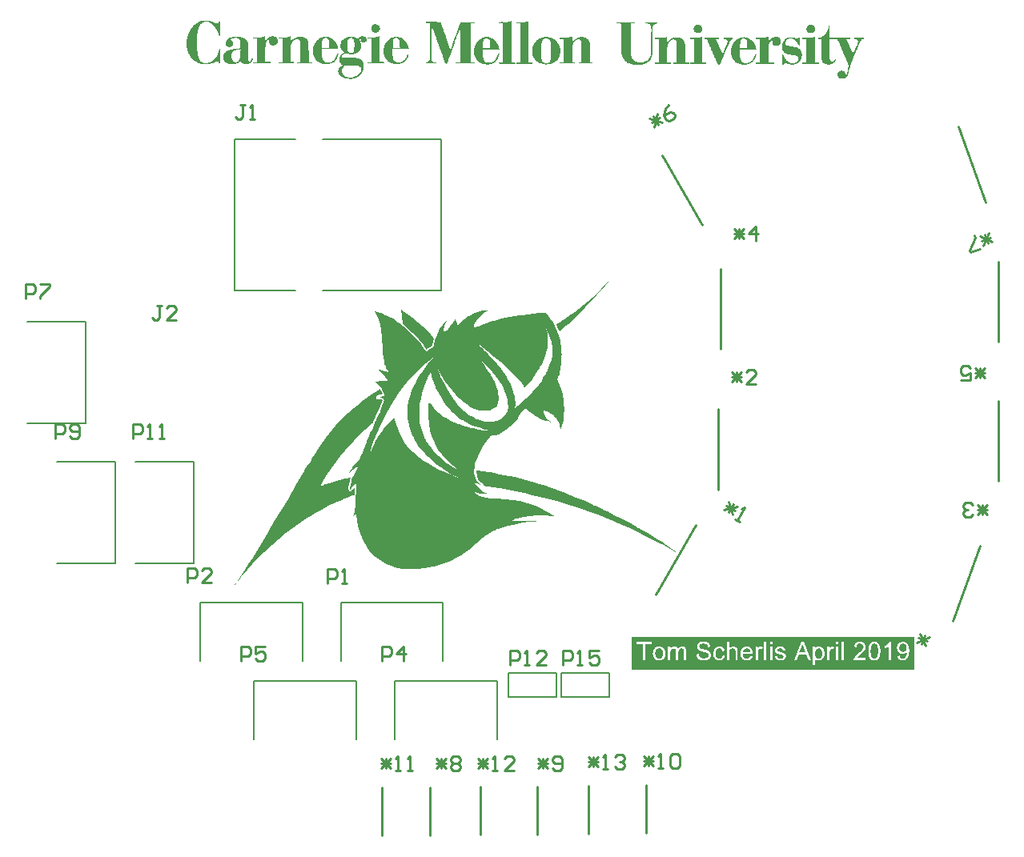
<source format=gto>
G04*
G04 #@! TF.GenerationSoftware,Altium Limited,Altium Designer,18.1.9 (240)*
G04*
G04 Layer_Color=65535*
%FSLAX25Y25*%
%MOIN*%
G70*
G01*
G75*
%ADD10C,0.00787*%
%ADD11C,0.01000*%
%ADD12C,0.00591*%
G36*
X273225Y268625D02*
X272864Y268384D01*
X272382Y268023D01*
X271660Y267542D01*
X271539Y267421D01*
X271058Y267060D01*
X270336Y266217D01*
X269252Y265134D01*
X269132Y265014D01*
X269012Y264893D01*
X268530Y264171D01*
X267928Y263208D01*
X267808Y262847D01*
X267688Y262366D01*
Y262245D01*
X267808Y262125D01*
X268049Y261643D01*
X268289Y261764D01*
X268771Y261884D01*
X269493Y262125D01*
X270215Y262486D01*
X270336D01*
X270577Y262606D01*
X270938Y262727D01*
X271419Y262967D01*
X272864Y263449D01*
X274428Y263930D01*
X274669D01*
X275151Y264171D01*
X275873Y264412D01*
X276956Y264653D01*
X278160Y264893D01*
X279484Y265254D01*
X282493Y265856D01*
X283336Y266097D01*
X283456D01*
X283697Y266217D01*
X284058D01*
X284539Y266338D01*
X285141Y266458D01*
X285984Y266579D01*
X287789Y266819D01*
X289956Y267060D01*
X292364Y267421D01*
X294891Y267662D01*
X297660Y267782D01*
X297780Y267662D01*
X298141Y267180D01*
X298743Y266338D01*
X299465Y265375D01*
X300187Y264171D01*
X300910Y262847D01*
X301752Y261403D01*
X302354Y259838D01*
X302474Y259597D01*
X302595Y259116D01*
X302956Y258273D01*
X303197Y257310D01*
X303558Y256106D01*
X303799Y254903D01*
X304039Y253578D01*
X304160Y252255D01*
Y252134D01*
Y251653D01*
Y251051D01*
X304280Y250208D01*
X304160Y249245D01*
Y248162D01*
X303919Y245995D01*
Y245875D01*
X303799Y245514D01*
Y245032D01*
X303678Y244310D01*
X303317Y242866D01*
X303197Y242143D01*
X302956Y241542D01*
X302354Y239977D01*
X302474Y239856D01*
X302595Y239495D01*
Y239375D01*
X302715Y239254D01*
Y239134D01*
X302956Y238773D01*
X303076Y238292D01*
X303317Y237569D01*
X303678Y236727D01*
X303919Y235884D01*
X304521Y233838D01*
Y233717D01*
X304641Y233356D01*
X304762Y232634D01*
X304882Y231912D01*
X305002Y230949D01*
X305123Y229866D01*
X305243Y227579D01*
Y227338D01*
Y226736D01*
X305123Y225773D01*
X305002Y224569D01*
X304882Y223125D01*
X304641Y221560D01*
X304160Y219875D01*
X303678Y218190D01*
Y218310D01*
Y218430D01*
Y218792D01*
Y218912D01*
Y219273D01*
X303558Y219755D01*
X303437Y220477D01*
X303197Y221199D01*
X302956Y222042D01*
X302474Y223005D01*
X301873Y223847D01*
X301752Y223968D01*
X301512Y224208D01*
X301150Y224690D01*
X300549Y225171D01*
X299826Y225653D01*
X298864Y226255D01*
X297901Y226736D01*
X296697Y227097D01*
Y226977D01*
Y226495D01*
X296817Y225893D01*
X297058Y225292D01*
Y225171D01*
X297299Y224931D01*
X297419Y224569D01*
X297780Y224088D01*
X298743Y223125D01*
X299947Y222162D01*
X299826D01*
X299345Y222282D01*
X298623Y222523D01*
X297780Y222764D01*
X296817Y223125D01*
X295734Y223486D01*
X293326Y224690D01*
X293206D01*
X292965Y224931D01*
X292604Y225171D01*
X292123Y225532D01*
X290919Y226495D01*
X289595Y227699D01*
X289475Y227819D01*
X288993Y228181D01*
X288873Y228060D01*
X288752Y227819D01*
X288391Y227458D01*
X288030Y226977D01*
X287067Y225532D01*
X285863Y223847D01*
Y223727D01*
X285623Y223486D01*
X285382Y223125D01*
X285021Y222764D01*
X283938Y221560D01*
X282613Y220236D01*
X280928Y218912D01*
X279002Y217708D01*
X277919Y217106D01*
X276715Y216745D01*
X275512Y216505D01*
X274308Y216384D01*
X274188Y216143D01*
X273706Y215421D01*
X272984Y214338D01*
X272141Y212894D01*
X271178Y211208D01*
X270095Y209282D01*
X269132Y207116D01*
X268169Y204949D01*
Y204829D01*
Y204708D01*
X268049Y204106D01*
X267928Y203144D01*
X267808Y202181D01*
Y202060D01*
Y201819D01*
Y201097D01*
Y200977D01*
Y200856D01*
X268049Y200014D01*
X268289Y198931D01*
X268771Y197847D01*
X268891Y197607D01*
X269252Y197125D01*
X269854Y196523D01*
X270456Y196162D01*
X270336D01*
X269854Y196282D01*
X269132Y196523D01*
X268410Y196764D01*
X268289D01*
X268169Y196884D01*
X267447Y197245D01*
X267688Y197005D01*
X268169Y196523D01*
X268891Y195681D01*
X269734Y194838D01*
X270697Y193875D01*
X271660Y193153D01*
X272623Y192671D01*
X272984Y192551D01*
X273225D01*
X272743Y192431D01*
X272141Y192310D01*
X270336D01*
X269373Y192551D01*
X268410Y192912D01*
X267447Y193514D01*
X267567Y193394D01*
X267808Y193032D01*
X268289Y192551D01*
X269012Y191949D01*
X269975Y191347D01*
X271299Y190866D01*
X272864Y190505D01*
X274669Y190384D01*
X276475D01*
X277317Y190264D01*
X278401D01*
X279604Y190144D01*
X280928Y190023D01*
X283817Y189662D01*
X286947Y189181D01*
X290076Y188458D01*
X293206Y187375D01*
X293447Y187255D01*
X293928Y187014D01*
X294771Y186653D01*
X295854Y186051D01*
X297058Y185449D01*
X298502Y184727D01*
X301512Y182921D01*
X301391D01*
X301150Y183042D01*
X300669D01*
X299947Y183162D01*
X299225D01*
X298262Y183282D01*
X296095Y183403D01*
X293567D01*
X290919Y183162D01*
X288271Y182801D01*
X285623Y182079D01*
X285382Y181958D01*
X284900Y181838D01*
X284178Y181477D01*
X283456Y181116D01*
X288993D01*
X289956Y180995D01*
X291160Y180875D01*
X292364D01*
X295012Y180514D01*
X294289D01*
X293808Y180634D01*
X292364D01*
X291521Y180514D01*
X290438D01*
X288030Y180273D01*
X285262Y179792D01*
X282132Y179069D01*
X278641Y177986D01*
X278521D01*
X278039Y177745D01*
X277438Y177505D01*
X276836Y177264D01*
X276595Y177144D01*
X275993Y176903D01*
X275151Y176542D01*
X274188Y176060D01*
X273947Y175940D01*
X273465Y175458D01*
X272623Y174857D01*
X271419Y174014D01*
X270095Y172931D01*
X268651Y171727D01*
X265641Y169079D01*
X265401Y168838D01*
X264799Y168357D01*
X263715Y167634D01*
X262271Y166671D01*
X260345Y165588D01*
X258058Y164384D01*
X255290Y163301D01*
X252160Y162338D01*
X252040D01*
X251799Y162218D01*
X251317Y162097D01*
X250715Y161977D01*
X249873Y161857D01*
X249030Y161616D01*
X246743Y161255D01*
X244215Y161014D01*
X241447Y160894D01*
X238558Y161014D01*
X235549Y161495D01*
X235429D01*
X235188Y161616D01*
X234827Y161736D01*
X234345Y161857D01*
X233141Y162338D01*
X231456Y163060D01*
X229651Y164023D01*
X227725Y165227D01*
X225799Y166792D01*
X223993Y168718D01*
Y168838D01*
X223753Y168958D01*
X223632Y169319D01*
X223271Y169681D01*
X222910Y170282D01*
X222549Y171005D01*
X221706Y172690D01*
X220743Y174857D01*
X219780Y177505D01*
X219058Y180634D01*
X218577Y184125D01*
X217373Y182921D01*
Y183042D01*
X217493Y183162D01*
X217614Y183523D01*
X217734Y184005D01*
X217975Y184727D01*
X218095Y185690D01*
X218336Y186773D01*
X218456Y188218D01*
Y188338D01*
Y188579D01*
Y189060D01*
Y189542D01*
Y190264D01*
Y191106D01*
X218577Y192912D01*
Y193032D01*
Y193273D01*
Y193755D01*
Y194236D01*
Y195440D01*
Y195921D01*
Y196282D01*
Y196403D01*
X218336Y196523D01*
X218216Y196403D01*
X217975Y196282D01*
X217734Y196042D01*
X217373Y195681D01*
X217253Y195560D01*
X217012Y195199D01*
X216530Y194718D01*
X216169Y194116D01*
Y194236D01*
Y194477D01*
Y194597D01*
Y194958D01*
X216290Y195560D01*
X216410Y196282D01*
X216530Y197125D01*
X216771Y198088D01*
X217132Y199051D01*
X217614Y200134D01*
X217734Y200255D01*
X217854Y200495D01*
X218095Y200856D01*
X218336Y201458D01*
X218456Y201579D01*
X218577Y201940D01*
X218817Y202301D01*
X219058Y202662D01*
Y202782D01*
X219179Y202903D01*
X219299Y203384D01*
Y203505D01*
X219058D01*
X218817Y203384D01*
X218577Y203264D01*
X218095Y202903D01*
X217493Y202421D01*
X215447Y200616D01*
X215567Y200736D01*
X215688Y201218D01*
X216049Y201819D01*
X216530Y202542D01*
X216651Y202662D01*
X217012Y203144D01*
X217493Y203866D01*
X218216Y204708D01*
Y204829D01*
X218456Y204949D01*
X218817Y205431D01*
X219419Y206153D01*
X219901Y206755D01*
X220021Y206875D01*
X220262Y207477D01*
X220743Y208199D01*
X221225Y209282D01*
Y209403D01*
X221345Y209523D01*
X221706Y210245D01*
X222067Y211208D01*
X222428Y212051D01*
X222790Y213255D01*
X222910Y213495D01*
X223151Y214097D01*
X223392Y215060D01*
X223873Y216264D01*
X224475Y217588D01*
X225197Y219153D01*
X226762Y222523D01*
X226882Y222764D01*
X227123Y223245D01*
X227484Y224088D01*
X227965Y225171D01*
X228567Y226495D01*
X229169Y227940D01*
X230373Y231190D01*
Y231310D01*
X230132Y231551D01*
X229891Y231912D01*
X229530Y232153D01*
X229410Y232273D01*
X229169Y232393D01*
X228688Y232514D01*
X228206D01*
X227805Y232434D01*
X227725Y232393D01*
X227604D01*
X227805Y232434D01*
X227965Y232514D01*
X228327Y232634D01*
X228808Y232754D01*
X229771Y232995D01*
X230253Y232875D01*
X230493Y232754D01*
Y232875D01*
Y232995D01*
Y233116D01*
X230373Y233597D01*
X230132Y234319D01*
X229771Y235042D01*
X229290Y236004D01*
X228567Y236967D01*
X227604Y237930D01*
X226521Y238893D01*
X226641D01*
X227003Y239014D01*
X227484Y239134D01*
X228206Y239254D01*
X228928D01*
X229891Y239375D01*
X231817Y239495D01*
X231697Y239616D01*
X231577Y239977D01*
X231216Y240458D01*
X230734Y241060D01*
X229410Y242505D01*
X227845Y244069D01*
X227965D01*
X228206Y243949D01*
X228688D01*
X229290Y243829D01*
X230614Y243467D01*
X232178Y242866D01*
Y242986D01*
X232058Y243227D01*
X231577Y243949D01*
Y244069D01*
X231336Y244310D01*
X231095Y244792D01*
X230854Y245514D01*
X230493Y246477D01*
X230253Y247680D01*
X230012Y249125D01*
X229771Y250930D01*
Y251051D01*
Y251171D01*
Y251773D01*
X229651Y252856D01*
X229530Y254180D01*
X229410Y255745D01*
X229290Y257430D01*
X228928Y261162D01*
Y261403D01*
X228808Y262004D01*
X228688Y262847D01*
X228327Y263930D01*
X227965Y265134D01*
X227484Y266338D01*
X226762Y267542D01*
X225919Y268504D01*
X226040D01*
X226280Y268384D01*
X226762Y268264D01*
X227243Y268143D01*
X227364D01*
X227965Y267903D01*
X228447Y267782D01*
X229049Y267542D01*
X229771Y267180D01*
X230614Y266819D01*
X230734D01*
X231095Y266579D01*
X231577Y266338D01*
X232299Y266097D01*
X233864Y265254D01*
X235669Y264051D01*
X235790Y263930D01*
X236151Y263810D01*
X236632Y263329D01*
X237354Y262847D01*
X238197Y262125D01*
X239280Y261282D01*
X240364Y260319D01*
X241567Y259116D01*
X241688Y258995D01*
X242169Y258514D01*
X242771Y257912D01*
X243614Y256949D01*
X244577Y255866D01*
X245660Y254541D01*
X246743Y253097D01*
X247827Y251532D01*
X247947D01*
X248067Y251773D01*
X248790Y252255D01*
X249873Y252856D01*
X251077Y253578D01*
Y253699D01*
Y253940D01*
Y254541D01*
Y254662D01*
Y254782D01*
X251197Y255504D01*
X251438Y256467D01*
X251919Y257791D01*
X252521Y259356D01*
X253484Y261041D01*
X254688Y262727D01*
X256253Y264532D01*
Y264412D01*
X256132Y264051D01*
X256012Y263810D01*
X255891Y263569D01*
X255771Y263208D01*
Y263088D01*
X255651Y262847D01*
X255410Y262004D01*
Y261884D01*
X255290Y261643D01*
X255049Y260921D01*
Y260801D01*
Y260680D01*
Y260079D01*
X255169Y259958D01*
X255410Y259838D01*
X255530D01*
X255771Y259958D01*
X256253Y260440D01*
X256854Y261162D01*
X257697Y262004D01*
X258419Y262847D01*
X259141Y263810D01*
X259623Y264653D01*
X259864Y265495D01*
X259984Y265375D01*
X260104Y264773D01*
Y264653D01*
X260225Y264412D01*
X260465Y264051D01*
X260586Y263449D01*
Y263329D01*
X260706Y263088D01*
X260826Y262727D01*
Y262366D01*
X260947Y262606D01*
X261428Y263088D01*
X262151Y263810D01*
X262993Y264653D01*
X263114D01*
X263234Y264893D01*
X263595Y265134D01*
X264076Y265495D01*
X264558Y265856D01*
X265280Y266338D01*
X266243Y266819D01*
X267206Y267301D01*
X267326Y267421D01*
X267688Y267542D01*
X268289Y267782D01*
X269012Y268023D01*
X269975Y268264D01*
X271058Y268504D01*
X272141Y268745D01*
X273345D01*
X273225Y268625D01*
D02*
G37*
G36*
X323967Y281191D02*
X323660Y280782D01*
X323058Y280060D01*
X322215Y279097D01*
X321252Y277893D01*
X320049Y276569D01*
X318724Y275125D01*
X317280Y273560D01*
X314150Y270069D01*
X310539Y266579D01*
X306928Y263088D01*
X305002Y261523D01*
X303197Y260079D01*
Y260199D01*
X303076Y260319D01*
X302836Y260921D01*
X302354Y261764D01*
X301873Y262847D01*
X301993Y262967D01*
X302474Y263208D01*
X303197Y263690D01*
X304160Y264292D01*
X305243Y265014D01*
X306567Y265977D01*
X308012Y266940D01*
X309697Y268143D01*
X311382Y269467D01*
X313188Y270912D01*
X316919Y274042D01*
X320650Y277532D01*
X323967Y281191D01*
X324021Y281264D01*
X324141Y281384D01*
X323967Y281191D01*
D02*
G37*
G36*
X237475Y268865D02*
X237956Y268504D01*
X238799Y268023D01*
X239641Y267301D01*
X240725Y266579D01*
X241928Y265616D01*
X244456Y263690D01*
X244577Y263569D01*
X245058Y263208D01*
X245660Y262727D01*
X246382Y262125D01*
X248067Y260680D01*
X248790Y259838D01*
X249512Y259116D01*
X249632Y258995D01*
X249752Y258754D01*
X250354Y258153D01*
X250836Y257310D01*
X250956Y256949D01*
Y256708D01*
X250836Y256467D01*
X250715Y255986D01*
X250595Y255384D01*
X250475Y254541D01*
Y254421D01*
Y254301D01*
Y253940D01*
X247827Y252255D01*
Y252375D01*
Y252495D01*
X247706Y252856D01*
X247465Y253217D01*
X247104Y253819D01*
X246623Y254541D01*
X246021Y255264D01*
X245178Y256227D01*
X245058Y256347D01*
X244817Y256708D01*
X244336Y257190D01*
X243734Y257912D01*
X242169Y259477D01*
X240364Y261041D01*
X238077Y263208D01*
X237956Y263449D01*
X237354Y268986D01*
X237475Y268865D01*
D02*
G37*
G36*
X269252Y201940D02*
X269854D01*
X270817Y201819D01*
X271901Y201579D01*
X273225Y201458D01*
X274790Y201218D01*
X276475Y200856D01*
X278401Y200495D01*
X280327Y200134D01*
X284660Y199171D01*
X289354Y198088D01*
X294169Y196643D01*
X294289D01*
X294771Y196403D01*
X295493Y196282D01*
X296456Y195921D01*
X297539Y195560D01*
X298864Y195079D01*
X300428Y194597D01*
X301993Y193995D01*
X305604Y192671D01*
X309456Y191106D01*
X313428Y189542D01*
X317280Y187736D01*
X317400D01*
X317761Y187495D01*
X318243Y187255D01*
X318965Y186894D01*
X319808Y186532D01*
X320891Y186051D01*
X321974Y185449D01*
X323299Y184847D01*
X326067Y183403D01*
X329076Y181958D01*
X332206Y180273D01*
X335336Y178588D01*
X335456D01*
X335697Y178347D01*
X336178Y178107D01*
X336660Y177866D01*
X337382Y177384D01*
X338104Y177023D01*
X339910Y175940D01*
X341956Y174736D01*
X344002Y173412D01*
X346048Y172208D01*
X347734Y171005D01*
X352067Y167875D01*
X351826Y167996D01*
X351104Y168357D01*
X350021Y169079D01*
X348456Y169921D01*
X346650Y170884D01*
X344363Y172088D01*
X341836Y173412D01*
X339067Y174736D01*
X336058Y176301D01*
X332808Y177866D01*
X329437Y179310D01*
X325826Y180875D01*
X318363Y184005D01*
X314512Y185329D01*
X310660Y186653D01*
X310419Y186773D01*
X309697Y186894D01*
X308613Y187255D01*
X307169Y187736D01*
X305363Y188338D01*
X303197Y188940D01*
X300789Y189542D01*
X298021Y190264D01*
X295132Y190986D01*
X292002Y191829D01*
X288752Y192551D01*
X285382Y193273D01*
X278401Y194597D01*
X271299Y195560D01*
X271419Y195681D01*
X271539Y196162D01*
Y196282D01*
X271419Y196523D01*
X271299Y196764D01*
X270938Y196884D01*
X270577D01*
X270456Y197005D01*
X270215Y197125D01*
X269975Y197607D01*
X269493Y198449D01*
Y198570D01*
X269373Y198690D01*
X269132Y199292D01*
X268891Y200134D01*
X268651Y201218D01*
Y201338D01*
Y201458D01*
Y202060D01*
X268771D01*
X269252Y201940D01*
D02*
G37*
G36*
X228688Y235764D02*
X228928Y235282D01*
X229290Y234560D01*
X229651Y233838D01*
X229410D01*
X228928Y233717D01*
X228206Y233597D01*
X227364Y233236D01*
X227243D01*
X227123Y232995D01*
X227003Y232754D01*
X226882Y232393D01*
Y232273D01*
X227003Y232153D01*
Y232032D01*
X227123Y231912D01*
X227364Y231792D01*
X227604Y231671D01*
X228928D01*
X229530Y231431D01*
Y231310D01*
Y231190D01*
X229410Y230949D01*
X229290Y230468D01*
X228928Y229625D01*
X228567Y228542D01*
X227965Y227338D01*
X227364Y225893D01*
X226040Y222884D01*
Y222764D01*
X225919Y222643D01*
X225799Y222523D01*
Y222403D01*
Y222282D01*
X225678Y222162D01*
X225197Y221680D01*
X224354Y221079D01*
X223392Y220116D01*
X222188Y219032D01*
X220743Y217588D01*
X219179Y216023D01*
X217614Y214338D01*
X215808Y212412D01*
X214003Y210366D01*
X212077Y208079D01*
X210271Y205792D01*
X206660Y200736D01*
X205095Y198088D01*
X203530Y195440D01*
X203651D01*
X203771Y195560D01*
X204132Y195681D01*
X204614Y195801D01*
X205818Y196282D01*
X207503Y196764D01*
X209429Y197366D01*
X211595Y197968D01*
X213882Y198570D01*
X216290Y199051D01*
Y198931D01*
X216169Y198690D01*
X216049Y198329D01*
X215929Y197727D01*
X215567Y196282D01*
X215447Y194597D01*
Y194477D01*
Y194116D01*
Y193995D01*
X215567Y193875D01*
X215688Y193634D01*
X216049Y193394D01*
X216410D01*
X216651Y193514D01*
X216771Y193755D01*
Y193875D01*
X217012Y194116D01*
X217373Y194477D01*
X217854Y195079D01*
Y194958D01*
Y194597D01*
Y193995D01*
Y193153D01*
Y192912D01*
Y192431D01*
Y192190D01*
Y191829D01*
X217734D01*
X217493Y191708D01*
X217012Y191588D01*
X216410Y191347D01*
X215567Y190986D01*
X214725Y190625D01*
X213642Y190264D01*
X212558Y189782D01*
X210030Y188699D01*
X207141Y187255D01*
X204253Y185810D01*
X201123Y184005D01*
X201003D01*
X200762Y183764D01*
X200280Y183523D01*
X199799Y183162D01*
X199077Y182681D01*
X198234Y182199D01*
X196308Y180875D01*
X194142Y179431D01*
X191734Y177745D01*
X189447Y175940D01*
X187160Y174134D01*
X187040D01*
X186919Y173894D01*
X186197Y173292D01*
X185114Y172329D01*
X183669Y171005D01*
X182105Y169560D01*
X180419Y167996D01*
X176808Y164625D01*
X176567Y164384D01*
X176086Y163903D01*
X175243Y163060D01*
X174281Y161977D01*
X173197Y160773D01*
X172114Y159449D01*
X171151Y158246D01*
X170188Y157042D01*
X168142Y154273D01*
X168262Y154514D01*
X168623Y154996D01*
X169225Y155838D01*
X170068Y157162D01*
X171030Y158727D01*
X172355Y160773D01*
X173799Y163060D01*
X175605Y165829D01*
X177531Y168958D01*
X179577Y172449D01*
X181984Y176301D01*
X184512Y180514D01*
X187280Y185208D01*
X190290Y190144D01*
X193419Y195560D01*
X196790Y201338D01*
X196910Y201458D01*
X197151Y201940D01*
X197512Y202542D01*
X198114Y203505D01*
X198716Y204588D01*
X199558Y205792D01*
X200401Y207236D01*
X201484Y208801D01*
X203651Y212171D01*
X206178Y215662D01*
X208827Y219032D01*
X211475Y222282D01*
X211595Y222403D01*
X211836Y222643D01*
X212197Y223125D01*
X212799Y223606D01*
X213521Y224329D01*
X214364Y225171D01*
X215327Y226014D01*
X216410Y226977D01*
X218938Y229143D01*
X221827Y231431D01*
X225077Y233717D01*
X228567Y235884D01*
X228688Y235764D01*
D02*
G37*
G36*
X450866Y118867D02*
X333500D01*
Y132821D01*
X450866D01*
Y118867D01*
D02*
G37*
G36*
X283276Y372036D02*
X283300D01*
X283323Y372013D01*
X283392Y371990D01*
X283485Y371967D01*
X283600Y371944D01*
X284572D01*
X284711Y371921D01*
X284827Y371874D01*
X284943Y371805D01*
X285012Y371689D01*
X284966Y371481D01*
X278278D01*
X278232Y371504D01*
X278186Y371550D01*
X278116Y371597D01*
Y371620D01*
X278093Y371666D01*
X278116Y371782D01*
X278163Y371944D01*
X279759D01*
Y388234D01*
X278163D01*
X278093Y388743D01*
X278139D01*
X278255Y388767D01*
X278440Y388790D01*
X278672Y388813D01*
X278949Y388836D01*
X279250Y388859D01*
X279551Y388836D01*
X279852Y388813D01*
X279898D01*
X279991Y388790D01*
X280916D01*
X281240Y388813D01*
X281587Y388836D01*
X281633D01*
X281749Y388859D01*
X281934Y388905D01*
X282166Y388975D01*
X282420Y389067D01*
X282721Y389160D01*
X282999Y389322D01*
X283276Y389484D01*
Y372036D01*
D02*
G37*
G36*
X226745Y387910D02*
X226907D01*
X227023Y387887D01*
X227278Y387818D01*
X227602Y387702D01*
X227764Y387610D01*
X227926Y387494D01*
X228087Y387355D01*
X228226Y387170D01*
X228342Y386985D01*
X228435Y386753D01*
X228504Y386476D01*
X228550Y386175D01*
Y386152D01*
Y386059D01*
X228527Y385944D01*
X228481Y385782D01*
X228435Y385596D01*
X228319Y385388D01*
X228180Y385180D01*
X227995Y384948D01*
X227972Y384925D01*
X227902Y384856D01*
X227787Y384763D01*
X227625Y384671D01*
X227440Y384555D01*
X227208Y384462D01*
X226977Y384416D01*
X226722Y384393D01*
X226699D01*
X226607Y384416D01*
X226468Y384439D01*
X226283Y384462D01*
X226097Y384532D01*
X225866Y384625D01*
X225658Y384763D01*
X225450Y384925D01*
X225426Y384948D01*
X225380Y385018D01*
X225288Y385134D01*
X225195Y385272D01*
X225102Y385457D01*
X225010Y385689D01*
X224940Y385920D01*
X224917Y386175D01*
Y386198D01*
Y386291D01*
X224940Y386429D01*
X224987Y386614D01*
X225033Y386823D01*
X225126Y387054D01*
X225265Y387262D01*
X225426Y387494D01*
X225450Y387517D01*
X225519Y387586D01*
X225635Y387679D01*
X225797Y387772D01*
X225982Y387841D01*
X226213Y387910D01*
X226468Y387933D01*
X226745Y387910D01*
D02*
G37*
G36*
X408186Y387795D02*
X408371Y387748D01*
X408579Y387679D01*
X408788Y387586D01*
X408996Y387471D01*
X409204Y387286D01*
X409228Y387262D01*
X409297Y387193D01*
X409366Y387077D01*
X409482Y386939D01*
X409575Y386753D01*
X409644Y386545D01*
X409713Y386314D01*
X409736Y386036D01*
Y386013D01*
Y385967D01*
Y385944D01*
Y385920D01*
Y385897D01*
Y385805D01*
X409713Y385666D01*
X409667Y385504D01*
X409621Y385296D01*
X409528Y385110D01*
X409389Y384902D01*
X409228Y384694D01*
X409204Y384671D01*
X409135Y384625D01*
X409019Y384532D01*
X408880Y384462D01*
X408718Y384370D01*
X408510Y384277D01*
X408279Y384231D01*
X408024Y384208D01*
X407747D01*
X407608Y384231D01*
X407422Y384277D01*
X407237Y384324D01*
X407029Y384416D01*
X406821Y384555D01*
X406613Y384717D01*
X406590Y384740D01*
X406543Y384810D01*
X406451Y384925D01*
X406381Y385064D01*
X406289Y385249D01*
X406196Y385457D01*
X406150Y385712D01*
X406127Y385967D01*
Y385990D01*
Y386013D01*
Y386036D01*
Y386129D01*
Y386267D01*
X406150Y386429D01*
X406196Y386614D01*
X406265Y386823D01*
X406404Y387054D01*
X406566Y387262D01*
X406590Y387286D01*
X406659Y387355D01*
X406775Y387448D01*
X406937Y387540D01*
X407122Y387633D01*
X407353Y387725D01*
X407608Y387795D01*
X407908Y387818D01*
X408047D01*
X408186Y387795D01*
D02*
G37*
G36*
X361235Y387772D02*
X361420Y387725D01*
X361629Y387656D01*
X361837Y387563D01*
X362068Y387448D01*
X362253Y387286D01*
X362276Y387262D01*
X362323Y387193D01*
X362415Y387077D01*
X362508Y386939D01*
X362600Y386753D01*
X362670Y386522D01*
X362716Y386244D01*
X362739Y385944D01*
Y385920D01*
Y385897D01*
Y385805D01*
X362716Y385666D01*
X362670Y385504D01*
X362624Y385296D01*
X362531Y385110D01*
X362392Y384902D01*
X362230Y384694D01*
X362207Y384671D01*
X362138Y384625D01*
X362045Y384532D01*
X361906Y384462D01*
X361721Y384370D01*
X361513Y384277D01*
X361281Y384231D01*
X361027Y384208D01*
X360842D01*
X360726Y384231D01*
X360448Y384300D01*
X360124Y384416D01*
X359962Y384509D01*
X359800Y384648D01*
X359638Y384787D01*
X359500Y384972D01*
X359361Y385157D01*
X359268Y385411D01*
X359199Y385689D01*
X359153Y386013D01*
Y386036D01*
Y386129D01*
X359176Y386267D01*
X359199Y386429D01*
X359268Y386614D01*
X359361Y386823D01*
X359500Y387054D01*
X359685Y387262D01*
X359708Y387286D01*
X359777Y387355D01*
X359893Y387448D01*
X360055Y387540D01*
X360240Y387656D01*
X360448Y387725D01*
X360680Y387795D01*
X361073D01*
X361235Y387772D01*
D02*
G37*
G36*
X156492Y389461D02*
X157210Y389368D01*
X157580Y389299D01*
X157973Y389206D01*
X158390Y389090D01*
X158783Y388929D01*
X158806D01*
X158853Y388882D01*
X158968Y388836D01*
X159107Y388790D01*
X159292Y388697D01*
X159524Y388628D01*
X159801Y388512D01*
X160125Y388396D01*
X160149D01*
X160172Y388373D01*
X160287Y388350D01*
X160473Y388327D01*
X160681D01*
X160912Y388350D01*
X161144Y388443D01*
X161352Y388581D01*
X161444Y388697D01*
X161514Y388836D01*
Y388859D01*
X161537Y388882D01*
X161583Y388929D01*
X161606D01*
X161629Y388952D01*
X161768Y388998D01*
X161791D01*
X161838Y389021D01*
X161953Y389067D01*
Y383143D01*
X161838Y383051D01*
X161791Y383074D01*
X161745Y383120D01*
X161676Y383167D01*
X161653Y383190D01*
X161606Y383213D01*
X161491Y383329D01*
Y383352D01*
X161468Y383375D01*
X161421Y383491D01*
Y383514D01*
X161398Y383537D01*
Y383606D01*
X161375Y383676D01*
X161305Y383907D01*
X161190Y384208D01*
X161051Y384578D01*
X160889Y384972D01*
X160658Y385411D01*
X160403Y385897D01*
Y385920D01*
X160380Y385967D01*
X160334Y386013D01*
X160264Y386105D01*
X160125Y386360D01*
X159917Y386638D01*
X159663Y386985D01*
X159408Y387309D01*
X159107Y387633D01*
X158783Y387933D01*
X158760Y387957D01*
X158737Y387980D01*
X158668Y388026D01*
X158575Y388095D01*
X158320Y388281D01*
X158020Y388466D01*
X157626Y388651D01*
X157187Y388836D01*
X156724Y388952D01*
X156469Y388998D01*
X156076D01*
X155983Y388975D01*
X155729Y388952D01*
X155428Y388859D01*
X155058Y388743D01*
X154664Y388535D01*
X154456Y388419D01*
X154248Y388258D01*
X154040Y388095D01*
X153854Y387887D01*
X153831Y387841D01*
X153785Y387795D01*
X153716Y387702D01*
X153669Y387610D01*
X153577Y387471D01*
X153507Y387332D01*
X153415Y387147D01*
X153299Y386962D01*
X153207Y386730D01*
X153114Y386499D01*
X152998Y386221D01*
X152906Y385920D01*
X152813Y385596D01*
X152721Y385249D01*
X152628Y384879D01*
Y384856D01*
X152605Y384787D01*
X152582Y384671D01*
X152559Y384509D01*
X152535Y384300D01*
X152489Y384069D01*
X152466Y383791D01*
X152420Y383491D01*
X152374Y383167D01*
X152350Y382820D01*
X152281Y382056D01*
X152235Y381246D01*
X152211Y380413D01*
Y380367D01*
Y380251D01*
Y380066D01*
X152235Y379811D01*
Y379534D01*
X152258Y379210D01*
X152304Y378516D01*
Y378492D01*
Y378423D01*
X152327Y378307D01*
Y378145D01*
X152350Y377960D01*
X152374Y377729D01*
X152397Y377474D01*
X152443Y377197D01*
X152489Y376873D01*
X152535Y376549D01*
X152651Y375831D01*
X152790Y375091D01*
X152975Y374327D01*
Y374304D01*
X152998Y374281D01*
X153021Y374212D01*
X153044Y374119D01*
X153114Y373887D01*
X153230Y373610D01*
X153392Y373309D01*
X153577Y372985D01*
X153808Y372684D01*
X154086Y372407D01*
X154132Y372383D01*
X154225Y372291D01*
X154387Y372198D01*
X154618Y372059D01*
X154873Y371944D01*
X155173Y371828D01*
X155520Y371759D01*
X155868Y371712D01*
X156030D01*
X156238Y371736D01*
X156492Y371759D01*
X156816Y371805D01*
X157163Y371898D01*
X157557Y372013D01*
X157973Y372175D01*
X157996Y372198D01*
X158089Y372245D01*
X158228Y372314D01*
X158413Y372430D01*
X158644Y372592D01*
X158899Y372777D01*
X159177Y373008D01*
X159454Y373263D01*
X159755Y373587D01*
X160056Y373934D01*
X160357Y374327D01*
X160634Y374790D01*
X160889Y375276D01*
X161120Y375808D01*
X161329Y376410D01*
X161491Y377058D01*
Y377081D01*
X161514Y377127D01*
X161537Y377289D01*
X161583Y377474D01*
X161629Y377544D01*
X161653Y377590D01*
X161676Y377613D01*
X161745Y377636D01*
X161861Y377659D01*
X162046Y377682D01*
Y371411D01*
X162023D01*
X162000Y371458D01*
X161884Y371550D01*
X161699Y371712D01*
X161491Y371921D01*
X161468Y371944D01*
X161444Y372013D01*
X161375Y372083D01*
X161305Y372198D01*
X161120Y372407D01*
X161005Y372476D01*
X160912Y372522D01*
X160866D01*
X160820Y372545D01*
X160727Y372522D01*
X160611D01*
X160473Y372476D01*
X160310Y372407D01*
X160102Y372314D01*
X160056Y372291D01*
X159963Y372245D01*
X159778Y372152D01*
X159547Y372036D01*
X159246Y371921D01*
X158899Y371782D01*
X158482Y371643D01*
X158043Y371504D01*
X158020D01*
X157996Y371481D01*
X157927D01*
X157834Y371458D01*
X157603Y371411D01*
X157302Y371342D01*
X156955Y371273D01*
X156585Y371226D01*
X156215Y371203D01*
X155844Y371180D01*
X155173D01*
X155104Y371203D01*
X154988D01*
X154873Y371226D01*
X154734Y371250D01*
X154410Y371342D01*
X153993Y371435D01*
X153531Y371597D01*
X153021Y371782D01*
X152466Y372036D01*
X152443D01*
X152397Y372083D01*
X152327Y372106D01*
X152235Y372175D01*
X151957Y372337D01*
X151633Y372545D01*
X151263Y372800D01*
X150892Y373101D01*
X150522Y373425D01*
X150198Y373795D01*
X150175Y373841D01*
X150059Y373957D01*
X149921Y374142D01*
X149735Y374420D01*
X149527Y374744D01*
X149296Y375160D01*
X149041Y375623D01*
X148810Y376132D01*
Y376155D01*
X148787Y376202D01*
X148764Y376271D01*
X148717Y376387D01*
X148671Y376502D01*
X148602Y376664D01*
X148486Y377011D01*
X148347Y377428D01*
X148231Y377868D01*
X148139Y378307D01*
X148069Y378770D01*
Y378793D01*
Y378886D01*
X148046Y379025D01*
Y379187D01*
X148023Y379395D01*
Y379603D01*
X148000Y380089D01*
Y380135D01*
Y380228D01*
X148023Y380413D01*
Y380644D01*
X148046Y380945D01*
X148093Y381269D01*
X148139Y381639D01*
X148208Y382056D01*
Y382079D01*
Y382102D01*
X148255Y382241D01*
X148301Y382472D01*
X148370Y382727D01*
X148440Y383051D01*
X148532Y383375D01*
X148625Y383699D01*
X148740Y384000D01*
X148764Y384046D01*
X148810Y384138D01*
X148879Y384300D01*
X148995Y384532D01*
X149111Y384787D01*
X149296Y385110D01*
X149481Y385434D01*
X149712Y385805D01*
Y385828D01*
X149735Y385851D01*
X149828Y385967D01*
X149967Y386152D01*
X150129Y386383D01*
X150314Y386638D01*
X150545Y386915D01*
X150777Y387193D01*
X151008Y387424D01*
X151031Y387448D01*
X151078Y387494D01*
X151170Y387563D01*
X151286Y387679D01*
X151448Y387795D01*
X151610Y387933D01*
X151818Y388095D01*
X152050Y388258D01*
X152304Y388419D01*
X152582Y388581D01*
X153207Y388905D01*
X153878Y389183D01*
X154225Y389299D01*
X154595Y389391D01*
X154618D01*
X154688Y389415D01*
X154803D01*
X154942Y389438D01*
X155127Y389461D01*
X155359Y389484D01*
X156168D01*
X156492Y389461D01*
D02*
G37*
G36*
X191364Y380760D02*
X191387Y380783D01*
X191480Y380876D01*
X191619Y380992D01*
X191781Y381153D01*
X192151Y381501D01*
X192336Y381686D01*
X192521Y381848D01*
X192568Y381871D01*
X192707Y381963D01*
X192915Y382102D01*
X193192Y382241D01*
X193563Y382403D01*
X194026Y382542D01*
X194535Y382658D01*
X195113Y382704D01*
X195692D01*
X196062Y382658D01*
X196455Y382611D01*
X196895Y382496D01*
X197311Y382334D01*
X197682Y382125D01*
X197705Y382102D01*
X197751Y382056D01*
X197844Y381986D01*
X197936Y381871D01*
X198052Y381732D01*
X198191Y381570D01*
X198329Y381362D01*
X198445Y381130D01*
X198468Y381107D01*
X198492Y381015D01*
X198538Y380899D01*
X198607Y380760D01*
X198677Y380575D01*
X198723Y380367D01*
X198746Y380158D01*
X198769Y379950D01*
Y379927D01*
Y379881D01*
Y379811D01*
X198792Y379696D01*
Y379557D01*
Y379372D01*
Y379163D01*
X198815Y378886D01*
Y378585D01*
X198839Y378238D01*
Y377868D01*
Y377428D01*
X198862Y376942D01*
Y376410D01*
X198885Y375831D01*
Y375183D01*
Y372152D01*
X200435D01*
X200482Y371573D01*
X193979D01*
Y372152D01*
X195368D01*
Y372175D01*
Y372198D01*
Y372314D01*
Y372337D01*
X195391Y372383D01*
Y372499D01*
Y372522D01*
Y372545D01*
Y372661D01*
Y379765D01*
Y379811D01*
Y379904D01*
Y379927D01*
Y380020D01*
X195368Y380135D01*
X195344Y380297D01*
X195321Y380482D01*
X195252Y380691D01*
X195183Y380899D01*
X195067Y381107D01*
X195044Y381130D01*
X194997Y381223D01*
X194882Y381339D01*
X194766Y381454D01*
X194604Y381593D01*
X194442Y381686D01*
X194234Y381778D01*
X194026Y381801D01*
X193933D01*
X193817Y381778D01*
X193655Y381732D01*
X193470Y381663D01*
X193262Y381570D01*
X193007Y381431D01*
X192753Y381246D01*
X192730Y381223D01*
X192660Y381153D01*
X192544Y381061D01*
X192429Y380922D01*
X192267Y380737D01*
X192105Y380506D01*
X191943Y380251D01*
X191781Y379950D01*
X191758Y379904D01*
X191711Y379811D01*
X191642Y379649D01*
X191573Y379441D01*
X191503Y379210D01*
X191434Y378932D01*
X191387Y378654D01*
X191364Y378377D01*
Y378330D01*
Y378238D01*
Y372175D01*
X192799D01*
X192822Y371597D01*
X186343D01*
X186297Y372083D01*
X188009D01*
Y376988D01*
Y381848D01*
X186343D01*
Y382449D01*
X186389D01*
X186505Y382472D01*
X186667D01*
X186898Y382496D01*
X187454D01*
X188032Y382472D01*
X188171D01*
X188333Y382449D01*
X189074D01*
X189374Y382472D01*
X189721Y382496D01*
X189768D01*
X189883Y382519D01*
X190045Y382542D01*
X190277Y382611D01*
X190531Y382658D01*
X190809Y382750D01*
X191087Y382866D01*
X191364Y382981D01*
Y380760D01*
D02*
G37*
G36*
X180766Y381061D02*
X180789Y381084D01*
X180836Y381130D01*
X180928Y381223D01*
X181067Y381339D01*
X181229Y381501D01*
X181414Y381686D01*
X181646Y381917D01*
X181900Y382172D01*
X181923Y382195D01*
X181993Y382264D01*
X182108Y382357D01*
X182247Y382449D01*
X182432Y382565D01*
X182664Y382681D01*
X182918Y382750D01*
X183196Y382820D01*
X183242D01*
X183335Y382843D01*
X183474D01*
X183682Y382866D01*
X184145D01*
X184399Y382843D01*
X184654Y382796D01*
X184746D01*
X184839Y382773D01*
X184955Y382727D01*
X185070Y382658D01*
X185232Y382588D01*
X185371Y382472D01*
X185510Y382311D01*
X185533Y382287D01*
X185579Y382241D01*
X185626Y382125D01*
X185695Y382010D01*
X185765Y381871D01*
X185834Y381686D01*
X185857Y381501D01*
X185880Y381315D01*
Y381292D01*
Y381269D01*
Y381130D01*
Y380922D01*
Y380714D01*
Y380667D01*
Y380552D01*
X185857Y380367D01*
X185788Y380158D01*
Y380135D01*
X185765Y380112D01*
X185695Y379996D01*
X185602Y379835D01*
X185441Y379649D01*
X185394Y379626D01*
X185255Y379534D01*
X185070Y379395D01*
X184793Y379256D01*
X184769D01*
X184723Y379233D01*
X184654Y379210D01*
X184561Y379187D01*
X184330Y379117D01*
X184098Y379094D01*
X184052D01*
X183913Y379117D01*
X183728Y379140D01*
X183497Y379187D01*
X183474D01*
X183427Y379210D01*
X183335Y379256D01*
X183219Y379302D01*
X183080Y379372D01*
X182941Y379464D01*
X182803Y379580D01*
X182664Y379719D01*
X182641Y379742D01*
X182617Y379788D01*
X182571Y379881D01*
X182502Y379996D01*
X182386Y380297D01*
X182340Y380459D01*
X182317Y380644D01*
Y380667D01*
Y380760D01*
Y380876D01*
X182340Y381038D01*
X182363Y381246D01*
X182386Y381454D01*
X182502Y381894D01*
X182479Y381871D01*
X182409Y381848D01*
X182293Y381778D01*
X182155Y381686D01*
X181993Y381547D01*
X181831Y381385D01*
X181646Y381200D01*
X181460Y380968D01*
X181437Y380945D01*
X181391Y380853D01*
X181322Y380737D01*
X181229Y380575D01*
X181137Y380367D01*
X181044Y380158D01*
X180974Y379904D01*
X180928Y379673D01*
Y379649D01*
Y379603D01*
X180905Y379534D01*
Y379441D01*
Y379302D01*
X180882Y379140D01*
X180859Y378793D01*
X180836Y378354D01*
X180813Y377868D01*
X180789Y377335D01*
Y376803D01*
Y376780D01*
Y376711D01*
Y376595D01*
Y376479D01*
Y372175D01*
X182941D01*
X182988Y371597D01*
X175629D01*
X175606Y372152D01*
X177272D01*
Y381848D01*
X175652D01*
X175583Y382403D01*
X175629D01*
X175745Y382426D01*
X175930Y382449D01*
X176161Y382472D01*
X176740D01*
X177341Y382449D01*
X177480D01*
X177642Y382426D01*
X178105D01*
X178406Y382449D01*
X178730Y382472D01*
X179077Y382496D01*
X179123D01*
X179239Y382519D01*
X179424Y382565D01*
X179656Y382611D01*
X179910Y382704D01*
X180188Y382796D01*
X180489Y382935D01*
X180766Y383074D01*
Y381061D01*
D02*
G37*
G36*
X308569Y380506D02*
X308592Y380552D01*
X308684Y380644D01*
X308800Y380806D01*
X308985Y381015D01*
X309216Y381269D01*
X309517Y381501D01*
X309864Y381755D01*
X310258Y382010D01*
X310281D01*
X310304Y382033D01*
X310373Y382079D01*
X310466Y382102D01*
X310674Y382218D01*
X310975Y382334D01*
X311299Y382426D01*
X311692Y382542D01*
X312086Y382611D01*
X312479Y382634D01*
X312757D01*
X312919Y382611D01*
X313058D01*
X313196Y382588D01*
X313382Y382542D01*
X313613Y382496D01*
X313867Y382403D01*
X314122Y382311D01*
X314400Y382172D01*
X314701Y382010D01*
X314955Y381801D01*
X315210Y381547D01*
X315441Y381269D01*
X315649Y380922D01*
X315811Y380529D01*
X315904Y380066D01*
X315950Y379557D01*
Y372013D01*
X315996D01*
X316135Y371990D01*
X316343Y371967D01*
X316598Y371944D01*
X316876Y371898D01*
X317153Y371874D01*
X317408Y371828D01*
X317639Y371805D01*
X317663Y371759D01*
Y371643D01*
Y371597D01*
X317639Y371504D01*
X311183D01*
Y371527D01*
Y371550D01*
X311206Y371666D01*
X311253Y371782D01*
X311299Y371828D01*
X311345Y371851D01*
X311391Y371874D01*
X311438D01*
X311554Y371898D01*
X311692Y371921D01*
X311877D01*
X312132Y371944D01*
X312456Y371967D01*
Y371990D01*
Y372036D01*
Y372129D01*
X312479Y372221D01*
Y372383D01*
Y372453D01*
Y372476D01*
Y380066D01*
Y380089D01*
Y380182D01*
X312456Y380320D01*
Y380459D01*
X312363Y380830D01*
X312317Y380992D01*
X312225Y381130D01*
Y381153D01*
X312178Y381177D01*
X312109Y381246D01*
X312039Y381315D01*
X311924Y381408D01*
X311762Y381477D01*
X311577Y381547D01*
X311368Y381593D01*
X311345D01*
X311322Y381616D01*
X311068D01*
X310952Y381593D01*
X310813Y381570D01*
X310628Y381524D01*
X310443Y381454D01*
X310234Y381362D01*
X310049Y381246D01*
X310026Y381223D01*
X309957Y381177D01*
X309841Y381061D01*
X309702Y380945D01*
X309540Y380760D01*
X309355Y380552D01*
X309170Y380297D01*
X309008Y379996D01*
X308985Y379950D01*
X308939Y379858D01*
X308869Y379696D01*
X308800Y379487D01*
X308707Y379256D01*
X308638Y379001D01*
X308592Y378701D01*
X308569Y378423D01*
Y372545D01*
Y372059D01*
X308592Y372036D01*
X308638D01*
X308707Y372013D01*
X308800Y371990D01*
X308939Y371967D01*
X309101D01*
X309309Y371944D01*
X309401D01*
X309517Y371921D01*
X309633Y371898D01*
X309772Y371828D01*
X309911Y371759D01*
X310049Y371643D01*
X310142Y371504D01*
X303709D01*
X303616Y371527D01*
X303570Y371550D01*
X303454Y371643D01*
Y371666D01*
X303408Y371689D01*
X303385Y371736D01*
X303339Y371759D01*
X303431Y371944D01*
X305051D01*
Y381801D01*
X303431D01*
X303385Y382334D01*
X303431D01*
X303547Y382357D01*
X303732Y382380D01*
X303964Y382403D01*
X304519D01*
X305098Y382380D01*
X305236D01*
X305398Y382357D01*
X306162D01*
X306486Y382380D01*
X306833Y382403D01*
X306879D01*
X306995Y382426D01*
X307180Y382472D01*
X307412Y382519D01*
X307689Y382588D01*
X307967Y382681D01*
X308268Y382796D01*
X308569Y382935D01*
Y380506D01*
D02*
G37*
G36*
X409575Y371921D02*
X411287D01*
Y371342D01*
X404437D01*
Y371898D01*
X406080D01*
Y381639D01*
X404461D01*
X404414Y382241D01*
X404923D01*
X405270Y382218D01*
X406775D01*
X407052Y382241D01*
X407191D01*
X407284Y382264D01*
X407538Y382287D01*
X407839Y382311D01*
X407862D01*
X407908Y382334D01*
X408001D01*
X408117Y382357D01*
X408256Y382380D01*
X408418Y382403D01*
X408788Y382472D01*
X408811D01*
X408880Y382496D01*
X408973Y382519D01*
X409089Y382542D01*
X409343Y382588D01*
X409459Y382611D01*
X409575Y382634D01*
Y371921D01*
D02*
G37*
G36*
X390276Y380760D02*
X390322Y380806D01*
X390415Y380899D01*
X390530Y381061D01*
X390692Y381246D01*
X390831Y381408D01*
X390970Y381570D01*
X391063Y381686D01*
X391109Y381732D01*
X391132Y381755D01*
X391225Y381848D01*
X391387Y381940D01*
X391572Y382079D01*
X391826Y382218D01*
X392104Y382357D01*
X392428Y382496D01*
X392775Y382588D01*
X392821D01*
X392937Y382611D01*
X393122Y382634D01*
X393377Y382658D01*
X393631D01*
X393932Y382611D01*
X394233Y382565D01*
X394510Y382449D01*
X394534D01*
X394580Y382403D01*
X394649Y382357D01*
X394742Y382264D01*
X394858Y382172D01*
X394950Y382056D01*
X395066Y381894D01*
X395181Y381732D01*
X395205Y381709D01*
X395228Y381663D01*
X395274Y381570D01*
X395343Y381454D01*
X395436Y381153D01*
X395459Y380968D01*
X395482Y380806D01*
Y380783D01*
Y380691D01*
Y380667D01*
Y380621D01*
X395459Y380552D01*
X395436Y380459D01*
X395367Y380228D01*
X395251Y379950D01*
X395066Y379649D01*
X394834Y379372D01*
X394534Y379140D01*
X394348Y379048D01*
X394140Y378978D01*
X394094D01*
X393955Y378932D01*
X393724Y378909D01*
X393469D01*
X393168Y378932D01*
X392867Y379001D01*
X392567Y379140D01*
X392289Y379349D01*
X392266Y379372D01*
X392196Y379487D01*
X392104Y379649D01*
X391988Y379858D01*
X391919Y380158D01*
X391873Y380506D01*
Y380922D01*
X391919Y381130D01*
X391965Y381385D01*
Y381408D01*
X391988Y381454D01*
X392011Y381547D01*
Y381639D01*
X392034Y381732D01*
X392011D01*
X391965Y381686D01*
X391896Y381639D01*
X391803Y381570D01*
X391572Y381362D01*
X391294Y381107D01*
X391016Y380760D01*
X390762Y380367D01*
X390577Y379927D01*
X390507Y379696D01*
X390461Y379441D01*
Y379418D01*
Y379395D01*
X390438Y379325D01*
Y379233D01*
Y379140D01*
X390415Y379001D01*
Y378839D01*
X390391Y378631D01*
X390368Y378423D01*
Y378192D01*
X390345Y377914D01*
Y377636D01*
Y377312D01*
X390322Y376988D01*
Y376618D01*
Y376225D01*
Y371921D01*
X392590D01*
X392636Y371365D01*
X385162D01*
X385116Y371898D01*
X386758D01*
Y381616D01*
X385139D01*
X385092Y382172D01*
X385139D01*
X385254Y382195D01*
X385439D01*
X385671Y382218D01*
X385949Y382241D01*
X386249D01*
X386851Y382218D01*
X387615D01*
X387915Y382241D01*
X388240Y382264D01*
X388587Y382311D01*
X388633D01*
X388749Y382334D01*
X388934Y382380D01*
X389165Y382426D01*
X389420Y382519D01*
X389720Y382611D01*
X389998Y382750D01*
X390276Y382889D01*
Y380760D01*
D02*
G37*
G36*
X348161Y380459D02*
X348184Y380482D01*
X348230Y380529D01*
X348300Y380621D01*
X348392Y380737D01*
X348531Y380876D01*
X348670Y381015D01*
X349040Y381362D01*
X349457Y381709D01*
X349943Y382010D01*
X350197Y382149D01*
X350452Y382241D01*
X350729Y382334D01*
X351007Y382380D01*
X351030D01*
X351123Y382403D01*
X351239D01*
X351401Y382426D01*
X351725Y382472D01*
X351910Y382496D01*
X352627D01*
X352997Y382449D01*
X353090D01*
X353205Y382426D01*
X353344Y382403D01*
X353668Y382311D01*
X354015Y382149D01*
X354039D01*
X354085Y382102D01*
X354177Y382056D01*
X354293Y381986D01*
X354548Y381778D01*
X354849Y381477D01*
X354872Y381454D01*
X354895Y381408D01*
X354941Y381315D01*
X355010Y381200D01*
X355080Y381038D01*
X355172Y380853D01*
X355265Y380644D01*
X355334Y380413D01*
Y380390D01*
X355381Y380297D01*
X355404Y380182D01*
X355450Y380043D01*
X355496Y379858D01*
X355520Y379673D01*
X355566Y379279D01*
Y379233D01*
Y379140D01*
Y372638D01*
Y371921D01*
X357209D01*
X357255Y371365D01*
X350776D01*
Y371898D01*
X352072D01*
Y372592D01*
Y379580D01*
Y379603D01*
Y379696D01*
Y379835D01*
X352048Y380020D01*
X352002Y380390D01*
X351956Y380598D01*
X351887Y380783D01*
Y380806D01*
X351863Y380853D01*
X351817Y380945D01*
X351748Y381038D01*
X351632Y381153D01*
X351516Y381269D01*
X351354Y381385D01*
X351169Y381477D01*
X351146D01*
X351077Y381501D01*
X350984Y381524D01*
X350845Y381547D01*
X350683D01*
X350498Y381524D01*
X350267Y381454D01*
X350012Y381362D01*
X349989Y381339D01*
X349897Y381315D01*
X349781Y381246D01*
X349619Y381153D01*
X349457Y381015D01*
X349272Y380876D01*
X349110Y380714D01*
X348948Y380506D01*
X348925Y380482D01*
X348902Y380436D01*
X348832Y380320D01*
X348740Y380205D01*
X348647Y380043D01*
X348554Y379835D01*
X348462Y379626D01*
X348369Y379372D01*
Y379349D01*
X348346Y379256D01*
X348300Y379117D01*
X348277Y378955D01*
X348230Y378770D01*
X348184Y378562D01*
X348161Y378122D01*
Y378099D01*
Y371944D01*
X349526D01*
X349596Y371342D01*
X343001D01*
Y371898D01*
X344644D01*
Y381616D01*
X343047D01*
X342978Y382195D01*
X343024D01*
X343140Y382218D01*
X343325D01*
X343556Y382241D01*
X344111D01*
X344713Y382218D01*
X345778D01*
X346101Y382241D01*
X346449Y382287D01*
X346495D01*
X346611Y382311D01*
X346796Y382357D01*
X347027Y382403D01*
X347282Y382472D01*
X347583Y382565D01*
X347860Y382681D01*
X348161Y382820D01*
Y380459D01*
D02*
G37*
G36*
X362716Y371921D02*
X364405D01*
X364452Y371365D01*
X357579D01*
X357533Y371898D01*
X359222D01*
Y381639D01*
X357556D01*
Y382241D01*
X358042D01*
X358204Y382218D01*
X358713D01*
X359037Y382195D01*
X359638D01*
X359893Y382218D01*
X360194Y382241D01*
X360263D01*
X360356Y382264D01*
X360448Y382287D01*
X360564Y382311D01*
X360703Y382334D01*
X360865Y382357D01*
X361073Y382403D01*
X361328Y382426D01*
X361605Y382496D01*
X361929Y382542D01*
X362299Y382611D01*
X362716Y382681D01*
Y371921D01*
D02*
G37*
G36*
X403327Y380691D02*
Y380667D01*
Y380598D01*
X403350Y380482D01*
Y380390D01*
Y380274D01*
X403373Y380158D01*
X403396Y379996D01*
Y379811D01*
X403419Y379580D01*
X403442Y379325D01*
X403466Y379048D01*
X403419Y379025D01*
X403304Y379001D01*
X403165Y378978D01*
X403026Y379001D01*
X403003Y379025D01*
X402933Y379071D01*
X402864Y379163D01*
X402771Y379302D01*
Y379325D01*
X402748Y379372D01*
X402702Y379464D01*
X402633Y379603D01*
X402563Y379742D01*
X402471Y379904D01*
X402262Y380274D01*
X401962Y380691D01*
X401614Y381084D01*
X401221Y381454D01*
X400990Y381593D01*
X400758Y381732D01*
X400735Y381755D01*
X400666Y381778D01*
X400550Y381824D01*
X400388Y381894D01*
X400203Y381940D01*
X400018Y381986D01*
X399786Y382010D01*
X399555Y382033D01*
X399416D01*
X399300Y382010D01*
X399023Y381963D01*
X398676Y381848D01*
X398653D01*
X398606Y381824D01*
X398514Y381778D01*
X398398Y381732D01*
X398143Y381593D01*
X397889Y381431D01*
X397843Y381385D01*
X397750Y381269D01*
X397611Y381061D01*
X397472Y380806D01*
Y380783D01*
X397449Y380737D01*
X397426Y380667D01*
X397403Y380575D01*
X397357Y380320D01*
X397334Y380066D01*
Y380043D01*
Y379996D01*
X397357Y379904D01*
X397380Y379811D01*
X397472Y379580D01*
X397542Y379441D01*
X397634Y379325D01*
X397657D01*
X397681Y379279D01*
X397750Y379233D01*
X397843Y379163D01*
X397958Y379117D01*
X398097Y379048D01*
X398444Y378932D01*
X398514D01*
X398629Y378909D01*
X398768Y378886D01*
X398976Y378839D01*
X399254Y378816D01*
X399578Y378747D01*
X399995Y378678D01*
X400041D01*
X400203Y378654D01*
X400411Y378608D01*
X400689Y378562D01*
X400967Y378492D01*
X401290Y378446D01*
X401591Y378377D01*
X401846Y378330D01*
X401869D01*
X401938Y378307D01*
X402054Y378261D01*
X402193Y378215D01*
X402355Y378145D01*
X402540Y378053D01*
X402748Y377937D01*
X402956Y377798D01*
X403188Y377613D01*
X403396Y377428D01*
X403581Y377197D01*
X403766Y376919D01*
X403928Y376618D01*
X404067Y376271D01*
X404160Y375878D01*
X404206Y375438D01*
Y375415D01*
Y375345D01*
Y375230D01*
Y375091D01*
Y375068D01*
Y374975D01*
X404183Y374836D01*
X404160Y374628D01*
X404113Y374397D01*
X404067Y374142D01*
X403975Y373864D01*
X403859Y373540D01*
X403836Y373494D01*
X403790Y373402D01*
X403720Y373263D01*
X403628Y373055D01*
X403373Y372638D01*
X403211Y372430D01*
X403026Y372221D01*
X403003Y372198D01*
X402956Y372152D01*
X402864Y372083D01*
X402725Y371967D01*
X402563Y371851D01*
X402355Y371736D01*
X402123Y371597D01*
X401869Y371481D01*
X401568Y371365D01*
X401267Y371250D01*
X400920Y371180D01*
X400527Y371111D01*
X400133Y371088D01*
X399717Y371111D01*
X399277Y371180D01*
X398815Y371296D01*
X398791D01*
X398722Y371319D01*
X398606Y371342D01*
X398491Y371388D01*
X398190Y371481D01*
X398051Y371504D01*
X397912Y371550D01*
X397889Y371573D01*
X397796Y371597D01*
X397657Y371620D01*
X397496Y371643D01*
X397403D01*
X397310Y371620D01*
X397195Y371597D01*
X397056Y371550D01*
X396894Y371481D01*
X396755Y371388D01*
X396616Y371250D01*
X396570Y371203D01*
X396524Y371180D01*
X396454Y371134D01*
X396431D01*
X396385Y371111D01*
X396315Y371088D01*
X396200Y371064D01*
X396177D01*
X396107Y371041D01*
X395945Y371018D01*
Y375253D01*
X395968D01*
X395991Y375276D01*
X396130Y375299D01*
X396269D01*
X396408Y375253D01*
X396431Y375230D01*
X396500Y375183D01*
X396593Y375068D01*
X396616Y374975D01*
X396662Y374859D01*
Y374836D01*
X396709Y374744D01*
X396755Y374628D01*
X396824Y374466D01*
X396917Y374258D01*
X397033Y374026D01*
X397171Y373795D01*
X397357Y373540D01*
X397542Y373263D01*
X397750Y373008D01*
X397981Y372754D01*
X398236Y372499D01*
X398537Y372268D01*
X398838Y372059D01*
X399185Y371898D01*
X399555Y371759D01*
X399601D01*
X399694Y371736D01*
X399879Y371689D01*
X400087Y371666D01*
X400342Y371643D01*
X400642Y371666D01*
X400943Y371712D01*
X401267Y371782D01*
X401314Y371805D01*
X401406Y371851D01*
X401568Y371921D01*
X401753Y372059D01*
X401962Y372221D01*
X402170Y372430D01*
X402355Y372684D01*
X402517Y373008D01*
Y373031D01*
X402563Y373124D01*
X402586Y373240D01*
X402609Y373378D01*
X402633Y373564D01*
Y373749D01*
X402609Y373957D01*
X402540Y374142D01*
Y374165D01*
X402494Y374235D01*
X402447Y374304D01*
X402355Y374420D01*
X402239Y374535D01*
X402100Y374651D01*
X401915Y374744D01*
X401684Y374836D01*
X401661D01*
X401591Y374859D01*
X401452Y374883D01*
X401290Y374929D01*
X401059Y374975D01*
X400805Y375021D01*
X400481Y375068D01*
X400110Y375137D01*
X400064D01*
X399948Y375160D01*
X399763Y375183D01*
X399555Y375230D01*
X399347Y375253D01*
X399138Y375299D01*
X398976Y375322D01*
X398861Y375345D01*
X398838D01*
X398815Y375368D01*
X398745D01*
X398653Y375392D01*
X398398Y375461D01*
X398120Y375554D01*
X397773Y375669D01*
X397426Y375831D01*
X397102Y376016D01*
X396801Y376248D01*
X396778Y376271D01*
X396686Y376387D01*
X396570Y376549D01*
X396408Y376757D01*
X396246Y377058D01*
X396107Y377428D01*
X395991Y377868D01*
X395899Y378377D01*
Y378400D01*
Y378446D01*
Y378516D01*
Y378608D01*
Y378863D01*
X395945Y379187D01*
X396014Y379580D01*
X396130Y380020D01*
X396315Y380482D01*
X396570Y380945D01*
Y380968D01*
X396616Y380992D01*
X396709Y381153D01*
X396894Y381362D01*
X397125Y381593D01*
X397403Y381848D01*
X397750Y382079D01*
X398143Y382264D01*
X398352Y382311D01*
X398583Y382357D01*
X398606D01*
X398653Y382380D01*
X398745D01*
X398884Y382403D01*
X399162Y382426D01*
X399509Y382449D01*
X399740D01*
X399879Y382426D01*
X400064D01*
X400272Y382403D01*
X400689Y382334D01*
X400735D01*
X400851Y382311D01*
X401013Y382264D01*
X401267Y382195D01*
X401290D01*
X401337Y382172D01*
X401406D01*
X401499Y382149D01*
X401684Y382079D01*
X401869Y382033D01*
X402193D01*
X402401Y382079D01*
X402424D01*
X402447Y382102D01*
X402586Y382172D01*
X402771Y382287D01*
X402980Y382472D01*
X403327D01*
Y380691D01*
D02*
G37*
G36*
X221608Y382935D02*
X221817Y382912D01*
X222094Y382820D01*
X222117D01*
X222164Y382796D01*
X222233Y382750D01*
X222326Y382704D01*
X222534Y382519D01*
X222650Y382403D01*
X222765Y382264D01*
X222789Y382241D01*
X222812Y382195D01*
X222858Y382125D01*
X222927Y382010D01*
X223020Y381755D01*
X223043Y381616D01*
X223066Y381454D01*
Y381431D01*
X223043Y381385D01*
X223020Y381292D01*
X222997Y381200D01*
X222858Y380945D01*
X222765Y380806D01*
X222650Y380691D01*
X222626Y380667D01*
X222603Y380644D01*
X222534Y380575D01*
X222441Y380529D01*
X222187Y380390D01*
X222048Y380344D01*
X221886Y380320D01*
X221701D01*
X221516Y380344D01*
X221284Y380413D01*
X221053Y380506D01*
X220845Y380667D01*
X220683Y380922D01*
X220637Y381061D01*
X220590Y381246D01*
Y381269D01*
Y381362D01*
Y381477D01*
X220613Y381616D01*
Y381801D01*
X220660Y382010D01*
X220729Y382472D01*
X220706Y382449D01*
X220613Y382357D01*
X220498Y382241D01*
X220359Y382079D01*
X220220Y381940D01*
X220081Y381801D01*
X219965Y381686D01*
X219896Y381616D01*
Y381593D01*
X219873Y381501D01*
X219896Y381385D01*
X219965Y381246D01*
X219988Y381223D01*
X220012Y381177D01*
X220081Y381107D01*
X220150Y380992D01*
X220220Y380853D01*
X220312Y380691D01*
X220498Y380320D01*
X220637Y379858D01*
X220752Y379325D01*
X220775Y379048D01*
X220752Y378747D01*
X220729Y378446D01*
X220660Y378145D01*
Y378122D01*
X220637Y378076D01*
X220613Y377983D01*
X220567Y377868D01*
X220498Y377752D01*
X220428Y377590D01*
X220220Y377243D01*
X220081Y377058D01*
X219919Y376849D01*
X219757Y376664D01*
X219549Y376456D01*
X219318Y376271D01*
X219063Y376109D01*
X218785Y375947D01*
X218461Y375808D01*
X218415Y375785D01*
X218299Y375739D01*
X218114Y375692D01*
X217883Y375623D01*
X217582Y375531D01*
X217258Y375484D01*
X216888Y375438D01*
X216517Y375415D01*
X216402D01*
X216263Y375438D01*
X216078D01*
X215870Y375461D01*
X215638Y375507D01*
X215129Y375646D01*
X215106D01*
X215083Y375669D01*
X214921Y375692D01*
X214736Y375716D01*
X214366D01*
X214250Y375692D01*
X213972Y375623D01*
X213625Y375507D01*
X213602D01*
X213556Y375484D01*
X213463Y375438D01*
X213370Y375392D01*
X213139Y375230D01*
X212908Y375044D01*
X212861Y374998D01*
X212792Y374883D01*
X212699Y374674D01*
X212676Y374559D01*
X212653Y374420D01*
Y374397D01*
Y374374D01*
Y374350D01*
X212676Y374281D01*
X212746Y374212D01*
X212838Y374119D01*
X212861Y374096D01*
X212954Y374073D01*
X213070Y374026D01*
X213209Y373980D01*
X213232D01*
X213301Y373957D01*
X213417Y373934D01*
X213556D01*
X213718Y373911D01*
X213903Y373887D01*
X214319Y373864D01*
X218508D01*
X218670Y373841D01*
X218855Y373818D01*
X219271Y373772D01*
X219734Y373656D01*
X220197Y373494D01*
X220613Y373263D01*
X220798Y373101D01*
X220960Y372939D01*
X221007Y372892D01*
X221099Y372754D01*
X221215Y372545D01*
X221377Y372221D01*
X221516Y371828D01*
X221632Y371342D01*
X221701Y370764D01*
Y370093D01*
Y370069D01*
Y370046D01*
X221678Y369907D01*
X221655Y369676D01*
X221608Y369398D01*
X221516Y369051D01*
X221400Y368658D01*
X221215Y368241D01*
X220984Y367802D01*
Y367779D01*
X220960Y367755D01*
X220868Y367617D01*
X220729Y367385D01*
X220544Y367131D01*
X220289Y366830D01*
X220035Y366529D01*
X219711Y366251D01*
X219387Y365997D01*
X219364Y365974D01*
X219294Y365950D01*
X219179Y365881D01*
X219017Y365789D01*
X218831Y365696D01*
X218577Y365603D01*
X218322Y365511D01*
X218022Y365418D01*
X217975D01*
X217883Y365372D01*
X217721Y365326D01*
X217536Y365279D01*
X217304Y365233D01*
X217073Y365187D01*
X216564Y365141D01*
X215985D01*
X215754Y365164D01*
X215499D01*
X215222Y365187D01*
X214620Y365279D01*
X213995Y365395D01*
X213370Y365603D01*
X212815Y365858D01*
X212792Y365881D01*
X212746Y365904D01*
X212653Y365974D01*
X212538Y366043D01*
X212260Y366274D01*
X211959Y366575D01*
X211635Y366969D01*
X211381Y367455D01*
X211288Y367709D01*
X211219Y367987D01*
X211172Y368288D01*
Y368612D01*
Y368635D01*
X211195Y368704D01*
Y368797D01*
X211219Y368912D01*
X211311Y369213D01*
X211473Y369537D01*
X211496Y369560D01*
X211519Y369607D01*
X211566Y369676D01*
X211635Y369769D01*
X211797Y369954D01*
X212005Y370139D01*
X212028D01*
X212052Y370185D01*
X212121Y370231D01*
X212213Y370278D01*
X212329Y370347D01*
X212468Y370440D01*
X212815Y370648D01*
X212838Y370671D01*
X212908Y370717D01*
X213047Y370764D01*
X213023Y370787D01*
X212977Y370810D01*
X212885Y370856D01*
X212792Y370949D01*
X212653Y371041D01*
X212514Y371180D01*
X212375Y371342D01*
X212237Y371527D01*
X212098Y371736D01*
X211959Y371967D01*
X211843Y372221D01*
X211751Y372522D01*
X211681Y372846D01*
X211658Y373193D01*
Y373587D01*
X211704Y374003D01*
Y374026D01*
X211728Y374073D01*
X211751Y374165D01*
X211774Y374281D01*
X211890Y374559D01*
X212075Y374906D01*
X212213Y375091D01*
X212352Y375276D01*
X212538Y375438D01*
X212723Y375623D01*
X212954Y375762D01*
X213232Y375901D01*
X213532Y376016D01*
X213856Y376109D01*
X213070Y376757D01*
X213023Y376803D01*
X212931Y376896D01*
X212792Y377058D01*
X212607Y377289D01*
X212445Y377567D01*
X212260Y377891D01*
X212144Y378261D01*
X212052Y378678D01*
Y378701D01*
Y378724D01*
Y378793D01*
Y378886D01*
Y379094D01*
Y379395D01*
X212098Y379719D01*
X212190Y380089D01*
X212329Y380459D01*
X212514Y380853D01*
Y380876D01*
X212538Y380899D01*
X212630Y381015D01*
X212769Y381200D01*
X212977Y381431D01*
X213232Y381663D01*
X213556Y381917D01*
X213926Y382149D01*
X214342Y382334D01*
X214366D01*
X214458Y382380D01*
X214597Y382426D01*
X214782Y382472D01*
X214990Y382519D01*
X215268Y382588D01*
X215546Y382634D01*
X215893Y382681D01*
X216240Y382704D01*
X216980D01*
X217397Y382658D01*
X217790Y382588D01*
X218207Y382472D01*
X218623Y382334D01*
X219017Y382125D01*
X219040Y382102D01*
X219109Y382079D01*
X219202Y382056D01*
X219341Y382033D01*
X219387D01*
X219479Y382056D01*
X219618Y382125D01*
X219757Y382241D01*
X219780Y382264D01*
X219803Y382287D01*
X219873Y382357D01*
X219942Y382426D01*
X220174Y382588D01*
X220498Y382750D01*
X220521D01*
X220590Y382773D01*
X220683Y382820D01*
X220798Y382866D01*
X221076Y382935D01*
X221377Y382958D01*
X221516D01*
X221608Y382935D01*
D02*
G37*
G36*
X375489Y381686D02*
X375397D01*
X375304Y381663D01*
X375165Y381639D01*
X374888Y381547D01*
X374749Y381477D01*
X374633Y381362D01*
X374610Y381339D01*
X374587Y381292D01*
X374517Y381223D01*
X374448Y381130D01*
X374356Y381015D01*
X374263Y380853D01*
X374170Y380691D01*
X374078Y380482D01*
Y380459D01*
X374055Y380413D01*
X374008Y380320D01*
X373939Y380182D01*
X373869Y380020D01*
X373777Y379811D01*
X373661Y379557D01*
X373522Y379256D01*
X373384Y378932D01*
X373222Y378562D01*
X373037Y378145D01*
X372828Y377706D01*
X372620Y377197D01*
X372389Y376664D01*
X372134Y376086D01*
X371856Y375461D01*
X371833Y375438D01*
X371810Y375322D01*
X371741Y375160D01*
X371648Y374929D01*
X371532Y374628D01*
X371370Y374281D01*
X371208Y373841D01*
X371000Y373355D01*
Y373332D01*
X370977Y373286D01*
X370954Y373217D01*
X370908Y373124D01*
X370792Y372892D01*
X370676Y372592D01*
X370537Y372268D01*
X370375Y371944D01*
X370237Y371620D01*
X370121Y371365D01*
X370098Y371319D01*
X370005Y371226D01*
X369866Y371134D01*
X369681Y371088D01*
X369635D01*
X369473Y371134D01*
X369311Y371226D01*
X369218Y371296D01*
X369126Y371388D01*
Y371411D01*
X369103Y371435D01*
X369080Y371504D01*
X369033Y371597D01*
X368987Y371712D01*
X368918Y371874D01*
X368825Y372059D01*
X368733Y372268D01*
X368617Y372522D01*
X368478Y372800D01*
X368339Y373124D01*
X368200Y373494D01*
X368015Y373887D01*
X367830Y374327D01*
X367622Y374813D01*
X367390Y375345D01*
Y375368D01*
X367367Y375392D01*
X367344Y375461D01*
X367298Y375554D01*
X367182Y375808D01*
X367043Y376132D01*
X366881Y376525D01*
X366696Y376965D01*
X366488Y377428D01*
X366280Y377937D01*
X365840Y378955D01*
X365632Y379441D01*
X365447Y379881D01*
X365262Y380297D01*
X365123Y380644D01*
X365007Y380922D01*
X364961Y381038D01*
X364914Y381130D01*
Y381153D01*
X364891Y381177D01*
X364845Y381315D01*
X364729Y381454D01*
X364614Y381547D01*
X364590Y381570D01*
X364498Y381616D01*
X364336Y381639D01*
X364105Y381663D01*
X363780D01*
X363711Y381686D01*
X363665D01*
X363595Y382195D01*
X369727D01*
X369751Y381663D01*
X368408D01*
X371208Y375415D01*
Y375438D01*
X371232Y375461D01*
X371255Y375531D01*
X371278Y375623D01*
X371370Y375831D01*
X371486Y376132D01*
X371625Y376479D01*
X371787Y376873D01*
X371949Y377289D01*
X372134Y377729D01*
X372296Y378168D01*
X372481Y378585D01*
X372620Y379001D01*
X372782Y379349D01*
X372898Y379649D01*
X372990Y379904D01*
X373060Y380066D01*
X373083Y380112D01*
Y380135D01*
X373106Y380158D01*
X373129Y380251D01*
X373152Y380390D01*
X373199Y380552D01*
X373222Y380760D01*
X373199Y380945D01*
X373152Y381130D01*
X373060Y381315D01*
X373037Y381339D01*
X372990Y381385D01*
X372921Y381454D01*
X372805Y381524D01*
X372643Y381593D01*
X372435Y381663D01*
X372203Y381686D01*
X371926Y381663D01*
X371833D01*
X371671Y381686D01*
Y382195D01*
X375466D01*
X375489Y381686D01*
D02*
G37*
G36*
X344158Y388605D02*
X344111Y388581D01*
X343996Y388443D01*
Y388419D01*
X343950Y388373D01*
X343880Y388258D01*
X343857Y388234D01*
X343788Y388165D01*
X343741D01*
X343602Y388119D01*
X343417Y388072D01*
X343209Y388003D01*
X342954Y387910D01*
X342723Y387795D01*
X342538Y387656D01*
X342376Y387517D01*
X342353Y387494D01*
X342330Y387448D01*
X342283Y387332D01*
X342237Y387193D01*
X342168Y386985D01*
X342122Y386707D01*
X342098Y386406D01*
X342075Y386013D01*
Y376502D01*
Y376479D01*
Y376410D01*
Y376294D01*
X342052Y376155D01*
Y375993D01*
X342029Y375785D01*
X341983Y375554D01*
X341936Y375299D01*
X341821Y374744D01*
X341635Y374165D01*
X341358Y373587D01*
X341196Y373309D01*
X341011Y373031D01*
Y373008D01*
X340965Y372962D01*
X340895Y372892D01*
X340826Y372800D01*
X340710Y372707D01*
X340571Y372568D01*
X340432Y372430D01*
X340247Y372291D01*
X339831Y371967D01*
X339298Y371666D01*
X338697Y371388D01*
X338002Y371180D01*
X337956D01*
X337817Y371134D01*
X337609Y371111D01*
X337332Y371064D01*
X336984Y371018D01*
X336591Y370995D01*
X336151Y370972D01*
X335665Y370949D01*
X335156Y370972D01*
X334601Y371018D01*
X334046Y371088D01*
X333490Y371203D01*
X332912Y371365D01*
X332356Y371573D01*
X331824Y371828D01*
X331292Y372152D01*
X331246Y372175D01*
X331130Y372268D01*
X330968Y372407D01*
X330737Y372615D01*
X330482Y372869D01*
X330227Y373193D01*
X329950Y373564D01*
X329672Y374003D01*
Y374026D01*
X329649Y374049D01*
X329603Y374119D01*
X329580Y374212D01*
X329464Y374466D01*
X329348Y374767D01*
X329209Y375137D01*
X329117Y375531D01*
X329024Y375947D01*
X329001Y376363D01*
Y376387D01*
Y387378D01*
Y388095D01*
X328978D01*
X328955Y388119D01*
X328862D01*
X328770Y388142D01*
X328631Y388165D01*
X327613D01*
X327289Y388188D01*
X327150Y388211D01*
X327034Y388258D01*
X327127Y388628D01*
X334763D01*
X334856Y388466D01*
X334832Y388443D01*
X334717Y388350D01*
X334670Y388304D01*
X334578Y388234D01*
X334531Y388211D01*
X334439Y388188D01*
X332866D01*
Y387494D01*
Y376942D01*
Y376919D01*
Y376873D01*
Y376711D01*
Y376688D01*
Y376595D01*
X332889Y376456D01*
Y376294D01*
X332912Y376063D01*
X332958Y375808D01*
X333004Y375531D01*
X333074Y375206D01*
Y375160D01*
X333120Y375068D01*
X333166Y374906D01*
X333213Y374697D01*
X333282Y374466D01*
X333375Y374235D01*
X333467Y373980D01*
X333583Y373749D01*
Y373726D01*
X333629Y373679D01*
X333675Y373610D01*
X333745Y373517D01*
X333930Y373286D01*
X334231Y373008D01*
X334578Y372707D01*
X335041Y372430D01*
X335318Y372291D01*
X335596Y372175D01*
X335920Y372083D01*
X336244Y372013D01*
X336313D01*
X336406Y371990D01*
X336498D01*
X336776Y371967D01*
X337077Y371944D01*
X337170D01*
X337308Y371967D01*
X337447D01*
X337655Y371990D01*
X337864Y372036D01*
X338118Y372106D01*
X338373Y372175D01*
X338396D01*
X338489Y372221D01*
X338627Y372268D01*
X338812Y372337D01*
X339206Y372499D01*
X339414Y372615D01*
X339599Y372730D01*
X339622Y372754D01*
X339715Y372823D01*
X339854Y372916D01*
X340016Y373078D01*
X340224Y373263D01*
X340409Y373517D01*
X340617Y373795D01*
X340826Y374119D01*
X340849Y374165D01*
X340918Y374281D01*
X340988Y374466D01*
X341103Y374697D01*
X341196Y374975D01*
X341265Y375299D01*
X341335Y375623D01*
X341358Y375947D01*
Y375970D01*
Y376063D01*
Y376202D01*
X341381Y376387D01*
Y376664D01*
Y377011D01*
X341404Y377451D01*
Y377960D01*
Y378238D01*
X341427Y378562D01*
Y378886D01*
Y379256D01*
Y379649D01*
X341450Y380066D01*
Y380506D01*
Y380968D01*
X341474Y381454D01*
Y381986D01*
Y382542D01*
X341497Y383120D01*
Y383722D01*
Y384370D01*
X341520Y385041D01*
Y385758D01*
Y385782D01*
Y385805D01*
Y385828D01*
Y385920D01*
Y386059D01*
X341497Y386221D01*
X341474Y386429D01*
X341450Y386638D01*
X341358Y387124D01*
Y387147D01*
Y387170D01*
X341312Y387286D01*
X341219Y387448D01*
X341057Y387656D01*
X340849Y387841D01*
X340687Y387933D01*
X340525Y388026D01*
X340340Y388095D01*
X340131Y388142D01*
X339877Y388188D01*
X339599Y388211D01*
X339206D01*
X339159Y388234D01*
X339113Y388281D01*
Y388327D01*
X339090Y388419D01*
Y388443D01*
Y388489D01*
X339136Y388628D01*
X344158D01*
Y388605D01*
D02*
G37*
G36*
X228481Y372198D02*
X230147D01*
Y372175D01*
X230170Y372152D01*
X230193Y372013D01*
X230216Y371851D01*
X230193Y371712D01*
X230170Y371689D01*
X230124Y371643D01*
X230008Y371573D01*
X229916Y371550D01*
X223367D01*
Y372152D01*
X225010D01*
Y381871D01*
X223367D01*
X223344Y382472D01*
X226445D01*
X226583Y382496D01*
X226745Y382519D01*
X226954Y382542D01*
X227393Y382634D01*
X227416D01*
X227509Y382658D01*
X227625Y382704D01*
X227787Y382773D01*
X228134Y382912D01*
X228319Y383005D01*
X228481Y383097D01*
Y372198D01*
D02*
G37*
G36*
X252547Y388813D02*
X253588D01*
X253634Y388790D01*
X253703Y388767D01*
X253773Y388674D01*
X253796Y388651D01*
X253842Y388605D01*
X253889Y388512D01*
X253935Y388396D01*
Y388373D01*
X253958Y388350D01*
X253981Y388281D01*
X254028Y388165D01*
X254074Y388026D01*
X254143Y387841D01*
X254213Y387610D01*
X254305Y387332D01*
X254421Y387008D01*
X254560Y386614D01*
X254722Y386175D01*
X254907Y385643D01*
X255092Y385087D01*
X255323Y384439D01*
X255578Y383699D01*
X255855Y382912D01*
Y382889D01*
X255902Y382796D01*
X255948Y382634D01*
X256017Y382449D01*
X256110Y382195D01*
X256203Y381917D01*
X256318Y381593D01*
X256434Y381223D01*
X256573Y380830D01*
X256712Y380413D01*
X256874Y379950D01*
X257036Y379487D01*
X257360Y378516D01*
X257707Y377520D01*
X257730Y377497D01*
X257753Y377428D01*
X257822Y377312D01*
X257915Y377173D01*
Y377197D01*
X257961Y377289D01*
X258008Y377428D01*
X258054Y377590D01*
X258146Y377821D01*
X258239Y378099D01*
X258331Y378400D01*
X258447Y378724D01*
X258586Y379094D01*
X258725Y379487D01*
X259003Y380344D01*
X259327Y381246D01*
X259650Y382195D01*
Y382218D01*
X259674Y382241D01*
X259697Y382311D01*
X259720Y382403D01*
X259812Y382634D01*
X259905Y382935D01*
X260044Y383306D01*
X260183Y383745D01*
X260368Y384208D01*
X260530Y384717D01*
X260900Y385758D01*
X261085Y386291D01*
X261270Y386800D01*
X261432Y387286D01*
X261594Y387725D01*
X261733Y388142D01*
X261849Y388489D01*
Y388512D01*
X261895Y388558D01*
X261941Y388628D01*
X262011Y388697D01*
X262034Y388720D01*
X262103Y388767D01*
X262173Y388790D01*
X262242Y388813D01*
X267981D01*
Y388258D01*
X266222D01*
Y372036D01*
X266292D01*
X266361Y372013D01*
X266454D01*
X266685Y371990D01*
X266963Y371967D01*
X267264Y371921D01*
X267541Y371898D01*
X267796Y371874D01*
X267912Y371851D01*
X267981D01*
Y371828D01*
Y371805D01*
Y371666D01*
Y371643D01*
Y371620D01*
Y371504D01*
X260391D01*
X260275Y371527D01*
X260183Y371550D01*
Y371573D01*
X260160Y371620D01*
Y371759D01*
Y371851D01*
X260183Y371967D01*
X262150D01*
Y387286D01*
X262034Y387309D01*
Y387286D01*
X261988Y387170D01*
X261941Y387008D01*
X261872Y386776D01*
X261779Y386476D01*
X261664Y386129D01*
X261525Y385735D01*
X261363Y385272D01*
Y385249D01*
X261340Y385226D01*
X261317Y385157D01*
X261293Y385064D01*
X261201Y384810D01*
X261085Y384486D01*
X260969Y384115D01*
X260831Y383722D01*
X260530Y382889D01*
X260507Y382843D01*
X260460Y382704D01*
X260391Y382496D01*
X260298Y382241D01*
X260206Y381940D01*
X260090Y381593D01*
X259836Y380876D01*
Y380853D01*
X259812Y380806D01*
X259789Y380714D01*
X259743Y380598D01*
X259674Y380436D01*
X259604Y380228D01*
X259535Y379996D01*
X259442Y379742D01*
X259327Y379441D01*
X259211Y379094D01*
X259095Y378724D01*
X258956Y378330D01*
X258794Y377891D01*
X258632Y377405D01*
X258447Y376896D01*
X258262Y376363D01*
Y376340D01*
X258216Y376225D01*
X258170Y376086D01*
X258100Y375878D01*
X258008Y375623D01*
X257915Y375345D01*
X257799Y375021D01*
X257684Y374697D01*
X257429Y373957D01*
X257174Y373217D01*
X256920Y372522D01*
X256804Y372198D01*
X256712Y371898D01*
Y371874D01*
X256689Y371805D01*
X256619Y371712D01*
X256527Y371597D01*
X256504Y371573D01*
X256434Y371550D01*
X256342Y371504D01*
X256226Y371481D01*
X256110D01*
X255971Y371527D01*
X255879Y371573D01*
X255786Y371666D01*
X255694Y371759D01*
X255624Y371898D01*
Y371921D01*
X255601Y371967D01*
X255578Y372036D01*
X255555Y372129D01*
X255508Y372245D01*
X255462Y372407D01*
X255393Y372568D01*
X255323Y372777D01*
X255161Y373217D01*
X254976Y373772D01*
X254768Y374374D01*
X254537Y375044D01*
X254259Y375785D01*
X254004Y376572D01*
X253703Y377405D01*
X253403Y378284D01*
X253079Y379187D01*
X252755Y380112D01*
X252107Y381986D01*
Y382010D01*
X252084Y382033D01*
X252037Y382172D01*
X251968Y382357D01*
X251875Y382634D01*
X251760Y382958D01*
X251621Y383329D01*
X251482Y383745D01*
X251320Y384162D01*
X250973Y385087D01*
X250626Y385990D01*
X250464Y386429D01*
X250325Y386846D01*
X250163Y387193D01*
X250047Y387517D01*
Y387494D01*
Y387424D01*
X250024Y387355D01*
Y387239D01*
X250001Y387031D01*
Y386962D01*
Y386915D01*
Y374235D01*
Y374212D01*
Y374188D01*
Y374119D01*
Y374026D01*
X250024Y373795D01*
X250047Y373540D01*
X250071Y373240D01*
X250140Y372962D01*
X250209Y372730D01*
X250302Y372545D01*
X250325Y372522D01*
X250371Y372499D01*
X250464Y372430D01*
X250626Y372337D01*
X250834Y372245D01*
X251112Y372129D01*
X251482Y372036D01*
X251922Y371921D01*
X251945D01*
X252014Y371874D01*
X252037D01*
X252061Y371851D01*
X252130Y371736D01*
X252153D01*
X252176Y371689D01*
X252269Y371643D01*
X252153Y371504D01*
X247433Y371527D01*
X247340Y371666D01*
X247363Y371689D01*
X247409Y371736D01*
X247479Y371805D01*
X247502Y371828D01*
X247548Y371874D01*
X247618Y371944D01*
X247664Y371990D01*
X247687Y372013D01*
X247710Y372036D01*
X247780Y372059D01*
X247895D01*
X247965Y372083D01*
X248057Y372106D01*
X248312Y372198D01*
X248590Y372337D01*
X248844Y372545D01*
X248983Y372684D01*
X249099Y372846D01*
X249191Y373031D01*
X249261Y373240D01*
X249307Y373471D01*
X249330Y373749D01*
Y373772D01*
Y373841D01*
Y373957D01*
Y374119D01*
Y374304D01*
Y374559D01*
Y374813D01*
Y375114D01*
Y375438D01*
Y375785D01*
Y376549D01*
Y377359D01*
Y378238D01*
Y378261D01*
Y378354D01*
Y378469D01*
Y378654D01*
Y378886D01*
Y379140D01*
Y379441D01*
Y379788D01*
Y380182D01*
Y380575D01*
Y381015D01*
Y381477D01*
Y381963D01*
Y382472D01*
Y383537D01*
Y383560D01*
Y383676D01*
Y383815D01*
Y384023D01*
Y384254D01*
Y384555D01*
Y384856D01*
Y385203D01*
Y385920D01*
Y386661D01*
Y387401D01*
Y387725D01*
Y388049D01*
Y388072D01*
X249307Y388119D01*
X249284Y388258D01*
X247548D01*
X247525Y388836D01*
X252084D01*
X252547Y388813D01*
D02*
G37*
G36*
X290473Y371921D02*
X292116D01*
X292209Y371759D01*
X292185Y371736D01*
X292162Y371712D01*
X292093Y371643D01*
X292070D01*
X292046Y371597D01*
X291931Y371527D01*
X291884Y371504D01*
X291815Y371481D01*
X285382D01*
Y371504D01*
Y371527D01*
X285359Y371666D01*
Y371805D01*
Y371851D01*
X285382Y371874D01*
X285405Y371898D01*
X285475Y371921D01*
X285544D01*
X285637Y371944D01*
X286933D01*
Y388211D01*
X285313D01*
X285290Y388813D01*
X288923D01*
X288992Y388836D01*
X289085D01*
X289316Y388905D01*
X289640Y388998D01*
X289663D01*
X289733Y389044D01*
X289802Y389067D01*
X289918Y389137D01*
X290195Y389322D01*
X290473Y389553D01*
Y371921D01*
D02*
G37*
G36*
X235886Y382704D02*
X236140Y382658D01*
X236441Y382588D01*
X236811Y382496D01*
X237182Y382357D01*
X237598Y382172D01*
X237621D01*
X237644Y382149D01*
X237783Y382079D01*
X237991Y381963D01*
X238223Y381801D01*
X238500Y381593D01*
X238778Y381362D01*
X239056Y381107D01*
X239287Y380806D01*
X239310Y380783D01*
X239334Y380737D01*
X239380Y380667D01*
X239449Y380575D01*
X239588Y380344D01*
X239750Y380043D01*
Y380020D01*
X239796Y379973D01*
X239820Y379881D01*
X239889Y379765D01*
X239958Y379603D01*
X240028Y379418D01*
X240097Y379210D01*
X240190Y378978D01*
X240213Y378955D01*
X240236Y378886D01*
X240282Y378770D01*
X240329Y378631D01*
X240444Y378354D01*
X240491Y378215D01*
X240514Y378122D01*
Y378099D01*
X240537Y378030D01*
Y377937D01*
Y377821D01*
Y377798D01*
Y377729D01*
Y377613D01*
X240514Y377497D01*
X233803D01*
Y377474D01*
Y377382D01*
Y377266D01*
Y377104D01*
Y376896D01*
Y376688D01*
Y376202D01*
Y375716D01*
Y375484D01*
Y375253D01*
X233826Y375068D01*
Y374929D01*
Y374813D01*
Y374744D01*
Y374697D01*
X233849Y374605D01*
X233873Y374420D01*
X233896Y374212D01*
X233965Y373957D01*
X234034Y373679D01*
X234127Y373378D01*
X234243Y373078D01*
X234266Y373055D01*
X234289Y372962D01*
X234359Y372869D01*
X234474Y372730D01*
X234590Y372568D01*
X234775Y372430D01*
X234983Y372291D01*
X235238Y372175D01*
X235261D01*
X235377Y372129D01*
X235515Y372106D01*
X235701Y372059D01*
X235932Y372013D01*
X236187Y371990D01*
X236464D01*
X236742Y372013D01*
X236765D01*
X236881Y372036D01*
X237020Y372059D01*
X237182Y372106D01*
X237390Y372175D01*
X237621Y372245D01*
X237829Y372360D01*
X238038Y372476D01*
X238061D01*
X238084Y372522D01*
X238153Y372568D01*
X238246Y372638D01*
X238477Y372846D01*
X238755Y373147D01*
X238917Y373309D01*
X239079Y373517D01*
X239241Y373749D01*
X239403Y374003D01*
X239565Y374281D01*
X239704Y374582D01*
X239843Y374906D01*
X239982Y375253D01*
Y375276D01*
X240005Y375299D01*
X240097Y375438D01*
X240236Y375577D01*
X240444Y375692D01*
Y375646D01*
Y375507D01*
Y375299D01*
X240398Y375021D01*
X240329Y374674D01*
X240190Y374281D01*
X240005Y373841D01*
X239727Y373355D01*
X239704Y373309D01*
X239611Y373193D01*
X239472Y373008D01*
X239287Y372800D01*
X239056Y372545D01*
X238801Y372291D01*
X238477Y372059D01*
X238130Y371851D01*
X238084Y371828D01*
X237968Y371782D01*
X237760Y371689D01*
X237482Y371597D01*
X237158Y371504D01*
X236788Y371411D01*
X236372Y371365D01*
X235909Y371319D01*
X235469D01*
X235238Y371342D01*
X234983Y371365D01*
X234682Y371411D01*
X234382Y371458D01*
X234034Y371527D01*
X233711Y371620D01*
X233340Y371736D01*
X232993Y371874D01*
X232646Y372036D01*
X232322Y372245D01*
X231998Y372476D01*
X231697Y372754D01*
X231674Y372777D01*
X231605Y372869D01*
X231489Y372985D01*
X231350Y373170D01*
X231188Y373402D01*
X231003Y373656D01*
X230818Y373980D01*
X230633Y374327D01*
X230448Y374721D01*
X230286Y375160D01*
X230170Y375623D01*
X230078Y376132D01*
X230008Y376664D01*
Y377220D01*
X230078Y377798D01*
X230193Y378423D01*
Y378469D01*
X230240Y378585D01*
X230309Y378747D01*
X230378Y378978D01*
X230494Y379256D01*
X230656Y379557D01*
X230841Y379904D01*
X231049Y380251D01*
X231327Y380621D01*
X231628Y380968D01*
X231975Y381315D01*
X232368Y381663D01*
X232808Y381963D01*
X233294Y382218D01*
X233849Y382449D01*
X234451Y382611D01*
X234474D01*
X234544Y382634D01*
X234636Y382658D01*
X234775Y382681D01*
X234937D01*
X235122Y382704D01*
X235515Y382727D01*
X235678D01*
X235886Y382704D01*
D02*
G37*
G36*
X206614Y382727D02*
X206938Y382681D01*
X206961D01*
X207030Y382658D01*
X207123Y382634D01*
X207238Y382611D01*
X207400Y382542D01*
X207586Y382496D01*
X208002Y382311D01*
X208488Y382033D01*
X208742Y381871D01*
X208997Y381686D01*
X209252Y381477D01*
X209483Y381246D01*
X209737Y380992D01*
X209969Y380691D01*
X209992Y380667D01*
X210015Y380621D01*
X210085Y380529D01*
X210177Y380390D01*
X210270Y380251D01*
X210362Y380066D01*
X210594Y379649D01*
X210825Y379163D01*
X211010Y378631D01*
X211080Y378354D01*
X211126Y378076D01*
Y377798D01*
Y377520D01*
X204392D01*
Y377497D01*
Y377405D01*
Y377289D01*
Y377127D01*
Y376919D01*
Y376688D01*
Y376202D01*
Y375716D01*
Y375484D01*
Y375276D01*
X204415Y375068D01*
Y374929D01*
Y374813D01*
Y374744D01*
Y374697D01*
X204438Y374605D01*
X204462Y374443D01*
X204485Y374212D01*
X204554Y373957D01*
X204624Y373679D01*
X204716Y373402D01*
X204832Y373101D01*
X204855Y373078D01*
X204901Y372985D01*
X204971Y372869D01*
X205063Y372730D01*
X205202Y372568D01*
X205387Y372430D01*
X205595Y372268D01*
X205850Y372152D01*
X205873D01*
X205966Y372106D01*
X206128Y372083D01*
X206313Y372036D01*
X206521Y371990D01*
X206776Y371967D01*
X207053D01*
X207331Y371990D01*
X207377D01*
X207470Y372013D01*
X207609Y372036D01*
X207794Y372083D01*
X208002Y372152D01*
X208210Y372245D01*
X208442Y372337D01*
X208650Y372453D01*
X208673D01*
X208719Y372499D01*
X208766Y372545D01*
X208858Y372615D01*
X209090Y372823D01*
X209390Y373124D01*
X209529Y373309D01*
X209691Y373517D01*
X209853Y373749D01*
X210015Y374003D01*
X210177Y374281D01*
X210316Y374582D01*
X210455Y374906D01*
X210571Y375253D01*
Y375276D01*
X210617Y375345D01*
X210733Y375507D01*
X210825Y375577D01*
X210941Y375623D01*
X211080Y375646D01*
X211242Y375623D01*
Y375600D01*
X211219Y375554D01*
X211195Y375461D01*
X211172Y375368D01*
X211126Y375230D01*
X211080Y375068D01*
X210941Y374697D01*
X210779Y374281D01*
X210594Y373818D01*
X210362Y373378D01*
X210085Y372962D01*
X210062Y372916D01*
X209946Y372800D01*
X209784Y372615D01*
X209529Y372383D01*
X209228Y372152D01*
X208858Y371921D01*
X208418Y371712D01*
X207909Y371527D01*
X207886D01*
X207863Y371504D01*
X207794D01*
X207724Y371481D01*
X207493Y371435D01*
X207192Y371365D01*
X206845Y371319D01*
X206475Y371273D01*
X206058D01*
X205619Y371296D01*
X205572D01*
X205434Y371319D01*
X205202Y371365D01*
X204924Y371411D01*
X204600Y371481D01*
X204253Y371573D01*
X203883Y371712D01*
X203513Y371851D01*
X203467Y371874D01*
X203351Y371944D01*
X203189Y372036D01*
X202958Y372175D01*
X202703Y372383D01*
X202425Y372615D01*
X202125Y372869D01*
X201847Y373193D01*
X201824Y373240D01*
X201731Y373355D01*
X201592Y373564D01*
X201453Y373818D01*
X201268Y374142D01*
X201106Y374512D01*
X200944Y374906D01*
X200805Y375368D01*
Y375392D01*
X200782Y375461D01*
X200759Y375554D01*
X200736Y375692D01*
X200713Y375878D01*
X200667Y376086D01*
X200643Y376317D01*
X200620Y376572D01*
Y377150D01*
X200667Y377798D01*
X200713Y378145D01*
X200782Y378492D01*
X200875Y378839D01*
X200991Y379187D01*
Y379210D01*
X201037Y379279D01*
X201060Y379372D01*
X201129Y379487D01*
X201222Y379649D01*
X201315Y379835D01*
X201569Y380251D01*
X201916Y380714D01*
X202356Y381200D01*
X202587Y381454D01*
X202865Y381686D01*
X203166Y381894D01*
X203490Y382102D01*
X203513D01*
X203559Y382149D01*
X203652Y382195D01*
X203767Y382241D01*
X203929Y382311D01*
X204115Y382380D01*
X204300Y382449D01*
X204531Y382519D01*
X205063Y382658D01*
X205642Y382727D01*
X205943Y382750D01*
X206266D01*
X206614Y382727D01*
D02*
G37*
G36*
X169543Y382681D02*
X170006Y382634D01*
X170052D01*
X170168Y382611D01*
X170353Y382565D01*
X170608Y382519D01*
X170886Y382449D01*
X171209Y382357D01*
X171880Y382125D01*
X171904D01*
X171950Y382102D01*
X172043Y382056D01*
X172181Y381986D01*
X172320Y381894D01*
X172459Y381801D01*
X172644Y381663D01*
X172806Y381501D01*
X172991Y381315D01*
X173153Y381107D01*
X173315Y380853D01*
X173454Y380575D01*
X173593Y380274D01*
X173685Y379927D01*
X173755Y379557D01*
X173778Y379140D01*
Y379117D01*
Y379094D01*
Y379048D01*
Y378955D01*
Y378816D01*
Y378631D01*
Y378400D01*
Y378099D01*
Y377729D01*
Y377266D01*
Y376988D01*
Y376711D01*
Y376410D01*
Y376063D01*
Y375692D01*
Y375299D01*
Y374883D01*
Y374443D01*
Y373957D01*
Y373448D01*
Y373425D01*
Y373355D01*
Y373309D01*
Y373193D01*
Y373055D01*
Y372916D01*
Y372892D01*
X173801Y372823D01*
X173847Y372730D01*
X173894Y372592D01*
X173917Y372568D01*
X173986Y372522D01*
X174079Y372453D01*
X174241Y372430D01*
X174380D01*
X174495Y372476D01*
X174634Y372568D01*
X174657Y372592D01*
X174727Y372684D01*
X174796Y372777D01*
X174842Y372892D01*
Y372916D01*
X174889Y373008D01*
X174912Y373147D01*
X174981Y373355D01*
Y373378D01*
X175004Y373448D01*
X175028Y373540D01*
Y373656D01*
Y373679D01*
Y373702D01*
X175514D01*
Y373679D01*
X175537Y373587D01*
Y373448D01*
Y373286D01*
X175514Y373101D01*
X175467Y372869D01*
X175398Y372638D01*
X175259Y372407D01*
X175236Y372383D01*
X175189Y372314D01*
X175097Y372198D01*
X174981Y372059D01*
X174819Y371921D01*
X174634Y371782D01*
X174426Y371643D01*
X174195Y371527D01*
X174171D01*
X174079Y371504D01*
X173940Y371458D01*
X173778Y371411D01*
X173570Y371365D01*
X173338Y371342D01*
X172852Y371273D01*
X172737D01*
X172621Y371296D01*
X172436D01*
X172251Y371342D01*
X172019Y371411D01*
X171788Y371481D01*
X171533Y371597D01*
X171510Y371620D01*
X171418Y371666D01*
X171302Y371759D01*
X171140Y371874D01*
X170978Y372013D01*
X170793Y372198D01*
X170608Y372407D01*
X170446Y372661D01*
X170423Y372638D01*
X170376Y372592D01*
X170307Y372499D01*
X170191Y372383D01*
X170052Y372268D01*
X169867Y372129D01*
X169659Y371967D01*
X169428Y371828D01*
X169404Y371805D01*
X169312Y371759D01*
X169196Y371712D01*
X169034Y371643D01*
X168826Y371550D01*
X168618Y371481D01*
X168410Y371435D01*
X168201Y371388D01*
X168109D01*
X167993Y371365D01*
X167831D01*
X167646Y371342D01*
X166929D01*
X166373Y371388D01*
X165771Y371481D01*
X165170Y371643D01*
X164892Y371759D01*
X164614Y371898D01*
X164568Y371921D01*
X164476Y371990D01*
X164337Y372106D01*
X164152Y372245D01*
X163967Y372453D01*
X163781Y372707D01*
X163596Y373008D01*
X163458Y373355D01*
Y373378D01*
X163434Y373402D01*
X163411Y373540D01*
X163365Y373726D01*
X163342Y373980D01*
X163319Y374304D01*
X163342Y374628D01*
X163388Y374998D01*
X163481Y375368D01*
Y375392D01*
X163504Y375415D01*
X163550Y375531D01*
X163643Y375716D01*
X163781Y375924D01*
X163967Y376155D01*
X164198Y376410D01*
X164476Y376641D01*
X164800Y376826D01*
X164823D01*
X164869Y376849D01*
X164938Y376873D01*
X165031Y376919D01*
X165286Y377011D01*
X165610Y377127D01*
X166003Y377243D01*
X166466Y377382D01*
X166952Y377474D01*
X167461Y377567D01*
X167484D01*
X167530Y377590D01*
X167623D01*
X167738Y377613D01*
X168016Y377636D01*
X168340Y377682D01*
X168363D01*
X168433Y377706D01*
X168525D01*
X168664Y377729D01*
X168826Y377752D01*
X169011D01*
X169219Y377775D01*
X169451Y377798D01*
X169567D01*
X169682Y377821D01*
X169821D01*
X170145Y377868D01*
X170307D01*
X170446Y377891D01*
Y377914D01*
Y378030D01*
X170423Y378168D01*
Y378377D01*
X170399Y378585D01*
X170376Y378863D01*
X170353Y379418D01*
X170307Y379996D01*
Y380274D01*
X170284Y380529D01*
X170261Y380737D01*
Y380922D01*
X170238Y381061D01*
Y381130D01*
Y381153D01*
X170214Y381223D01*
X170191Y381292D01*
X170145Y381408D01*
X170076Y381547D01*
X169983Y381663D01*
X169844Y381801D01*
X169659Y381917D01*
X169636Y381940D01*
X169567Y381963D01*
X169451Y382010D01*
X169312Y382079D01*
X169127Y382125D01*
X168919Y382172D01*
X168687Y382218D01*
X168386D01*
X168271Y382195D01*
X168086Y382172D01*
X167854Y382149D01*
X167576Y382102D01*
X167276Y382033D01*
X166628Y381871D01*
X166581Y381848D01*
X166489Y381801D01*
X166466Y381778D01*
X166350Y381686D01*
X166304Y381639D01*
X166234Y381547D01*
X166258Y381524D01*
X166304Y381501D01*
X166373Y381408D01*
X166396Y381385D01*
X166466Y381339D01*
X166535Y381269D01*
X166605Y381223D01*
X166628D01*
X166651Y381200D01*
X166790Y381107D01*
X166952Y380968D01*
X167137Y380760D01*
X167299Y380506D01*
X167414Y380158D01*
X167438Y379973D01*
X167414Y379788D01*
X167391Y379557D01*
X167322Y379325D01*
X167299Y379279D01*
X167253Y379163D01*
X167137Y379025D01*
X166975Y378839D01*
X166720Y378678D01*
X166419Y378539D01*
X166234Y378492D01*
X166003Y378469D01*
X165771Y378446D01*
X165517Y378469D01*
X165494D01*
X165448Y378492D01*
X165378D01*
X165262Y378539D01*
X165031Y378654D01*
X164892Y378747D01*
X164753Y378863D01*
X164730Y378886D01*
X164707Y378932D01*
X164638Y379001D01*
X164568Y379094D01*
X164429Y379325D01*
X164360Y379464D01*
X164314Y379626D01*
Y379649D01*
Y379696D01*
Y379788D01*
Y379904D01*
Y380066D01*
X164337Y380228D01*
X164406Y380598D01*
X164476Y380806D01*
X164568Y381015D01*
X164707Y381223D01*
X164846Y381454D01*
X165031Y381639D01*
X165262Y381848D01*
X165540Y382033D01*
X165841Y382195D01*
X165864D01*
X165910Y382218D01*
X166003Y382264D01*
X166142Y382311D01*
X166304Y382357D01*
X166489Y382426D01*
X166720Y382472D01*
X166975Y382542D01*
X167253Y382588D01*
X167576Y382634D01*
X167923Y382681D01*
X168294Y382704D01*
X169104D01*
X169543Y382681D01*
D02*
G37*
G36*
X298132Y382611D02*
X298317D01*
X298526Y382565D01*
X298757Y382542D01*
X299035Y382472D01*
X299312Y382403D01*
X299636Y382311D01*
X299960Y382218D01*
X300307Y382079D01*
X300655Y381917D01*
X300978Y381732D01*
X301326Y381501D01*
X301650Y381246D01*
X301974Y380968D01*
X301997Y380945D01*
X302043Y380899D01*
X302135Y380806D01*
X302228Y380691D01*
X302367Y380529D01*
X302506Y380344D01*
X302645Y380112D01*
X302807Y379858D01*
X302945Y379580D01*
X303107Y379279D01*
X303246Y378955D01*
X303362Y378608D01*
X303454Y378215D01*
X303547Y377821D01*
X303593Y377382D01*
Y376942D01*
Y376919D01*
Y376826D01*
Y376688D01*
X303570Y376525D01*
Y376294D01*
X303524Y376063D01*
X303478Y375762D01*
X303431Y375461D01*
X303339Y375137D01*
X303246Y374813D01*
X303107Y374466D01*
X302945Y374119D01*
X302760Y373772D01*
X302552Y373425D01*
X302297Y373101D01*
X301997Y372777D01*
X301974Y372754D01*
X301927Y372707D01*
X301835Y372638D01*
X301696Y372522D01*
X301534Y372407D01*
X301349Y372268D01*
X301117Y372129D01*
X300840Y371967D01*
X300562Y371828D01*
X300238Y371666D01*
X299891Y371527D01*
X299521Y371411D01*
X299127Y371296D01*
X298711Y371226D01*
X298271Y371180D01*
X297808Y371157D01*
X297554D01*
X297369Y371180D01*
X297160Y371203D01*
X296883Y371250D01*
X296605Y371296D01*
X296304Y371342D01*
X295610Y371527D01*
X295263Y371643D01*
X294893Y371805D01*
X294546Y371967D01*
X294198Y372175D01*
X293851Y372407D01*
X293528Y372684D01*
X293504Y372707D01*
X293458Y372754D01*
X293366Y372846D01*
X293273Y372962D01*
X293157Y373124D01*
X293018Y373309D01*
X292856Y373540D01*
X292694Y373795D01*
X292556Y374073D01*
X292394Y374374D01*
X292255Y374721D01*
X292139Y375114D01*
X292023Y375507D01*
X291931Y375947D01*
X291884Y376410D01*
X291861Y376896D01*
Y376919D01*
Y377011D01*
Y377127D01*
X291884Y377312D01*
X291908Y377520D01*
X291954Y377775D01*
X292000Y378053D01*
X292070Y378354D01*
X292139Y378678D01*
X292255Y379001D01*
X292394Y379349D01*
X292556Y379696D01*
X292741Y380043D01*
X292972Y380390D01*
X293227Y380714D01*
X293528Y381038D01*
X293551Y381061D01*
X293597Y381107D01*
X293713Y381200D01*
X293828Y381292D01*
X294013Y381408D01*
X294198Y381547D01*
X294430Y381709D01*
X294708Y381848D01*
X295008Y382010D01*
X295332Y382149D01*
X295703Y382287D01*
X296096Y382403D01*
X296513Y382496D01*
X296952Y382588D01*
X297415Y382634D01*
X298017D01*
X298132Y382611D01*
D02*
G37*
G36*
X273627Y382542D02*
X274206Y382449D01*
X274530Y382357D01*
X274830Y382241D01*
X275154Y382102D01*
X275478Y381917D01*
X275501D01*
X275524Y381894D01*
X275663Y381801D01*
X275849Y381663D01*
X276103Y381454D01*
X276381Y381177D01*
X276681Y380853D01*
X277006Y380459D01*
X277306Y379996D01*
Y379973D01*
X277353Y379927D01*
X277376Y379858D01*
X277445Y379765D01*
X277561Y379510D01*
X277723Y379187D01*
X277885Y378793D01*
X278024Y378377D01*
X278139Y377914D01*
X278186Y377451D01*
X271336D01*
Y377428D01*
Y377382D01*
Y377289D01*
X271359Y377150D01*
Y376988D01*
Y376780D01*
Y376549D01*
Y376271D01*
Y376248D01*
Y376132D01*
Y375993D01*
X271382Y375808D01*
Y375600D01*
Y375368D01*
X271406Y374906D01*
Y374883D01*
Y374813D01*
X271429Y374697D01*
X271452Y374559D01*
X271475Y374374D01*
X271498Y374188D01*
X271568Y373772D01*
Y373749D01*
Y373726D01*
X271614Y373587D01*
X271683Y373378D01*
X271776Y373124D01*
X271938Y372846D01*
X272123Y372568D01*
X272377Y372314D01*
X272678Y372106D01*
X272725Y372083D01*
X272840Y372036D01*
X273025Y371967D01*
X273280Y371921D01*
X273604Y371874D01*
X273951Y371851D01*
X274367Y371898D01*
X274807Y372013D01*
X274830D01*
X274900Y372036D01*
X274992Y372083D01*
X275131Y372152D01*
X275293Y372221D01*
X275478Y372337D01*
X275687Y372453D01*
X275895Y372615D01*
X276103Y372800D01*
X276334Y373008D01*
X276566Y373240D01*
X276774Y373517D01*
X276982Y373818D01*
X277168Y374165D01*
X277353Y374535D01*
X277491Y374952D01*
Y374975D01*
X277515Y375021D01*
X277584Y375183D01*
X277653Y375345D01*
X277700Y375415D01*
X277723Y375461D01*
X277746Y375484D01*
X277815Y375507D01*
X277885Y375531D01*
X277977Y375554D01*
X278070Y375577D01*
X278209Y375600D01*
Y375577D01*
X278186Y375507D01*
Y375392D01*
X278139Y375230D01*
X278093Y375044D01*
X278047Y374836D01*
X277885Y374350D01*
Y374327D01*
X277838Y374235D01*
X277792Y374119D01*
X277723Y373957D01*
X277561Y373610D01*
X277329Y373240D01*
X277306Y373193D01*
X277214Y373078D01*
X277052Y372869D01*
X276844Y372638D01*
X276612Y372383D01*
X276311Y372129D01*
X275964Y371874D01*
X275594Y371666D01*
X275548Y371643D01*
X275409Y371597D01*
X275201Y371504D01*
X274923Y371411D01*
X274576Y371319D01*
X274159Y371226D01*
X273720Y371157D01*
X273234Y371134D01*
X273002D01*
X272840Y371157D01*
X272655Y371180D01*
X272424Y371203D01*
X272169Y371250D01*
X271892Y371319D01*
X271290Y371481D01*
X270966Y371597D01*
X270619Y371736D01*
X270295Y371898D01*
X269971Y372106D01*
X269647Y372337D01*
X269346Y372592D01*
X269323Y372615D01*
X269277Y372661D01*
X269207Y372754D01*
X269092Y372869D01*
X268976Y373008D01*
X268837Y373193D01*
X268698Y373402D01*
X268536Y373633D01*
X268374Y373887D01*
X268235Y374188D01*
X268097Y374512D01*
X267958Y374836D01*
X267842Y375206D01*
X267750Y375600D01*
X267703Y376016D01*
X267657Y376456D01*
Y376479D01*
Y376572D01*
X267634Y376688D01*
Y376826D01*
Y376873D01*
Y376988D01*
X267657Y377173D01*
X267680Y377428D01*
X267726Y377729D01*
X267796Y378076D01*
X267888Y378446D01*
X268027Y378863D01*
Y378886D01*
X268050Y378909D01*
X268097Y379048D01*
X268189Y379256D01*
X268305Y379510D01*
X268444Y379811D01*
X268606Y380112D01*
X268791Y380390D01*
X268999Y380667D01*
X269022Y380691D01*
X269045Y380737D01*
X269115Y380806D01*
X269207Y380899D01*
X269323Y381015D01*
X269439Y381130D01*
X269786Y381431D01*
X270202Y381732D01*
X270711Y382033D01*
X271290Y382287D01*
X271614Y382403D01*
X271938Y382496D01*
X271961D01*
X272030Y382519D01*
X272123D01*
X272262Y382542D01*
X272424Y382565D01*
X272609Y382588D01*
X273072D01*
X273627Y382542D01*
D02*
G37*
G36*
X380418Y382496D02*
X380719Y382449D01*
X381066Y382357D01*
X381459Y382241D01*
X381876Y382079D01*
X382339Y381871D01*
X382362D01*
X382385Y381848D01*
X382454Y381801D01*
X382547Y381755D01*
X382755Y381616D01*
X383033Y381431D01*
X383334Y381200D01*
X383635Y380945D01*
X383935Y380621D01*
X384190Y380297D01*
X384213Y380274D01*
X384259Y380205D01*
X384329Y380066D01*
X384421Y379904D01*
X384537Y379696D01*
X384653Y379441D01*
X384769Y379163D01*
X384884Y378839D01*
X384907Y378793D01*
X384930Y378701D01*
X384977Y378516D01*
X385046Y378307D01*
X385092Y378076D01*
X385139Y377798D01*
X385185Y377544D01*
X385208Y377266D01*
X378336D01*
Y377243D01*
Y377197D01*
Y377104D01*
X378359Y376988D01*
Y376826D01*
Y376618D01*
X378382Y376387D01*
Y376109D01*
Y376086D01*
Y375970D01*
X378405Y375831D01*
Y375646D01*
X378428Y375438D01*
Y375206D01*
X378451Y374744D01*
Y374721D01*
Y374651D01*
X378474Y374535D01*
X378498Y374397D01*
Y374212D01*
X378521Y374026D01*
X378590Y373633D01*
Y373610D01*
X378613Y373517D01*
X378660Y373378D01*
X378706Y373217D01*
X378868Y372846D01*
X378960Y372661D01*
X379099Y372476D01*
X379122Y372453D01*
X379169Y372407D01*
X379261Y372337D01*
X379354Y372245D01*
X379631Y372036D01*
X379793Y371944D01*
X379978Y371874D01*
X380002D01*
X380071Y371851D01*
X380164Y371828D01*
X380303Y371805D01*
X380464Y371782D01*
X380626Y371759D01*
X381112D01*
X381228Y371782D01*
X381344Y371805D01*
X381506Y371828D01*
X381691Y371851D01*
X382084Y371967D01*
X382131Y371990D01*
X382246Y372036D01*
X382431Y372129D01*
X382640Y372245D01*
X382894Y372407D01*
X383149Y372592D01*
X383403Y372823D01*
X383635Y373101D01*
X383658Y373147D01*
X383727Y373240D01*
X383843Y373402D01*
X383982Y373633D01*
X384144Y373911D01*
X384306Y374235D01*
X384468Y374582D01*
X384630Y374998D01*
Y375021D01*
X384653Y375044D01*
X384722Y375183D01*
X384861Y375322D01*
X385023Y375484D01*
X385278Y375322D01*
X385254Y375276D01*
X385231Y375183D01*
X385185Y375021D01*
X385139Y374836D01*
X385069Y374674D01*
X385023Y374512D01*
X385000Y374374D01*
X384977Y374327D01*
Y374304D01*
X384954Y374258D01*
X384930Y374188D01*
X384884Y374096D01*
X384769Y373841D01*
X384583Y373517D01*
X384352Y373170D01*
X384051Y372777D01*
X383681Y372383D01*
X383218Y372013D01*
X383195D01*
X383149Y371967D01*
X383079Y371921D01*
X382987Y371874D01*
X382871Y371805D01*
X382732Y371712D01*
X382385Y371550D01*
X381968Y371365D01*
X381506Y371203D01*
X380997Y371111D01*
X380464Y371064D01*
X380349D01*
X380187Y371041D01*
X380048D01*
X379863Y371064D01*
X379631Y371088D01*
X379331Y371134D01*
X379007Y371203D01*
X378636Y371296D01*
X378243Y371435D01*
X378197Y371458D01*
X378058Y371504D01*
X377873Y371597D01*
X377618Y371689D01*
X377364Y371828D01*
X377063Y371990D01*
X376785Y372152D01*
X376507Y372337D01*
X376484Y372360D01*
X376415Y372430D01*
X376299Y372522D01*
X376160Y372684D01*
X375998Y372846D01*
X375836Y373078D01*
X375628Y373332D01*
X375443Y373633D01*
X375420Y373679D01*
X375374Y373772D01*
X375281Y373934D01*
X375165Y374142D01*
X375073Y374374D01*
X374957Y374628D01*
X374888Y374906D01*
X374818Y375183D01*
Y375230D01*
X374795Y375345D01*
X374772Y375531D01*
X374749Y375785D01*
X374726Y376086D01*
X374703Y376433D01*
Y376826D01*
X374749Y377243D01*
X374795Y377706D01*
X374888Y378168D01*
X375003Y378654D01*
X375188Y379163D01*
X375420Y379649D01*
X375698Y380135D01*
X376045Y380598D01*
X376461Y381038D01*
X376484Y381061D01*
X376577Y381153D01*
X376716Y381269D01*
X376901Y381408D01*
X377132Y381570D01*
X377410Y381732D01*
X377734Y381917D01*
X378104Y382079D01*
X378127D01*
X378150Y382102D01*
X378289Y382149D01*
X378474Y382218D01*
X378729Y382311D01*
X379030Y382380D01*
X379354Y382449D01*
X379678Y382496D01*
X380002Y382519D01*
X380187D01*
X380418Y382496D01*
D02*
G37*
G36*
X415799Y382241D02*
X424268D01*
Y381663D01*
X422788D01*
X425518Y375461D01*
Y375484D01*
X425541Y375507D01*
X425564Y375577D01*
X425611Y375669D01*
X425703Y375901D01*
X425819Y376178D01*
Y376202D01*
X425842Y376248D01*
X425888Y376340D01*
X425935Y376433D01*
X426027Y376688D01*
X426143Y376919D01*
Y376942D01*
X426166Y376965D01*
X426235Y377127D01*
X426305Y377312D01*
X426397Y377544D01*
Y377567D01*
X426420Y377613D01*
X426467Y377706D01*
X426513Y377845D01*
X426582Y377983D01*
X426652Y378145D01*
X426814Y378539D01*
X426999Y378955D01*
X427184Y379395D01*
X427346Y379811D01*
X427485Y380182D01*
Y380205D01*
X427508Y380251D01*
X427531Y380320D01*
Y380413D01*
X427554Y380644D01*
Y380922D01*
X427508Y381038D01*
X427439Y381177D01*
X427369Y381292D01*
X427253Y381408D01*
X427115Y381501D01*
X426930Y381570D01*
X426698Y381616D01*
X426420Y381639D01*
X426096D01*
X426050Y382195D01*
X429868D01*
Y381732D01*
X429822D01*
X429683Y381709D01*
X429498Y381663D01*
X429313Y381593D01*
X429267Y381570D01*
X429174Y381501D01*
X429035Y381408D01*
X428897Y381246D01*
X428873Y381200D01*
X428781Y381107D01*
X428688Y380968D01*
X428596Y380830D01*
X428573Y380806D01*
X428526Y380714D01*
X428457Y380575D01*
X428364Y380367D01*
X428341Y380320D01*
X428318Y380251D01*
X428272Y380182D01*
X428225Y380066D01*
X428179Y379950D01*
X428110Y379788D01*
X428017Y379626D01*
X427948Y379418D01*
X427832Y379210D01*
X427739Y378955D01*
X427624Y378678D01*
X427485Y378400D01*
X427346Y378076D01*
X427207Y377752D01*
X427045Y377382D01*
Y377359D01*
X426999Y377289D01*
X426953Y377197D01*
X426906Y377058D01*
X426837Y376896D01*
X426744Y376711D01*
X426559Y376271D01*
X426351Y375808D01*
X426143Y375322D01*
X425935Y374859D01*
X425842Y374628D01*
X425749Y374443D01*
X425726Y374420D01*
X425703Y374327D01*
X425634Y374212D01*
X425564Y374003D01*
X425472Y373772D01*
X425356Y373471D01*
X425217Y373124D01*
X425078Y372730D01*
X424916Y372268D01*
X424754Y371759D01*
X424569Y371203D01*
X424384Y370579D01*
X424199Y369907D01*
X423991Y369190D01*
X423806Y368403D01*
X423597Y367570D01*
X423574Y367524D01*
X423551Y367408D01*
X423482Y367246D01*
X423389Y367015D01*
X423273Y366760D01*
X423111Y366483D01*
X422950Y366182D01*
X422764Y365881D01*
X422741Y365858D01*
X422718Y365812D01*
X422649Y365742D01*
X422556Y365650D01*
X422417Y365534D01*
X422278Y365441D01*
X422070Y365349D01*
X421862Y365279D01*
X421839D01*
X421746Y365256D01*
X421630Y365233D01*
X421468Y365210D01*
X421283Y365187D01*
X421075Y365164D01*
X420867Y365187D01*
X420636Y365210D01*
X420612D01*
X420543Y365233D01*
X420427Y365256D01*
X420288Y365303D01*
X419964Y365418D01*
X419664Y365603D01*
X419617Y365650D01*
X419502Y365765D01*
X419363Y365974D01*
X419201Y366251D01*
Y366274D01*
X419178Y366321D01*
X419155Y366390D01*
X419108Y366483D01*
X419039Y366714D01*
X419016Y366969D01*
Y366992D01*
Y367038D01*
Y367108D01*
X419039Y367177D01*
X419085Y367408D01*
X419178Y367663D01*
Y367686D01*
X419201Y367732D01*
X419247Y367802D01*
X419293Y367894D01*
X419455Y368103D01*
X419571Y368218D01*
X419710Y368311D01*
X419733Y368334D01*
X419779Y368357D01*
X419849Y368403D01*
X419964Y368450D01*
X420219Y368519D01*
X420358Y368565D01*
X420728D01*
X420913Y368542D01*
X421121Y368519D01*
X421353Y368496D01*
X421584Y368426D01*
X421793Y368357D01*
X421954Y368241D01*
X421978Y368218D01*
X422024Y368172D01*
X422070Y368056D01*
X422163Y367894D01*
X422255Y367663D01*
X422348Y367362D01*
X422464Y366992D01*
X422510Y366783D01*
X422556Y366529D01*
Y366552D01*
X422579Y366598D01*
X422625Y366691D01*
X422649Y366783D01*
X422764Y367061D01*
X422880Y367385D01*
X422996Y367709D01*
X423111Y368010D01*
X423158Y368149D01*
X423181Y368241D01*
X423204Y368334D01*
X423227Y368380D01*
X423250Y368426D01*
X423273Y368542D01*
X423320Y368704D01*
X423389Y368959D01*
X423459Y369213D01*
X423505Y369537D01*
X423597Y370208D01*
Y370231D01*
Y370254D01*
Y370347D01*
Y370370D01*
Y370463D01*
X423574Y370602D01*
Y370764D01*
X423528Y370972D01*
X423482Y371180D01*
X423412Y371411D01*
X423320Y371643D01*
Y371666D01*
X423273Y371736D01*
X423227Y371874D01*
X423158Y372059D01*
X423042Y372291D01*
X422926Y372615D01*
X422741Y373008D01*
X422556Y373471D01*
X422325Y374003D01*
X422070Y374628D01*
X421908Y374975D01*
X421746Y375345D01*
X421584Y375739D01*
X421399Y376155D01*
X421214Y376595D01*
X421029Y377058D01*
X420797Y377544D01*
X420589Y378076D01*
X420358Y378608D01*
X420103Y379187D01*
X419849Y379788D01*
X419571Y380413D01*
Y380436D01*
X419548Y380506D01*
X419502Y380598D01*
X419455Y380714D01*
X419340Y381015D01*
X419178Y381339D01*
Y381362D01*
X419155Y381385D01*
X419039Y381477D01*
X418877Y381593D01*
X418669Y381686D01*
X415822D01*
Y380992D01*
Y374235D01*
Y374212D01*
Y374165D01*
Y374026D01*
Y374003D01*
Y373934D01*
Y373818D01*
X415845Y373679D01*
Y373517D01*
X415892Y373332D01*
X415961Y372939D01*
X415984Y372892D01*
X416031Y372800D01*
X416123Y372661D01*
X416262Y372499D01*
X416308Y372453D01*
X416401Y372383D01*
X416517Y372314D01*
X416586Y372291D01*
X416678D01*
X416771Y372314D01*
X416887Y372337D01*
X417026Y372407D01*
X417188Y372476D01*
X417373Y372568D01*
X417558Y372684D01*
X417720Y372846D01*
X417766Y372892D01*
X417789Y372939D01*
X417859Y373008D01*
X417882Y373031D01*
X417905Y373078D01*
X417951Y373124D01*
X417974Y373147D01*
X417998Y373170D01*
X418090Y373193D01*
X418113D01*
X418159Y373217D01*
X418206D01*
X418275Y373193D01*
X418298D01*
X418345Y373170D01*
X418391Y373147D01*
X418460Y373078D01*
X418437Y373031D01*
X418391Y372939D01*
X418298Y372777D01*
X418159Y372592D01*
X417974Y372360D01*
X417743Y372129D01*
X417465Y371898D01*
X417141Y371666D01*
X417095Y371643D01*
X416979Y371573D01*
X416817Y371481D01*
X416586Y371388D01*
X416308Y371273D01*
X416008Y371180D01*
X415684Y371111D01*
X415336Y371088D01*
X415198D01*
X415036Y371111D01*
X414804Y371134D01*
X414550Y371180D01*
X414272Y371250D01*
X413994Y371342D01*
X413694Y371481D01*
X413670Y371504D01*
X413601Y371527D01*
X413508Y371597D01*
X413393Y371689D01*
X413254Y371805D01*
X413115Y371967D01*
X412953Y372129D01*
X412814Y372337D01*
X412791Y372360D01*
X412768Y372453D01*
X412699Y372568D01*
X412629Y372707D01*
X412560Y372892D01*
X412513Y373101D01*
X412467Y373309D01*
X412444Y373540D01*
Y373564D01*
Y373587D01*
Y380922D01*
Y381663D01*
X411125D01*
Y382172D01*
X411148D01*
X411194Y382195D01*
X411287Y382218D01*
X411379Y382241D01*
X411518Y382287D01*
X411680Y382334D01*
X412050Y382472D01*
X412490Y382681D01*
X412953Y382958D01*
X413416Y383306D01*
X413647Y383514D01*
X413879Y383745D01*
X413902Y383768D01*
X413925Y383815D01*
X413994Y383884D01*
X414064Y383977D01*
X414179Y384092D01*
X414272Y384231D01*
X414503Y384578D01*
X414758Y385018D01*
X414966Y385504D01*
X415151Y386036D01*
X415198Y386314D01*
X415244Y386591D01*
Y386614D01*
Y386661D01*
Y386753D01*
Y386846D01*
Y386869D01*
Y386939D01*
Y387031D01*
X415267Y387147D01*
Y387170D01*
X415313Y387239D01*
X415360Y387309D01*
X415429Y387378D01*
X415452Y387401D01*
X415521Y387424D01*
X415637Y387448D01*
X415799Y387471D01*
Y382241D01*
D02*
G37*
%LPC*%
G36*
X252762Y244069D02*
X252906Y243829D01*
X252882Y243949D01*
X252762Y244069D01*
D02*
G37*
G36*
X296697Y262606D02*
X297058Y262004D01*
X297178Y261764D01*
X297539Y261282D01*
X297901Y260319D01*
X298262Y259116D01*
Y258995D01*
Y258754D01*
X298382Y258393D01*
Y257912D01*
X298502Y257190D01*
Y256347D01*
Y255384D01*
Y254301D01*
Y254180D01*
Y253699D01*
X298382Y253097D01*
X298141Y252134D01*
X297780Y250930D01*
X297299Y249606D01*
X296697Y248042D01*
X295854Y246356D01*
X295734Y246116D01*
X295373Y245514D01*
X294891Y244551D01*
X294049Y243347D01*
X293086Y241782D01*
X291882Y240097D01*
X290438Y238171D01*
X288752Y236245D01*
Y236486D01*
X288632Y236606D01*
X288512Y236967D01*
X288271Y237449D01*
X287789Y238171D01*
X287308Y238893D01*
X286465Y239856D01*
X285502Y240940D01*
X284299Y242143D01*
X282734Y243588D01*
X280928Y245273D01*
X278762Y247199D01*
X276114Y249245D01*
X273225Y251653D01*
X269854Y254180D01*
X269975Y254060D01*
X270336Y253819D01*
X270817Y253338D01*
X271539Y252616D01*
X271660D01*
X271780Y252375D01*
X272021Y252134D01*
X272502Y251653D01*
X273104Y251171D01*
X273827Y250329D01*
X274669Y249486D01*
X275632Y248403D01*
X275752Y248282D01*
X276114Y247921D01*
X276715Y247199D01*
X277317Y246477D01*
X278160Y245514D01*
X278882Y244430D01*
X280567Y242143D01*
X280688Y242023D01*
X280928Y241662D01*
X281289Y240940D01*
X281771Y240097D01*
X282252Y239134D01*
X282854Y237930D01*
X283456Y236606D01*
X283938Y235162D01*
X284058Y235042D01*
X284178Y234560D01*
X284419Y233717D01*
X284539Y232875D01*
X284780Y231792D01*
X284900Y230588D01*
Y229264D01*
X284780Y228060D01*
X284900Y228181D01*
X285141Y228301D01*
X285502Y228662D01*
X286104Y229023D01*
X286225Y229143D01*
X286826Y229625D01*
X287188Y230106D01*
X287789Y230588D01*
X288391Y231190D01*
X289234Y231912D01*
X289354Y232032D01*
X289595Y232273D01*
X290076Y232754D01*
X290678Y233236D01*
X292002Y234681D01*
X293447Y236245D01*
X293567Y236366D01*
X293808Y236606D01*
X294169Y237088D01*
X294651Y237810D01*
X295252Y238653D01*
X295854Y239495D01*
X296456Y240579D01*
X297178Y241782D01*
X297299Y241903D01*
X297539Y242384D01*
X297780Y242986D01*
X298262Y243829D01*
X298743Y244792D01*
X299104Y245875D01*
X299947Y248162D01*
Y248282D01*
X300067Y248764D01*
X300187Y249366D01*
X300308Y250208D01*
Y251171D01*
Y252375D01*
Y253699D01*
X300067Y255023D01*
Y255143D01*
X299947Y255625D01*
X299706Y256347D01*
X299465Y257310D01*
X299104Y258393D01*
X298502Y259597D01*
X297901Y260801D01*
X297058Y262004D01*
Y262125D01*
X296937Y262245D01*
X296697Y262606D01*
D02*
G37*
G36*
X270938Y247680D02*
X271058Y247560D01*
X271178Y247440D01*
X271419Y246958D01*
X271901Y246236D01*
X272502Y245273D01*
X273465Y243829D01*
X274067Y242866D01*
X274669Y241903D01*
X274789Y241782D01*
X275030Y241301D01*
X275391Y240699D01*
X275752Y239856D01*
X276234Y238893D01*
X276715Y237690D01*
X277558Y235282D01*
X277799Y233958D01*
X278039Y232634D01*
Y231431D01*
X277799Y230227D01*
X277317Y229143D01*
X276595Y228301D01*
X275512Y227579D01*
X274188Y227097D01*
X274067D01*
X273706Y226977D01*
X271178D01*
X270095Y227097D01*
X268891Y227338D01*
X267567Y227819D01*
X267447Y227940D01*
X266965Y228060D01*
X266364Y228421D01*
X265521Y228903D01*
X264678Y229505D01*
X263595Y230227D01*
X261549Y232032D01*
X261428Y232153D01*
X261067Y232514D01*
X260586Y232995D01*
X259984Y233717D01*
X259382Y234560D01*
X258540Y235403D01*
X256975Y237449D01*
X256854Y237569D01*
X256614Y237930D01*
X256253Y238412D01*
X255771Y239134D01*
X254808Y240699D01*
X253845Y242264D01*
X252906Y243829D01*
X253003Y243347D01*
X253364Y242505D01*
X253725Y241421D01*
Y241301D01*
X253845Y241060D01*
X254086Y240699D01*
X254327Y240097D01*
X254808Y239254D01*
X255290Y238171D01*
X256012Y236967D01*
X256734Y235523D01*
X256854Y235403D01*
X257215Y234801D01*
X257697Y234079D01*
X258299Y233116D01*
X259021Y232032D01*
X259864Y230829D01*
X261789Y228421D01*
X261910Y228301D01*
X262271Y227940D01*
X262873Y227338D01*
X263595Y226736D01*
X264678Y225893D01*
X265762Y225051D01*
X267206Y224208D01*
X268651Y223486D01*
X268891Y223366D01*
X269373Y223245D01*
X270215Y222884D01*
X271299Y222643D01*
X272502Y222403D01*
X273947Y222282D01*
X275512Y222403D01*
X277197Y222643D01*
X277438Y222764D01*
X277919Y222884D01*
X278641Y223245D01*
X279484Y223847D01*
X280327Y224569D01*
X281049Y225532D01*
X281650Y226736D01*
X281891Y228301D01*
Y228542D01*
Y229143D01*
X281771Y229986D01*
X281650Y231310D01*
X281289Y232754D01*
X280688Y234440D01*
X279965Y236245D01*
X278882Y238171D01*
Y238292D01*
X278762Y238412D01*
X278280Y239134D01*
X277678Y240097D01*
X276715Y241421D01*
X275512Y242866D01*
X274188Y244430D01*
X272623Y246116D01*
X270938Y247680D01*
D02*
G37*
G36*
X249752Y243347D02*
Y243227D01*
X249632Y243106D01*
X249512Y242745D01*
X249271Y242384D01*
X248669Y241180D01*
X248067Y239616D01*
X247345Y237930D01*
X246623Y235884D01*
X246021Y233838D01*
X245539Y231792D01*
Y231551D01*
X245419Y230829D01*
X245178Y229866D01*
X245058Y228542D01*
X244938Y227097D01*
Y225532D01*
Y223968D01*
X245058Y222403D01*
Y222282D01*
X245178Y221801D01*
X245419Y220958D01*
X245660Y219995D01*
X246021Y218912D01*
X246382Y217708D01*
X247465Y215060D01*
X247586Y214940D01*
X247827Y214458D01*
X248067Y213856D01*
X248549Y213134D01*
X249873Y211208D01*
X251438Y209403D01*
X251558Y209282D01*
X251799Y209042D01*
X252280Y208681D01*
X252882Y208079D01*
X254206Y206875D01*
X255651Y205551D01*
X255771Y205431D01*
X256012Y205310D01*
X256373Y205069D01*
X256854Y204708D01*
X257938Y203986D01*
X259141Y203384D01*
X260345Y202782D01*
X259864Y203264D01*
X259021Y203866D01*
X258058Y204829D01*
X256854Y205912D01*
X255651Y207116D01*
X254447Y208560D01*
X253243Y210005D01*
X253123Y210245D01*
X252762Y210727D01*
X252280Y211449D01*
X251799Y212532D01*
X251197Y213616D01*
X250595Y214940D01*
X249993Y216264D01*
X249632Y217588D01*
Y217708D01*
X249512Y218190D01*
X249391Y218912D01*
X249271Y219755D01*
X249030Y220718D01*
X248910Y221801D01*
X248549Y224208D01*
Y224329D01*
Y224690D01*
Y225292D01*
Y226014D01*
Y227579D01*
X248669Y228421D01*
X248790Y229143D01*
X249151Y230829D01*
X249271Y230708D01*
X249512Y230347D01*
X249873Y229745D01*
X250475Y228903D01*
X251077Y228060D01*
X251919Y227097D01*
X252882Y226134D01*
X253965Y225171D01*
X254086Y225051D01*
X254567Y224810D01*
X255169Y224329D01*
X255891Y223847D01*
X256854Y223245D01*
X257938Y222643D01*
X260345Y221560D01*
X260465D01*
X260947Y221440D01*
X261549Y221199D01*
X262391Y220958D01*
X263354Y220597D01*
X264317Y220356D01*
X266604Y219755D01*
X266725D01*
X267086Y219634D01*
X267688Y219514D01*
X268410Y219393D01*
X269975Y219032D01*
X271539Y218792D01*
X273345D01*
X273225Y218912D01*
X272502Y219032D01*
X271299Y219393D01*
X269975Y219875D01*
X268289Y220356D01*
X266484Y221079D01*
X264678Y222042D01*
X262873Y223005D01*
X262632Y223125D01*
X262151Y223486D01*
X261308Y224088D01*
X260345Y224931D01*
X259141Y225893D01*
X258058Y226977D01*
X256854Y228181D01*
X255891Y229384D01*
X255771Y229505D01*
X255530Y229986D01*
X255049Y230588D01*
X254567Y231431D01*
X253965Y232514D01*
X253364Y233597D01*
X252040Y235884D01*
X251919Y236004D01*
X251799Y236486D01*
X251558Y237088D01*
X251197Y237810D01*
X250595Y239495D01*
X250114Y241301D01*
X249752Y243347D01*
D02*
G37*
G36*
X224194Y208480D02*
X224114Y208319D01*
X224114Y208199D01*
X224194Y208480D01*
D02*
G37*
G36*
X250715Y249005D02*
X250475Y248884D01*
X249873Y248403D01*
X248910Y247680D01*
X247586Y246718D01*
X246021Y245393D01*
X244215Y243708D01*
X242290Y241662D01*
X240243Y239375D01*
X240123Y239254D01*
X239762Y238773D01*
X239160Y238051D01*
X238438Y237088D01*
X237475Y235764D01*
X236391Y234319D01*
X235188Y232514D01*
X233984Y230588D01*
X232660Y228421D01*
X231336Y226014D01*
X230012Y223486D01*
X228688Y220718D01*
X227364Y217829D01*
X226160Y214699D01*
X225077Y211569D01*
X224194Y208480D01*
X224354Y208801D01*
X224595Y209523D01*
X224956Y210366D01*
X225438Y211329D01*
X225919Y212532D01*
X227123Y214940D01*
Y215060D01*
X227364Y215301D01*
X227484Y215662D01*
X227845Y216143D01*
X228567Y217347D01*
X229530Y218792D01*
X230734Y220356D01*
X232058Y221801D01*
X233382Y223125D01*
X233984Y223606D01*
X234706Y223968D01*
Y223727D01*
X234827Y223125D01*
X235067Y222282D01*
X235429Y220958D01*
X235910Y219514D01*
X236632Y217708D01*
X237595Y215782D01*
X238679Y213736D01*
X238799Y213616D01*
X238919Y213375D01*
X239280Y212894D01*
X239762Y212292D01*
X240484Y211449D01*
X241327Y210606D01*
X242410Y209644D01*
X243614Y208560D01*
X245058Y207357D01*
X246743Y206153D01*
X248549Y204949D01*
X250715Y203745D01*
X253123Y202421D01*
X255651Y201218D01*
X258540Y200014D01*
X261669Y198810D01*
X261428Y198931D01*
X260947Y199171D01*
X259984Y199532D01*
X258660Y200134D01*
X258540D01*
X258299Y200375D01*
X257817Y200616D01*
X257215Y200977D01*
X256373Y201579D01*
X255290Y202301D01*
X253965Y203264D01*
X252401Y204347D01*
X252160Y204468D01*
X251678Y204949D01*
X250836Y205671D01*
X249873Y206514D01*
X248669Y207597D01*
X247465Y208921D01*
X246262Y210245D01*
X245058Y211690D01*
X244938Y211810D01*
X244817Y212051D01*
X244456Y212412D01*
X244095Y213014D01*
X243614Y213736D01*
X243132Y214579D01*
X242530Y215662D01*
X242049Y216745D01*
X240966Y219273D01*
X240243Y222282D01*
X240002Y223847D01*
X239882Y225532D01*
Y227338D01*
X240002Y229143D01*
Y229264D01*
X240123Y229625D01*
X240243Y230106D01*
X240364Y230829D01*
X240604Y231792D01*
X240966Y232754D01*
X241327Y233958D01*
X241808Y235282D01*
X242410Y236727D01*
X243252Y238292D01*
X244095Y239977D01*
X245058Y241662D01*
X246262Y243467D01*
X247586Y245273D01*
X249030Y247199D01*
X250715Y249005D01*
D02*
G37*
G36*
X419325Y130688D02*
X418381D01*
Y129610D01*
X419325D01*
Y130688D01*
D02*
G37*
G36*
X391850D02*
X390906D01*
Y129610D01*
X391850D01*
Y130688D01*
D02*
G37*
G36*
X363353Y130821D02*
X363208D01*
X362919Y130810D01*
X362664Y130777D01*
X362420Y130733D01*
X362208Y130688D01*
X362042Y130644D01*
X361964Y130622D01*
X361909Y130599D01*
X361864Y130577D01*
X361831Y130566D01*
X361808Y130555D01*
X361797D01*
X361575Y130444D01*
X361375Y130322D01*
X361209Y130188D01*
X361075Y130066D01*
X360975Y129955D01*
X360897Y129866D01*
X360842Y129799D01*
X360831Y129788D01*
Y129777D01*
X360720Y129588D01*
X360642Y129399D01*
X360586Y129210D01*
X360553Y129044D01*
X360531Y128899D01*
X360509Y128788D01*
Y128744D01*
Y128710D01*
Y128699D01*
Y128688D01*
X360520Y128499D01*
X360553Y128322D01*
X360597Y128155D01*
X360642Y128011D01*
X360686Y127900D01*
X360731Y127811D01*
X360764Y127755D01*
X360775Y127733D01*
X360886Y127577D01*
X361020Y127433D01*
X361153Y127311D01*
X361286Y127211D01*
X361397Y127122D01*
X361497Y127066D01*
X361564Y127022D01*
X361575Y127011D01*
X361586D01*
X361675Y126966D01*
X361775Y126922D01*
X361997Y126844D01*
X362253Y126766D01*
X362497Y126689D01*
X362719Y126622D01*
X362820Y126600D01*
X362908Y126577D01*
X362975Y126555D01*
X363031Y126544D01*
X363064Y126533D01*
X363075D01*
X363264Y126488D01*
X363442Y126444D01*
X363597Y126400D01*
X363731Y126366D01*
X363864Y126333D01*
X363975Y126300D01*
X364075Y126277D01*
X364153Y126244D01*
X364230Y126222D01*
X364286Y126211D01*
X364375Y126178D01*
X364430Y126166D01*
X364442Y126155D01*
X364608Y126089D01*
X364753Y126011D01*
X364875Y125933D01*
X364964Y125866D01*
X365041Y125800D01*
X365086Y125755D01*
X365119Y125722D01*
X365130Y125711D01*
X365208Y125611D01*
X365264Y125500D01*
X365297Y125389D01*
X365330Y125300D01*
X365341Y125211D01*
X365353Y125144D01*
Y125089D01*
Y125078D01*
X365341Y124944D01*
X365319Y124822D01*
X365286Y124711D01*
X365242Y124622D01*
X365197Y124533D01*
X365164Y124478D01*
X365142Y124433D01*
X365130Y124422D01*
X365041Y124311D01*
X364930Y124222D01*
X364819Y124144D01*
X364719Y124067D01*
X364619Y124022D01*
X364542Y123978D01*
X364486Y123956D01*
X364464Y123944D01*
X364297Y123889D01*
X364119Y123844D01*
X363942Y123822D01*
X363786Y123800D01*
X363653Y123789D01*
X363542Y123778D01*
X363442D01*
X363197Y123789D01*
X362975Y123811D01*
X362775Y123844D01*
X362597Y123889D01*
X362453Y123933D01*
X362342Y123967D01*
X362308Y123978D01*
X362275Y123989D01*
X362264Y124000D01*
X362253D01*
X362075Y124089D01*
X361909Y124189D01*
X361786Y124289D01*
X361675Y124389D01*
X361586Y124467D01*
X361531Y124544D01*
X361497Y124589D01*
X361486Y124600D01*
X361408Y124744D01*
X361331Y124900D01*
X361286Y125066D01*
X361242Y125211D01*
X361209Y125355D01*
X361186Y125455D01*
Y125500D01*
X361175Y125533D01*
Y125544D01*
Y125555D01*
X360220Y125466D01*
X360242Y125189D01*
X360286Y124922D01*
X360353Y124689D01*
X360431Y124478D01*
X360509Y124311D01*
X360542Y124244D01*
X360564Y124189D01*
X360597Y124144D01*
X360609Y124111D01*
X360631Y124089D01*
Y124078D01*
X360798Y123867D01*
X360975Y123678D01*
X361164Y123522D01*
X361342Y123389D01*
X361497Y123289D01*
X361631Y123222D01*
X361675Y123200D01*
X361708Y123178D01*
X361731Y123167D01*
X361742D01*
X362020Y123067D01*
X362308Y122989D01*
X362597Y122944D01*
X362875Y122900D01*
X363008Y122889D01*
X363120Y122878D01*
X363219D01*
X363308Y122867D01*
X363486D01*
X363786Y122878D01*
X364064Y122911D01*
X364319Y122967D01*
X364530Y123022D01*
X364708Y123067D01*
X364786Y123100D01*
X364853Y123122D01*
X364897Y123144D01*
X364930Y123155D01*
X364953Y123167D01*
X364964D01*
X365197Y123289D01*
X365397Y123422D01*
X365575Y123567D01*
X365719Y123700D01*
X365830Y123811D01*
X365908Y123911D01*
X365964Y123978D01*
X365975Y123989D01*
Y124000D01*
X366097Y124211D01*
X366186Y124411D01*
X366241Y124600D01*
X366286Y124778D01*
X366308Y124933D01*
X366330Y125055D01*
Y125155D01*
X366319Y125378D01*
X366286Y125589D01*
X366230Y125777D01*
X366175Y125933D01*
X366108Y126066D01*
X366064Y126166D01*
X366019Y126222D01*
X366008Y126244D01*
X365875Y126411D01*
X365719Y126566D01*
X365553Y126700D01*
X365386Y126822D01*
X365242Y126911D01*
X365119Y126977D01*
X365075Y127000D01*
X365041Y127022D01*
X365019Y127033D01*
X365008D01*
X364919Y127077D01*
X364808Y127111D01*
X364686Y127155D01*
X364553Y127200D01*
X364275Y127277D01*
X363986Y127355D01*
X363853Y127388D01*
X363731Y127422D01*
X363608Y127455D01*
X363508Y127477D01*
X363431Y127499D01*
X363364Y127511D01*
X363319Y127522D01*
X363308D01*
X363086Y127577D01*
X362886Y127622D01*
X362708Y127677D01*
X362553Y127722D01*
X362408Y127777D01*
X362286Y127822D01*
X362175Y127866D01*
X362075Y127900D01*
X361997Y127944D01*
X361931Y127977D01*
X361886Y127999D01*
X361842Y128033D01*
X361786Y128066D01*
X361775Y128077D01*
X361675Y128188D01*
X361609Y128299D01*
X361553Y128411D01*
X361520Y128522D01*
X361497Y128611D01*
X361486Y128688D01*
Y128733D01*
Y128755D01*
X361508Y128933D01*
X361553Y129088D01*
X361620Y129222D01*
X361697Y129344D01*
X361764Y129433D01*
X361831Y129510D01*
X361875Y129555D01*
X361897Y129566D01*
X361986Y129622D01*
X362075Y129677D01*
X362286Y129766D01*
X362508Y129822D01*
X362731Y129866D01*
X362931Y129888D01*
X363019Y129899D01*
X363086Y129910D01*
X363242D01*
X363553Y129899D01*
X363830Y129855D01*
X364053Y129788D01*
X364242Y129722D01*
X364386Y129655D01*
X364497Y129588D01*
X364553Y129544D01*
X364575Y129533D01*
X364730Y129377D01*
X364853Y129210D01*
X364953Y129033D01*
X365019Y128855D01*
X365064Y128688D01*
X365097Y128566D01*
X365108Y128511D01*
X365119Y128477D01*
Y128455D01*
Y128444D01*
X366097Y128522D01*
X366075Y128766D01*
X366019Y128988D01*
X365964Y129199D01*
X365886Y129377D01*
X365819Y129522D01*
X365764Y129633D01*
X365741Y129666D01*
X365719Y129699D01*
X365708Y129710D01*
Y129722D01*
X365564Y129910D01*
X365408Y130077D01*
X365242Y130221D01*
X365075Y130333D01*
X364930Y130433D01*
X364819Y130488D01*
X364775Y130510D01*
X364741Y130533D01*
X364719Y130544D01*
X364708D01*
X364464Y130633D01*
X364197Y130699D01*
X363953Y130755D01*
X363719Y130788D01*
X363508Y130810D01*
X363431D01*
X363353Y130821D01*
D02*
G37*
G36*
X411415Y128699D02*
X411292D01*
X411092Y128688D01*
X410915Y128666D01*
X410759Y128633D01*
X410626Y128588D01*
X410515Y128544D01*
X410426Y128511D01*
X410381Y128488D01*
X410359Y128477D01*
X410226Y128388D01*
X410092Y128288D01*
X409981Y128188D01*
X409881Y128077D01*
X409793Y127988D01*
X409737Y127911D01*
X409693Y127866D01*
X409682Y127844D01*
Y128577D01*
X408826D01*
Y120867D01*
X409770D01*
Y123578D01*
X409859Y123467D01*
X409959Y123367D01*
X410070Y123278D01*
X410159Y123211D01*
X410248Y123144D01*
X410315Y123100D01*
X410370Y123078D01*
X410381Y123067D01*
X410526Y123000D01*
X410670Y122956D01*
X410815Y122922D01*
X410948Y122900D01*
X411059Y122889D01*
X411148Y122878D01*
X411226D01*
X411459Y122889D01*
X411692Y122933D01*
X411892Y122989D01*
X412081Y123056D01*
X412237Y123122D01*
X412348Y123178D01*
X412392Y123200D01*
X412426Y123222D01*
X412437Y123233D01*
X412448D01*
X412659Y123389D01*
X412837Y123556D01*
X412992Y123722D01*
X413115Y123889D01*
X413214Y124044D01*
X413292Y124167D01*
X413314Y124211D01*
X413337Y124244D01*
X413348Y124267D01*
Y124278D01*
X413448Y124544D01*
X413525Y124811D01*
X413581Y125066D01*
X413625Y125311D01*
X413648Y125511D01*
Y125600D01*
X413659Y125678D01*
Y125822D01*
X413648Y126111D01*
X413614Y126389D01*
X413570Y126633D01*
X413514Y126855D01*
X413459Y127033D01*
X413437Y127111D01*
X413414Y127177D01*
X413392Y127222D01*
X413381Y127255D01*
X413370Y127277D01*
Y127288D01*
X413259Y127522D01*
X413126Y127733D01*
X412992Y127911D01*
X412859Y128055D01*
X412737Y128166D01*
X412637Y128255D01*
X412570Y128299D01*
X412559Y128322D01*
X412548D01*
X412337Y128444D01*
X412126Y128544D01*
X411915Y128611D01*
X411715Y128655D01*
X411548Y128677D01*
X411470Y128688D01*
X411415Y128699D01*
D02*
G37*
G36*
X416925D02*
X416847D01*
X416725Y128688D01*
X416614Y128666D01*
X416503Y128633D01*
X416414Y128599D01*
X416348Y128566D01*
X416281Y128533D01*
X416248Y128511D01*
X416236Y128499D01*
X416136Y128411D01*
X416036Y128299D01*
X415936Y128166D01*
X415847Y128044D01*
X415759Y127922D01*
X415703Y127822D01*
X415659Y127744D01*
X415648Y127733D01*
Y128577D01*
X414792D01*
Y123000D01*
X415736D01*
Y125911D01*
X415747Y126133D01*
X415759Y126333D01*
X415781Y126522D01*
X415814Y126689D01*
X415847Y126822D01*
X415870Y126922D01*
X415881Y126988D01*
X415892Y127011D01*
X415936Y127133D01*
X415992Y127233D01*
X416047Y127322D01*
X416103Y127400D01*
X416159Y127455D01*
X416192Y127499D01*
X416225Y127522D01*
X416236Y127533D01*
X416325Y127600D01*
X416425Y127644D01*
X416525Y127677D01*
X416603Y127699D01*
X416681Y127711D01*
X416736Y127722D01*
X416792D01*
X416914Y127711D01*
X417036Y127688D01*
X417159Y127655D01*
X417259Y127622D01*
X417347Y127588D01*
X417414Y127555D01*
X417458Y127533D01*
X417470Y127522D01*
X417814Y128388D01*
X417625Y128488D01*
X417447Y128566D01*
X417292Y128622D01*
X417147Y128666D01*
X417025Y128688D01*
X416925Y128699D01*
D02*
G37*
G36*
X387062D02*
X386984D01*
X386861Y128688D01*
X386750Y128666D01*
X386639Y128633D01*
X386550Y128599D01*
X386484Y128566D01*
X386417Y128533D01*
X386384Y128511D01*
X386373Y128499D01*
X386273Y128411D01*
X386173Y128299D01*
X386073Y128166D01*
X385984Y128044D01*
X385895Y127922D01*
X385839Y127822D01*
X385795Y127744D01*
X385784Y127733D01*
Y128577D01*
X384928D01*
Y123000D01*
X385873D01*
Y125911D01*
X385884Y126133D01*
X385895Y126333D01*
X385917Y126522D01*
X385950Y126689D01*
X385984Y126822D01*
X386006Y126922D01*
X386017Y126988D01*
X386028Y127011D01*
X386073Y127133D01*
X386128Y127233D01*
X386184Y127322D01*
X386239Y127400D01*
X386295Y127455D01*
X386328Y127499D01*
X386362Y127522D01*
X386373Y127533D01*
X386462Y127600D01*
X386562Y127644D01*
X386662Y127677D01*
X386739Y127699D01*
X386817Y127711D01*
X386873Y127722D01*
X386928D01*
X387050Y127711D01*
X387173Y127688D01*
X387295Y127655D01*
X387395Y127622D01*
X387484Y127588D01*
X387550Y127555D01*
X387595Y127533D01*
X387606Y127522D01*
X387950Y128388D01*
X387761Y128488D01*
X387584Y128566D01*
X387428Y128622D01*
X387284Y128666D01*
X387161Y128688D01*
X387062Y128699D01*
D02*
G37*
G36*
X354409D02*
X354331D01*
X354132Y128688D01*
X353954Y128655D01*
X353776Y128611D01*
X353609Y128544D01*
X353454Y128466D01*
X353309Y128388D01*
X353187Y128299D01*
X353065Y128211D01*
X352954Y128111D01*
X352865Y128022D01*
X352787Y127944D01*
X352720Y127866D01*
X352665Y127799D01*
X352632Y127755D01*
X352609Y127722D01*
X352598Y127711D01*
X352532Y127877D01*
X352443Y128022D01*
X352343Y128144D01*
X352254Y128244D01*
X352165Y128333D01*
X352098Y128388D01*
X352054Y128422D01*
X352032Y128433D01*
X351876Y128522D01*
X351710Y128588D01*
X351543Y128633D01*
X351376Y128666D01*
X351243Y128688D01*
X351121Y128699D01*
X351021D01*
X350821Y128688D01*
X350632Y128655D01*
X350465Y128622D01*
X350321Y128577D01*
X350199Y128522D01*
X350110Y128488D01*
X350054Y128455D01*
X350032Y128444D01*
X349876Y128344D01*
X349743Y128233D01*
X349621Y128122D01*
X349521Y128011D01*
X349443Y127922D01*
X349376Y127844D01*
X349343Y127799D01*
X349332Y127777D01*
Y128577D01*
X348488D01*
Y123000D01*
X349432D01*
Y125889D01*
X349443Y126155D01*
X349454Y126389D01*
X349476Y126588D01*
X349510Y126755D01*
X349543Y126877D01*
X349565Y126966D01*
X349576Y127022D01*
X349587Y127044D01*
X349654Y127189D01*
X349732Y127311D01*
X349810Y127422D01*
X349887Y127511D01*
X349965Y127577D01*
X350021Y127622D01*
X350065Y127655D01*
X350076Y127666D01*
X350210Y127733D01*
X350332Y127788D01*
X350465Y127822D01*
X350576Y127855D01*
X350665Y127866D01*
X350743Y127877D01*
X350810D01*
X350998Y127866D01*
X351154Y127833D01*
X351287Y127777D01*
X351387Y127722D01*
X351465Y127655D01*
X351521Y127611D01*
X351554Y127566D01*
X351565Y127555D01*
X351643Y127422D01*
X351698Y127277D01*
X351743Y127122D01*
X351765Y126966D01*
X351787Y126833D01*
X351798Y126711D01*
Y126666D01*
Y126644D01*
Y126622D01*
Y126611D01*
Y123000D01*
X352743D01*
Y126233D01*
X352765Y126533D01*
X352809Y126788D01*
X352865Y127000D01*
X352943Y127177D01*
X353009Y127311D01*
X353076Y127400D01*
X353120Y127455D01*
X353132Y127477D01*
X353287Y127611D01*
X353454Y127711D01*
X353620Y127777D01*
X353776Y127833D01*
X353909Y127855D01*
X354020Y127866D01*
X354065Y127877D01*
X354120D01*
X354243Y127866D01*
X354343Y127855D01*
X354443Y127833D01*
X354520Y127799D01*
X354598Y127766D01*
X354643Y127744D01*
X354676Y127733D01*
X354687Y127722D01*
X354776Y127655D01*
X354842Y127588D01*
X354898Y127522D01*
X354942Y127455D01*
X354976Y127400D01*
X354998Y127355D01*
X355020Y127322D01*
Y127311D01*
X355054Y127211D01*
X355076Y127077D01*
X355087Y126944D01*
X355098Y126811D01*
X355109Y126689D01*
Y126588D01*
Y126522D01*
Y126511D01*
Y126500D01*
Y123000D01*
X356053D01*
Y127000D01*
X356031Y127155D01*
X356009Y127311D01*
X355987Y127444D01*
X355954Y127577D01*
X355909Y127688D01*
X355876Y127788D01*
X355831Y127888D01*
X355787Y127966D01*
X355753Y128044D01*
X355676Y128144D01*
X355631Y128211D01*
X355609Y128233D01*
X355431Y128388D01*
X355220Y128499D01*
X355009Y128588D01*
X354809Y128644D01*
X354620Y128677D01*
X354542Y128688D01*
X354465D01*
X354409Y128699D01*
D02*
G37*
G36*
X395227D02*
X394961D01*
X394805Y128677D01*
X394672Y128666D01*
X394550Y128644D01*
X394450Y128622D01*
X394372Y128599D01*
X394327Y128588D01*
X394305Y128577D01*
X394172Y128533D01*
X394050Y128488D01*
X393950Y128444D01*
X393861Y128400D01*
X393794Y128366D01*
X393750Y128333D01*
X393716Y128322D01*
X393705Y128311D01*
X393594Y128233D01*
X393505Y128144D01*
X393427Y128044D01*
X393361Y127966D01*
X393305Y127888D01*
X393272Y127833D01*
X393250Y127788D01*
X393239Y127777D01*
X393183Y127655D01*
X393139Y127544D01*
X393116Y127422D01*
X393094Y127322D01*
X393083Y127222D01*
X393072Y127155D01*
Y127111D01*
Y127088D01*
X393083Y126933D01*
X393105Y126800D01*
X393139Y126666D01*
X393172Y126555D01*
X393205Y126466D01*
X393239Y126389D01*
X393261Y126344D01*
X393272Y126333D01*
X393361Y126211D01*
X393461Y126111D01*
X393561Y126022D01*
X393661Y125944D01*
X393750Y125889D01*
X393816Y125844D01*
X393861Y125822D01*
X393883Y125811D01*
X393961Y125777D01*
X394061Y125733D01*
X394283Y125655D01*
X394516Y125589D01*
X394761Y125511D01*
X394972Y125455D01*
X395072Y125422D01*
X395161Y125400D01*
X395227Y125378D01*
X395283Y125366D01*
X395316Y125355D01*
X395327D01*
X395472Y125322D01*
X395594Y125289D01*
X395705Y125255D01*
X395805Y125222D01*
X395894Y125200D01*
X395972Y125166D01*
X396105Y125122D01*
X396194Y125089D01*
X396250Y125055D01*
X396283Y125044D01*
X396294Y125033D01*
X396394Y124967D01*
X396461Y124878D01*
X396516Y124800D01*
X396549Y124722D01*
X396572Y124644D01*
X396583Y124589D01*
Y124544D01*
Y124533D01*
X396572Y124400D01*
X396538Y124289D01*
X396483Y124178D01*
X396427Y124089D01*
X396361Y124011D01*
X396316Y123956D01*
X396272Y123922D01*
X396261Y123911D01*
X396127Y123822D01*
X395983Y123767D01*
X395816Y123722D01*
X395661Y123689D01*
X395516Y123667D01*
X395405Y123655D01*
X395294D01*
X395061Y123667D01*
X394861Y123700D01*
X394694Y123744D01*
X394550Y123800D01*
X394439Y123855D01*
X394350Y123900D01*
X394305Y123933D01*
X394283Y123944D01*
X394161Y124067D01*
X394061Y124211D01*
X393994Y124355D01*
X393939Y124489D01*
X393894Y124611D01*
X393872Y124722D01*
X393850Y124789D01*
Y124800D01*
Y124811D01*
X392916Y124667D01*
X392994Y124355D01*
X393094Y124078D01*
X393216Y123855D01*
X393339Y123667D01*
X393450Y123511D01*
X393550Y123411D01*
X393616Y123344D01*
X393628Y123333D01*
X393639Y123322D01*
X393750Y123244D01*
X393872Y123178D01*
X394139Y123067D01*
X394416Y122989D01*
X394683Y122933D01*
X394805Y122911D01*
X394916Y122900D01*
X395027Y122889D01*
X395116D01*
X395194Y122878D01*
X395294D01*
X395538Y122889D01*
X395749Y122911D01*
X395950Y122944D01*
X396127Y122989D01*
X396272Y123033D01*
X396383Y123067D01*
X396449Y123089D01*
X396461Y123100D01*
X396472D01*
X396661Y123200D01*
X396816Y123300D01*
X396949Y123411D01*
X397072Y123511D01*
X397161Y123600D01*
X397216Y123678D01*
X397260Y123722D01*
X397272Y123744D01*
X397360Y123900D01*
X397427Y124067D01*
X397483Y124211D01*
X397516Y124344D01*
X397538Y124467D01*
X397549Y124555D01*
Y124633D01*
X397538Y124811D01*
X397516Y124967D01*
X397472Y125100D01*
X397438Y125222D01*
X397394Y125322D01*
X397349Y125389D01*
X397327Y125433D01*
X397316Y125444D01*
X397227Y125555D01*
X397127Y125655D01*
X397027Y125744D01*
X396927Y125811D01*
X396827Y125866D01*
X396761Y125900D01*
X396716Y125922D01*
X396694Y125933D01*
X396616Y125966D01*
X396527Y126000D01*
X396316Y126077D01*
X396083Y126155D01*
X395849Y126222D01*
X395638Y126289D01*
X395538Y126311D01*
X395461Y126333D01*
X395394Y126355D01*
X395339Y126366D01*
X395305Y126377D01*
X395294D01*
X395172Y126411D01*
X395061Y126444D01*
X394961Y126466D01*
X394872Y126500D01*
X394727Y126533D01*
X394616Y126566D01*
X394538Y126600D01*
X394494Y126611D01*
X394472Y126622D01*
X394461D01*
X394372Y126666D01*
X394294Y126700D01*
X394228Y126744D01*
X394183Y126777D01*
X394139Y126811D01*
X394116Y126844D01*
X394105Y126855D01*
X394094Y126866D01*
X394027Y126977D01*
X393994Y127088D01*
Y127133D01*
X393983Y127166D01*
Y127189D01*
Y127200D01*
X393994Y127300D01*
X394027Y127400D01*
X394072Y127488D01*
X394127Y127555D01*
X394172Y127622D01*
X394216Y127666D01*
X394250Y127688D01*
X394261Y127699D01*
X394383Y127777D01*
X394527Y127833D01*
X394683Y127866D01*
X394827Y127900D01*
X394972Y127911D01*
X395083Y127922D01*
X395194D01*
X395383Y127911D01*
X395561Y127888D01*
X395705Y127844D01*
X395816Y127799D01*
X395916Y127755D01*
X395983Y127711D01*
X396027Y127688D01*
X396038Y127677D01*
X396149Y127577D01*
X396227Y127466D01*
X396294Y127355D01*
X396350Y127255D01*
X396383Y127155D01*
X396405Y127077D01*
X396416Y127033D01*
Y127011D01*
X397338Y127133D01*
X397294Y127322D01*
X397249Y127488D01*
X397194Y127633D01*
X397138Y127766D01*
X397083Y127855D01*
X397038Y127933D01*
X397016Y127977D01*
X397005Y127988D01*
X396905Y128100D01*
X396794Y128200D01*
X396672Y128288D01*
X396549Y128366D01*
X396438Y128422D01*
X396350Y128466D01*
X396294Y128488D01*
X396283Y128499D01*
X396272D01*
X396083Y128566D01*
X395883Y128611D01*
X395694Y128655D01*
X395516Y128677D01*
X395350Y128688D01*
X395227Y128699D01*
D02*
G37*
G36*
X369952D02*
X369863D01*
X369597Y128688D01*
X369352Y128644D01*
X369119Y128588D01*
X368930Y128533D01*
X368763Y128466D01*
X368697Y128433D01*
X368641Y128411D01*
X368597Y128388D01*
X368563Y128366D01*
X368541Y128355D01*
X368530D01*
X368319Y128222D01*
X368130Y128055D01*
X367974Y127888D01*
X367841Y127722D01*
X367741Y127577D01*
X367675Y127455D01*
X367652Y127411D01*
X367630Y127377D01*
X367619Y127355D01*
Y127344D01*
X367519Y127077D01*
X367452Y126811D01*
X367397Y126544D01*
X367364Y126300D01*
X367352Y126189D01*
X367341Y126089D01*
Y126000D01*
X367330Y125922D01*
Y125766D01*
X367341Y125511D01*
X367364Y125277D01*
X367397Y125044D01*
X367441Y124844D01*
X367486Y124644D01*
X367552Y124478D01*
X367608Y124311D01*
X367675Y124167D01*
X367741Y124044D01*
X367797Y123933D01*
X367863Y123833D01*
X367908Y123756D01*
X367952Y123700D01*
X367986Y123655D01*
X368008Y123633D01*
X368019Y123622D01*
X368152Y123489D01*
X368297Y123378D01*
X368441Y123278D01*
X368597Y123189D01*
X368752Y123122D01*
X368897Y123056D01*
X369197Y122967D01*
X369330Y122944D01*
X369452Y122922D01*
X369563Y122900D01*
X369663Y122889D01*
X369741Y122878D01*
X369852D01*
X370019Y122889D01*
X370185Y122900D01*
X370474Y122967D01*
X370741Y123044D01*
X370963Y123144D01*
X371052Y123200D01*
X371141Y123244D01*
X371219Y123289D01*
X371274Y123333D01*
X371319Y123367D01*
X371352Y123389D01*
X371374Y123400D01*
X371385Y123411D01*
X371496Y123522D01*
X371596Y123633D01*
X371774Y123878D01*
X371919Y124133D01*
X372019Y124366D01*
X372096Y124589D01*
X372119Y124678D01*
X372141Y124767D01*
X372152Y124833D01*
X372163Y124878D01*
X372174Y124911D01*
Y124922D01*
X371241Y125044D01*
X371196Y124800D01*
X371130Y124578D01*
X371041Y124400D01*
X370963Y124255D01*
X370885Y124133D01*
X370819Y124055D01*
X370785Y124000D01*
X370763Y123989D01*
X370619Y123878D01*
X370463Y123800D01*
X370308Y123733D01*
X370163Y123700D01*
X370041Y123678D01*
X369930Y123667D01*
X369863Y123655D01*
X369841D01*
X369719Y123667D01*
X369597Y123678D01*
X369374Y123733D01*
X369185Y123811D01*
X369019Y123911D01*
X368897Y124000D01*
X368797Y124078D01*
X368741Y124133D01*
X368719Y124155D01*
X368641Y124255D01*
X368575Y124378D01*
X368475Y124622D01*
X368397Y124900D01*
X368352Y125166D01*
X368319Y125411D01*
X368308Y125511D01*
Y125611D01*
X368297Y125678D01*
Y125744D01*
Y125777D01*
Y125789D01*
Y125989D01*
X368319Y126178D01*
X368341Y126355D01*
X368363Y126511D01*
X368397Y126655D01*
X368441Y126788D01*
X368475Y126911D01*
X368519Y127022D01*
X368563Y127111D01*
X368597Y127189D01*
X368641Y127255D01*
X368674Y127311D01*
X368697Y127355D01*
X368719Y127388D01*
X368741Y127400D01*
Y127411D01*
X368830Y127499D01*
X368919Y127577D01*
X369108Y127711D01*
X369308Y127799D01*
X369485Y127855D01*
X369652Y127900D01*
X369774Y127911D01*
X369830Y127922D01*
X369897D01*
X370063Y127911D01*
X370219Y127877D01*
X370352Y127833D01*
X370474Y127777D01*
X370563Y127722D01*
X370641Y127677D01*
X370685Y127644D01*
X370696Y127633D01*
X370808Y127522D01*
X370908Y127388D01*
X370996Y127244D01*
X371052Y127111D01*
X371108Y126988D01*
X371141Y126889D01*
X371152Y126822D01*
X371163Y126811D01*
Y126800D01*
X372085Y126944D01*
X372007Y127244D01*
X371896Y127499D01*
X371774Y127722D01*
X371652Y127900D01*
X371530Y128044D01*
X371430Y128144D01*
X371363Y128211D01*
X371352Y128233D01*
X371341D01*
X371108Y128388D01*
X370863Y128499D01*
X370619Y128588D01*
X370385Y128644D01*
X370174Y128677D01*
X370085Y128688D01*
X370019D01*
X369952Y128699D01*
D02*
G37*
G36*
X446300Y130721D02*
X446222D01*
X446033Y130710D01*
X445856Y130688D01*
X445678Y130655D01*
X445522Y130610D01*
X445222Y130488D01*
X445089Y130433D01*
X444978Y130366D01*
X444867Y130288D01*
X444778Y130233D01*
X444689Y130166D01*
X444622Y130110D01*
X444567Y130066D01*
X444533Y130033D01*
X444511Y130010D01*
X444500Y129999D01*
X444378Y129866D01*
X444278Y129710D01*
X444178Y129566D01*
X444100Y129411D01*
X444034Y129244D01*
X443978Y129088D01*
X443900Y128799D01*
X443867Y128655D01*
X443845Y128533D01*
X443834Y128411D01*
X443822Y128311D01*
X443811Y128233D01*
Y128122D01*
X443822Y127911D01*
X443845Y127722D01*
X443867Y127533D01*
X443911Y127355D01*
X443967Y127200D01*
X444023Y127044D01*
X444078Y126911D01*
X444145Y126788D01*
X444200Y126677D01*
X444256Y126577D01*
X444311Y126500D01*
X444367Y126422D01*
X444411Y126366D01*
X444434Y126333D01*
X444456Y126311D01*
X444467Y126300D01*
X444589Y126178D01*
X444722Y126077D01*
X444856Y125978D01*
X445000Y125900D01*
X445133Y125833D01*
X445267Y125777D01*
X445522Y125700D01*
X445633Y125666D01*
X445745Y125644D01*
X445833Y125633D01*
X445922Y125622D01*
X445989Y125611D01*
X446078D01*
X446289Y125622D01*
X446489Y125655D01*
X446667Y125700D01*
X446833Y125755D01*
X446955Y125800D01*
X447055Y125844D01*
X447122Y125877D01*
X447144Y125889D01*
X447322Y126000D01*
X447478Y126122D01*
X447611Y126244D01*
X447722Y126355D01*
X447800Y126466D01*
X447866Y126544D01*
X447911Y126600D01*
X447922Y126622D01*
Y126533D01*
Y126477D01*
Y126444D01*
Y126433D01*
X447911Y126211D01*
X447900Y126000D01*
X447878Y125811D01*
X447855Y125633D01*
X447822Y125489D01*
X447800Y125378D01*
X447789Y125333D01*
Y125300D01*
X447778Y125289D01*
Y125277D01*
X447722Y125078D01*
X447667Y124900D01*
X447611Y124744D01*
X447555Y124611D01*
X447511Y124511D01*
X447467Y124433D01*
X447444Y124378D01*
X447433Y124366D01*
X447344Y124244D01*
X447256Y124144D01*
X447167Y124055D01*
X447078Y123978D01*
X447011Y123911D01*
X446944Y123867D01*
X446900Y123844D01*
X446889Y123833D01*
X446767Y123767D01*
X446633Y123722D01*
X446511Y123689D01*
X446389Y123667D01*
X446289Y123655D01*
X446211Y123644D01*
X446133D01*
X445956Y123655D01*
X445789Y123689D01*
X445645Y123733D01*
X445522Y123789D01*
X445433Y123833D01*
X445356Y123878D01*
X445311Y123911D01*
X445300Y123922D01*
X445189Y124044D01*
X445100Y124189D01*
X445022Y124344D01*
X444967Y124500D01*
X444922Y124633D01*
X444889Y124755D01*
X444878Y124800D01*
Y124822D01*
X444867Y124844D01*
Y124855D01*
X443956Y124778D01*
X444023Y124455D01*
X444111Y124178D01*
X444222Y123933D01*
X444334Y123733D01*
X444445Y123578D01*
X444500Y123511D01*
X444545Y123456D01*
X444578Y123422D01*
X444611Y123389D01*
X444622Y123378D01*
X444633Y123367D01*
X444745Y123278D01*
X444867Y123200D01*
X445111Y123078D01*
X445356Y122989D01*
X445589Y122933D01*
X445800Y122889D01*
X445889Y122878D01*
X445967D01*
X446022Y122867D01*
X446111D01*
X446422Y122889D01*
X446700Y122933D01*
X446955Y123011D01*
X447167Y123100D01*
X447256Y123133D01*
X447344Y123178D01*
X447411Y123222D01*
X447478Y123256D01*
X447522Y123278D01*
X447555Y123300D01*
X447578Y123322D01*
X447589D01*
X447811Y123511D01*
X448011Y123722D01*
X448167Y123944D01*
X448300Y124155D01*
X448411Y124344D01*
X448455Y124433D01*
X448489Y124500D01*
X448511Y124566D01*
X448533Y124611D01*
X448544Y124633D01*
Y124644D01*
X448600Y124811D01*
X448655Y125000D01*
X448733Y125378D01*
X448789Y125777D01*
X448822Y126155D01*
X448844Y126322D01*
X448855Y126488D01*
Y126633D01*
X448866Y126755D01*
Y127255D01*
X448855Y127499D01*
X448833Y127722D01*
X448811Y127933D01*
X448789Y128122D01*
X448766Y128299D01*
X448733Y128466D01*
X448700Y128611D01*
X448666Y128733D01*
X448644Y128844D01*
X448611Y128944D01*
X448589Y129022D01*
X448566Y129077D01*
X448544Y129122D01*
X448533Y129144D01*
Y129155D01*
X448400Y129422D01*
X448255Y129655D01*
X448089Y129855D01*
X447944Y130022D01*
X447800Y130144D01*
X447689Y130233D01*
X447644Y130266D01*
X447611Y130288D01*
X447600Y130310D01*
X447589D01*
X447356Y130444D01*
X447122Y130544D01*
X446889Y130622D01*
X446678Y130666D01*
X446489Y130699D01*
X446411Y130710D01*
X446356D01*
X446300Y130721D01*
D02*
G37*
G36*
X441389D02*
X440778D01*
X440667Y130533D01*
X440545Y130355D01*
X440401Y130177D01*
X440267Y130022D01*
X440134Y129888D01*
X440034Y129777D01*
X439990Y129744D01*
X439956Y129710D01*
X439945Y129699D01*
X439934Y129688D01*
X439701Y129499D01*
X439467Y129322D01*
X439245Y129166D01*
X439023Y129044D01*
X438834Y128933D01*
X438756Y128888D01*
X438690Y128855D01*
X438634Y128822D01*
X438590Y128811D01*
X438567Y128788D01*
X438556D01*
Y127877D01*
X438723Y127944D01*
X438890Y128022D01*
X439056Y128100D01*
X439212Y128177D01*
X439345Y128244D01*
X439456Y128299D01*
X439523Y128344D01*
X439534Y128355D01*
X439545D01*
X439745Y128477D01*
X439923Y128599D01*
X440078Y128710D01*
X440201Y128811D01*
X440312Y128888D01*
X440378Y128955D01*
X440434Y128999D01*
X440445Y129010D01*
Y123000D01*
X441389D01*
Y130721D01*
D02*
G37*
G36*
X428535D02*
X428424D01*
X428224Y130710D01*
X428035Y130699D01*
X427857Y130666D01*
X427691Y130633D01*
X427535Y130588D01*
X427391Y130544D01*
X427257Y130488D01*
X427135Y130433D01*
X427024Y130377D01*
X426935Y130322D01*
X426858Y130277D01*
X426791Y130233D01*
X426735Y130199D01*
X426702Y130166D01*
X426680Y130155D01*
X426669Y130144D01*
X426558Y130033D01*
X426458Y129910D01*
X426358Y129777D01*
X426280Y129644D01*
X426147Y129377D01*
X426058Y129111D01*
X426024Y128988D01*
X425991Y128866D01*
X425969Y128766D01*
X425947Y128677D01*
X425935Y128599D01*
Y128544D01*
X425924Y128511D01*
Y128499D01*
X426891Y128400D01*
X426913Y128655D01*
X426958Y128877D01*
X427024Y129077D01*
X427102Y129233D01*
X427169Y129366D01*
X427235Y129455D01*
X427280Y129510D01*
X427302Y129533D01*
X427469Y129666D01*
X427646Y129766D01*
X427835Y129844D01*
X428002Y129888D01*
X428157Y129921D01*
X428291Y129933D01*
X428335Y129944D01*
X428402D01*
X428635Y129933D01*
X428846Y129888D01*
X429024Y129822D01*
X429179Y129755D01*
X429302Y129677D01*
X429380Y129622D01*
X429435Y129577D01*
X429457Y129555D01*
X429591Y129399D01*
X429691Y129244D01*
X429768Y129088D01*
X429813Y128933D01*
X429846Y128811D01*
X429857Y128699D01*
X429868Y128633D01*
Y128622D01*
Y128611D01*
X429846Y128411D01*
X429802Y128200D01*
X429724Y128011D01*
X429646Y127833D01*
X429557Y127688D01*
X429480Y127566D01*
X429457Y127522D01*
X429435Y127488D01*
X429413Y127477D01*
Y127466D01*
X429324Y127344D01*
X429213Y127222D01*
X429091Y127088D01*
X428957Y126955D01*
X428680Y126689D01*
X428402Y126422D01*
X428257Y126300D01*
X428135Y126189D01*
X428013Y126089D01*
X427913Y126000D01*
X427835Y125933D01*
X427769Y125877D01*
X427724Y125844D01*
X427713Y125833D01*
X427435Y125600D01*
X427180Y125378D01*
X426969Y125178D01*
X426802Y125011D01*
X426657Y124866D01*
X426558Y124767D01*
X426502Y124700D01*
X426480Y124689D01*
Y124678D01*
X426324Y124489D01*
X426202Y124311D01*
X426091Y124133D01*
X426002Y123978D01*
X425935Y123844D01*
X425891Y123744D01*
X425869Y123678D01*
X425858Y123667D01*
Y123655D01*
X425813Y123533D01*
X425791Y123422D01*
X425769Y123311D01*
X425758Y123211D01*
X425746Y123122D01*
Y123000D01*
X430846D01*
Y123911D01*
X427058D01*
X427191Y124100D01*
X427257Y124178D01*
X427313Y124255D01*
X427369Y124322D01*
X427413Y124366D01*
X427446Y124400D01*
X427458Y124411D01*
X427513Y124467D01*
X427580Y124522D01*
X427735Y124667D01*
X427913Y124833D01*
X428102Y125000D01*
X428280Y125144D01*
X428357Y125211D01*
X428424Y125277D01*
X428480Y125322D01*
X428524Y125355D01*
X428546Y125378D01*
X428557Y125389D01*
X428735Y125544D01*
X428913Y125689D01*
X429068Y125833D01*
X429213Y125955D01*
X429346Y126077D01*
X429457Y126189D01*
X429568Y126289D01*
X429657Y126377D01*
X429746Y126466D01*
X429813Y126533D01*
X429868Y126588D01*
X429924Y126644D01*
X429979Y126711D01*
X430002Y126733D01*
X430157Y126922D01*
X430291Y127088D01*
X430402Y127255D01*
X430490Y127388D01*
X430557Y127511D01*
X430602Y127600D01*
X430624Y127655D01*
X430635Y127677D01*
X430702Y127844D01*
X430746Y128011D01*
X430791Y128166D01*
X430813Y128299D01*
X430824Y128422D01*
X430835Y128511D01*
Y128566D01*
Y128588D01*
X430824Y128755D01*
X430802Y128911D01*
X430779Y129066D01*
X430735Y129199D01*
X430624Y129466D01*
X430513Y129677D01*
X430446Y129777D01*
X430391Y129855D01*
X430335Y129933D01*
X430279Y129988D01*
X430235Y130033D01*
X430213Y130077D01*
X430191Y130088D01*
X430179Y130099D01*
X430057Y130210D01*
X429924Y130310D01*
X429779Y130388D01*
X429635Y130455D01*
X429346Y130566D01*
X429057Y130644D01*
X428935Y130666D01*
X428813Y130688D01*
X428702Y130699D01*
X428613Y130710D01*
X428535Y130721D01*
D02*
G37*
G36*
X421691Y130688D02*
X420747D01*
Y123000D01*
X421691D01*
Y130688D01*
D02*
G37*
G36*
X419325Y128577D02*
X418381D01*
Y123000D01*
X419325D01*
Y128577D01*
D02*
G37*
G36*
X404982Y130688D02*
X403871D01*
X400938Y123000D01*
X402016D01*
X402849Y125333D01*
X406071D01*
X406971Y123000D01*
X408126D01*
X404982Y130688D01*
D02*
G37*
G36*
X391850Y128577D02*
X390906D01*
Y123000D01*
X391850D01*
Y128577D01*
D02*
G37*
G36*
X389439Y130688D02*
X388495D01*
Y123000D01*
X389439D01*
Y130688D01*
D02*
G37*
G36*
X373930D02*
X372985D01*
Y123000D01*
X373930D01*
Y126044D01*
X373941Y126277D01*
X373952Y126477D01*
X373974Y126655D01*
X374007Y126800D01*
X374041Y126911D01*
X374063Y127000D01*
X374074Y127044D01*
X374085Y127066D01*
X374152Y127200D01*
X374230Y127322D01*
X374318Y127422D01*
X374407Y127511D01*
X374485Y127577D01*
X374552Y127622D01*
X374596Y127655D01*
X374607Y127666D01*
X374752Y127744D01*
X374885Y127799D01*
X375018Y127833D01*
X375129Y127866D01*
X375240Y127877D01*
X375318Y127888D01*
X375385D01*
X375585Y127877D01*
X375763Y127833D01*
X375907Y127788D01*
X376029Y127722D01*
X376129Y127666D01*
X376196Y127611D01*
X376240Y127566D01*
X376252Y127555D01*
X376351Y127422D01*
X376429Y127255D01*
X376485Y127088D01*
X376529Y126922D01*
X376552Y126766D01*
X376563Y126644D01*
Y126600D01*
Y126566D01*
Y126544D01*
Y126533D01*
Y123000D01*
X377507D01*
Y126522D01*
X377496Y126811D01*
X377474Y127066D01*
X377440Y127277D01*
X377407Y127455D01*
X377374Y127600D01*
X377340Y127699D01*
X377318Y127755D01*
X377307Y127777D01*
X377218Y127933D01*
X377118Y128066D01*
X377007Y128177D01*
X376907Y128277D01*
X376807Y128355D01*
X376729Y128411D01*
X376674Y128444D01*
X376651Y128455D01*
X376474Y128533D01*
X376296Y128599D01*
X376118Y128644D01*
X375952Y128666D01*
X375807Y128688D01*
X375685Y128699D01*
X375585D01*
X375407Y128688D01*
X375229Y128666D01*
X375063Y128633D01*
X374907Y128577D01*
X374618Y128455D01*
X374496Y128388D01*
X374385Y128322D01*
X374285Y128244D01*
X374185Y128177D01*
X374107Y128111D01*
X374052Y128055D01*
X373996Y127999D01*
X373963Y127966D01*
X373941Y127944D01*
X373930Y127933D01*
Y130688D01*
D02*
G37*
G36*
X341588D02*
X335500D01*
Y129777D01*
X338033D01*
Y123000D01*
X339055D01*
Y129777D01*
X341588D01*
Y130688D01*
D02*
G37*
G36*
X381351Y128699D02*
X381240D01*
X381029Y128688D01*
X380829Y128666D01*
X380640Y128633D01*
X380462Y128577D01*
X380295Y128522D01*
X380140Y128455D01*
X379996Y128388D01*
X379873Y128311D01*
X379751Y128244D01*
X379651Y128166D01*
X379562Y128100D01*
X379496Y128044D01*
X379440Y127988D01*
X379396Y127955D01*
X379373Y127933D01*
X379362Y127922D01*
X379240Y127766D01*
X379129Y127600D01*
X379029Y127433D01*
X378940Y127255D01*
X378873Y127066D01*
X378818Y126889D01*
X378729Y126533D01*
X378696Y126377D01*
X378674Y126222D01*
X378662Y126089D01*
X378651Y125966D01*
X378640Y125866D01*
Y125733D01*
X378651Y125489D01*
X378674Y125255D01*
X378707Y125033D01*
X378751Y124833D01*
X378807Y124644D01*
X378862Y124467D01*
X378929Y124311D01*
X378996Y124167D01*
X379062Y124044D01*
X379129Y123933D01*
X379185Y123844D01*
X379240Y123767D01*
X379285Y123700D01*
X379318Y123655D01*
X379340Y123633D01*
X379351Y123622D01*
X379496Y123489D01*
X379640Y123378D01*
X379796Y123278D01*
X379962Y123189D01*
X380118Y123122D01*
X380284Y123056D01*
X380595Y122967D01*
X380740Y122944D01*
X380873Y122922D01*
X380995Y122900D01*
X381095Y122889D01*
X381173Y122878D01*
X381295D01*
X381640Y122900D01*
X381951Y122956D01*
X382229Y123022D01*
X382340Y123067D01*
X382451Y123111D01*
X382551Y123155D01*
X382640Y123200D01*
X382706Y123233D01*
X382773Y123267D01*
X382818Y123300D01*
X382851Y123322D01*
X382873Y123344D01*
X382884D01*
X383106Y123544D01*
X383284Y123756D01*
X383440Y123978D01*
X383551Y124189D01*
X383640Y124378D01*
X383673Y124467D01*
X383706Y124533D01*
X383729Y124600D01*
X383740Y124644D01*
X383751Y124667D01*
Y124678D01*
X382773Y124800D01*
X382684Y124589D01*
X382584Y124411D01*
X382484Y124255D01*
X382395Y124133D01*
X382317Y124044D01*
X382251Y123978D01*
X382195Y123933D01*
X382184Y123922D01*
X382040Y123833D01*
X381895Y123767D01*
X381740Y123722D01*
X381607Y123689D01*
X381484Y123667D01*
X381384Y123655D01*
X381295D01*
X381162Y123667D01*
X381040Y123678D01*
X380818Y123733D01*
X380618Y123811D01*
X380440Y123900D01*
X380307Y123978D01*
X380207Y124055D01*
X380140Y124111D01*
X380129Y124133D01*
X380118D01*
X379962Y124333D01*
X379840Y124555D01*
X379751Y124800D01*
X379684Y125022D01*
X379651Y125222D01*
X379629Y125311D01*
X379618Y125389D01*
Y125455D01*
X379607Y125500D01*
Y125533D01*
Y125544D01*
X383773D01*
X383784Y125655D01*
Y125789D01*
X383773Y126044D01*
X383751Y126277D01*
X383717Y126500D01*
X383673Y126711D01*
X383617Y126900D01*
X383562Y127077D01*
X383495Y127233D01*
X383429Y127377D01*
X383362Y127511D01*
X383295Y127622D01*
X383240Y127711D01*
X383184Y127788D01*
X383140Y127855D01*
X383106Y127900D01*
X383084Y127922D01*
X383073Y127933D01*
X382940Y128066D01*
X382795Y128188D01*
X382640Y128288D01*
X382484Y128377D01*
X382329Y128455D01*
X382184Y128511D01*
X382029Y128566D01*
X381895Y128599D01*
X381751Y128633D01*
X381629Y128655D01*
X381518Y128677D01*
X381429Y128688D01*
X381351Y128699D01*
D02*
G37*
G36*
X344888D02*
X344777D01*
X344588Y128688D01*
X344410Y128677D01*
X344066Y128599D01*
X343766Y128499D01*
X343633Y128444D01*
X343510Y128388D01*
X343399Y128333D01*
X343310Y128277D01*
X343221Y128222D01*
X343155Y128177D01*
X343099Y128133D01*
X343055Y128100D01*
X343033Y128088D01*
X343021Y128077D01*
X342866Y127933D01*
X342744Y127766D01*
X342621Y127588D01*
X342533Y127411D01*
X342444Y127222D01*
X342377Y127022D01*
X342321Y126833D01*
X342277Y126655D01*
X342233Y126477D01*
X342210Y126322D01*
X342188Y126166D01*
X342177Y126044D01*
Y125933D01*
X342166Y125855D01*
Y125789D01*
X342177Y125533D01*
X342199Y125289D01*
X342233Y125066D01*
X342277Y124855D01*
X342333Y124667D01*
X342388Y124489D01*
X342455Y124322D01*
X342522Y124178D01*
X342588Y124044D01*
X342655Y123933D01*
X342710Y123844D01*
X342766Y123767D01*
X342810Y123700D01*
X342844Y123655D01*
X342866Y123633D01*
X342877Y123622D01*
X343021Y123489D01*
X343166Y123378D01*
X343321Y123278D01*
X343477Y123189D01*
X343633Y123122D01*
X343799Y123056D01*
X344099Y122967D01*
X344233Y122944D01*
X344366Y122922D01*
X344477Y122900D01*
X344577Y122889D01*
X344666Y122878D01*
X344777D01*
X345043Y122889D01*
X345288Y122933D01*
X345521Y122989D01*
X345710Y123044D01*
X345877Y123111D01*
X345943Y123133D01*
X345999Y123155D01*
X346055Y123178D01*
X346088Y123200D01*
X346099Y123211D01*
X346110D01*
X346332Y123355D01*
X346521Y123511D01*
X346688Y123667D01*
X346821Y123822D01*
X346921Y123956D01*
X346999Y124067D01*
X347021Y124111D01*
X347043Y124144D01*
X347054Y124155D01*
Y124167D01*
X347165Y124422D01*
X347243Y124700D01*
X347310Y124978D01*
X347343Y125255D01*
X347365Y125378D01*
Y125489D01*
X347377Y125600D01*
X347388Y125689D01*
Y125866D01*
X347377Y126111D01*
X347354Y126333D01*
X347321Y126544D01*
X347277Y126744D01*
X347221Y126933D01*
X347154Y127100D01*
X347088Y127266D01*
X347021Y127400D01*
X346954Y127522D01*
X346888Y127633D01*
X346821Y127733D01*
X346765Y127811D01*
X346721Y127866D01*
X346688Y127911D01*
X346666Y127933D01*
X346654Y127944D01*
X346510Y128077D01*
X346366Y128188D01*
X346210Y128299D01*
X346055Y128377D01*
X345899Y128455D01*
X345743Y128511D01*
X345443Y128611D01*
X345299Y128633D01*
X345177Y128655D01*
X345066Y128677D01*
X344966Y128688D01*
X344888Y128699D01*
D02*
G37*
G36*
X434468Y130721D02*
X434368D01*
X434068Y130699D01*
X433790Y130655D01*
X433557Y130577D01*
X433357Y130499D01*
X433190Y130410D01*
X433124Y130377D01*
X433068Y130333D01*
X433024Y130310D01*
X432990Y130288D01*
X432979Y130266D01*
X432968D01*
X432768Y130088D01*
X432601Y129877D01*
X432457Y129666D01*
X432346Y129466D01*
X432257Y129277D01*
X432213Y129199D01*
X432190Y129122D01*
X432168Y129066D01*
X432146Y129022D01*
X432135Y128999D01*
Y128988D01*
X432090Y128822D01*
X432046Y128655D01*
X431979Y128288D01*
X431924Y127922D01*
X431890Y127577D01*
X431879Y127411D01*
X431868Y127266D01*
Y127133D01*
X431857Y127011D01*
Y126788D01*
X431868Y126400D01*
X431890Y126033D01*
X431924Y125700D01*
X431979Y125389D01*
X432035Y125100D01*
X432101Y124844D01*
X432168Y124611D01*
X432235Y124411D01*
X432301Y124233D01*
X432379Y124078D01*
X432435Y123944D01*
X432490Y123844D01*
X432546Y123756D01*
X432579Y123700D01*
X432601Y123667D01*
X432613Y123655D01*
X432735Y123522D01*
X432868Y123400D01*
X433012Y123289D01*
X433157Y123200D01*
X433301Y123122D01*
X433446Y123056D01*
X433590Y123011D01*
X433723Y122967D01*
X433857Y122933D01*
X433979Y122911D01*
X434090Y122889D01*
X434179Y122878D01*
X434257Y122867D01*
X434368D01*
X434668Y122889D01*
X434946Y122933D01*
X435179Y123011D01*
X435379Y123089D01*
X435546Y123167D01*
X435601Y123211D01*
X435657Y123244D01*
X435701Y123267D01*
X435734Y123289D01*
X435745Y123311D01*
X435757D01*
X435957Y123500D01*
X436123Y123700D01*
X436268Y123922D01*
X436379Y124122D01*
X436468Y124311D01*
X436512Y124389D01*
X436534Y124467D01*
X436557Y124522D01*
X436579Y124566D01*
X436590Y124589D01*
Y124600D01*
X436645Y124767D01*
X436690Y124933D01*
X436757Y125289D01*
X436812Y125655D01*
X436845Y126011D01*
X436857Y126166D01*
X436868Y126311D01*
Y126444D01*
X436879Y126566D01*
Y127000D01*
X436868Y127200D01*
Y127377D01*
X436857Y127555D01*
X436834Y127711D01*
X436823Y127866D01*
X436812Y127999D01*
X436790Y128122D01*
X436779Y128233D01*
X436757Y128333D01*
X436745Y128411D01*
X436734Y128477D01*
X436723Y128533D01*
X436712Y128566D01*
X436701Y128588D01*
Y128599D01*
X436634Y128844D01*
X436557Y129066D01*
X436468Y129255D01*
X436401Y129422D01*
X436323Y129566D01*
X436279Y129666D01*
X436234Y129722D01*
X436223Y129744D01*
X436101Y129910D01*
X435979Y130055D01*
X435846Y130177D01*
X435723Y130288D01*
X435612Y130366D01*
X435523Y130421D01*
X435468Y130455D01*
X435457Y130466D01*
X435446D01*
X435268Y130555D01*
X435079Y130610D01*
X434901Y130655D01*
X434734Y130688D01*
X434590Y130710D01*
X434468Y130721D01*
D02*
G37*
%LPD*%
G36*
X411315Y127944D02*
X411426Y127933D01*
X411626Y127877D01*
X411803Y127788D01*
X411959Y127688D01*
X412081Y127588D01*
X412170Y127511D01*
X412226Y127444D01*
X412248Y127433D01*
Y127422D01*
X412326Y127322D01*
X412392Y127200D01*
X412503Y126944D01*
X412581Y126689D01*
X412637Y126433D01*
X412670Y126200D01*
X412681Y126100D01*
Y126011D01*
X412692Y125933D01*
Y125877D01*
Y125844D01*
Y125833D01*
Y125633D01*
X412670Y125444D01*
X412648Y125266D01*
X412626Y125100D01*
X412592Y124955D01*
X412548Y124822D01*
X412503Y124689D01*
X412470Y124589D01*
X412426Y124489D01*
X412381Y124411D01*
X412348Y124333D01*
X412303Y124278D01*
X412281Y124233D01*
X412259Y124200D01*
X412237Y124189D01*
Y124178D01*
X412148Y124089D01*
X412059Y124011D01*
X411881Y123878D01*
X411703Y123789D01*
X411537Y123722D01*
X411381Y123689D01*
X411270Y123667D01*
X411226Y123655D01*
X411159D01*
X411048Y123667D01*
X410937Y123678D01*
X410737Y123733D01*
X410559Y123822D01*
X410404Y123911D01*
X410281Y124000D01*
X410192Y124089D01*
X410137Y124144D01*
X410115Y124167D01*
X410037Y124267D01*
X409970Y124378D01*
X409859Y124633D01*
X409793Y124889D01*
X409737Y125155D01*
X409704Y125389D01*
X409693Y125489D01*
Y125577D01*
X409682Y125655D01*
Y125711D01*
Y125744D01*
Y125755D01*
Y125955D01*
X409704Y126133D01*
X409726Y126300D01*
X409748Y126466D01*
X409793Y126611D01*
X409826Y126744D01*
X409870Y126866D01*
X409915Y126977D01*
X409948Y127066D01*
X409993Y127155D01*
X410037Y127222D01*
X410070Y127288D01*
X410092Y127333D01*
X410115Y127366D01*
X410137Y127377D01*
Y127388D01*
X410226Y127488D01*
X410315Y127577D01*
X410404Y127655D01*
X410504Y127722D01*
X410681Y127822D01*
X410848Y127888D01*
X410992Y127922D01*
X411103Y127944D01*
X411148Y127955D01*
X411203D01*
X411315Y127944D01*
D02*
G37*
G36*
X446567Y129921D02*
X446767Y129866D01*
X446944Y129788D01*
X447100Y129710D01*
X447222Y129622D01*
X447311Y129544D01*
X447367Y129488D01*
X447389Y129477D01*
Y129466D01*
X447533Y129277D01*
X447644Y129066D01*
X447722Y128844D01*
X447767Y128633D01*
X447800Y128455D01*
X447811Y128377D01*
Y128299D01*
X447822Y128244D01*
Y128200D01*
Y128177D01*
Y128166D01*
X447800Y127877D01*
X447755Y127622D01*
X447689Y127411D01*
X447611Y127233D01*
X447522Y127088D01*
X447456Y126988D01*
X447411Y126922D01*
X447389Y126900D01*
X447222Y126744D01*
X447044Y126633D01*
X446867Y126555D01*
X446689Y126500D01*
X446544Y126466D01*
X446422Y126455D01*
X446378Y126444D01*
X446311D01*
X446078Y126466D01*
X445867Y126511D01*
X445678Y126588D01*
X445511Y126677D01*
X445389Y126755D01*
X445289Y126833D01*
X445233Y126877D01*
X445211Y126900D01*
X445067Y127077D01*
X444956Y127277D01*
X444889Y127477D01*
X444834Y127666D01*
X444800Y127833D01*
X444789Y127900D01*
Y127966D01*
X444778Y128022D01*
Y128055D01*
Y128077D01*
Y128088D01*
X444800Y128377D01*
X444845Y128644D01*
X444922Y128877D01*
X445011Y129066D01*
X445089Y129222D01*
X445167Y129333D01*
X445189Y129366D01*
X445211Y129399D01*
X445233Y129411D01*
Y129422D01*
X445322Y129510D01*
X445411Y129599D01*
X445600Y129722D01*
X445789Y129822D01*
X445967Y129877D01*
X446111Y129921D01*
X446233Y129933D01*
X446278Y129944D01*
X446456D01*
X446567Y129921D01*
D02*
G37*
G36*
X404482Y129633D02*
X404571Y129366D01*
X404660Y129099D01*
X404749Y128844D01*
X404793Y128733D01*
X404826Y128622D01*
X404860Y128522D01*
X404893Y128444D01*
X404915Y128377D01*
X404938Y128322D01*
X404949Y128288D01*
Y128277D01*
X405749Y126166D01*
X403149D01*
X403982Y128411D01*
X404082Y128688D01*
X404160Y128955D01*
X404238Y129199D01*
X404293Y129422D01*
X404338Y129610D01*
X404360Y129688D01*
X404371Y129766D01*
X404393Y129810D01*
Y129855D01*
X404404Y129877D01*
Y129888D01*
X404482Y129633D01*
D02*
G37*
G36*
X381384Y127911D02*
X381506Y127900D01*
X381740Y127833D01*
X381940Y127744D01*
X382106Y127644D01*
X382240Y127544D01*
X382340Y127455D01*
X382395Y127388D01*
X382417Y127377D01*
Y127366D01*
X382518Y127222D01*
X382606Y127055D01*
X382662Y126889D01*
X382717Y126711D01*
X382751Y126566D01*
X382773Y126433D01*
Y126389D01*
X382784Y126355D01*
Y126333D01*
Y126322D01*
X379662D01*
X379696Y126577D01*
X379762Y126811D01*
X379840Y127011D01*
X379929Y127166D01*
X380007Y127300D01*
X380084Y127400D01*
X380129Y127455D01*
X380151Y127477D01*
X380329Y127622D01*
X380507Y127733D01*
X380696Y127811D01*
X380873Y127866D01*
X381018Y127900D01*
X381140Y127911D01*
X381184Y127922D01*
X381251D01*
X381384Y127911D01*
D02*
G37*
G36*
X344910D02*
X345032Y127900D01*
X345255Y127844D01*
X345455Y127755D01*
X345621Y127655D01*
X345755Y127555D01*
X345854Y127477D01*
X345921Y127411D01*
X345943Y127400D01*
Y127388D01*
X346032Y127288D01*
X346099Y127166D01*
X346221Y126922D01*
X346310Y126655D01*
X346366Y126411D01*
X346399Y126178D01*
X346410Y126077D01*
Y125989D01*
X346421Y125922D01*
Y125866D01*
Y125833D01*
Y125822D01*
Y125622D01*
X346399Y125433D01*
X346377Y125266D01*
X346343Y125100D01*
X346310Y124955D01*
X346266Y124822D01*
X346232Y124700D01*
X346188Y124589D01*
X346143Y124500D01*
X346099Y124411D01*
X346055Y124344D01*
X346021Y124289D01*
X345988Y124244D01*
X345966Y124211D01*
X345954Y124200D01*
X345943Y124189D01*
X345854Y124100D01*
X345755Y124011D01*
X345566Y123878D01*
X345366Y123789D01*
X345188Y123722D01*
X345021Y123689D01*
X344899Y123667D01*
X344844Y123655D01*
X344777D01*
X344643Y123667D01*
X344521Y123678D01*
X344288Y123733D01*
X344088Y123822D01*
X343921Y123922D01*
X343788Y124011D01*
X343688Y124100D01*
X343621Y124155D01*
X343610Y124178D01*
X343599D01*
X343521Y124289D01*
X343444Y124400D01*
X343333Y124655D01*
X343244Y124922D01*
X343188Y125189D01*
X343155Y125422D01*
X343144Y125522D01*
Y125611D01*
X343133Y125689D01*
Y125744D01*
Y125777D01*
Y125789D01*
X343144Y125978D01*
X343155Y126166D01*
X343177Y126333D01*
X343210Y126488D01*
X343244Y126633D01*
X343277Y126766D01*
X343321Y126877D01*
X343366Y126988D01*
X343410Y127077D01*
X343455Y127166D01*
X343488Y127233D01*
X343521Y127288D01*
X343555Y127333D01*
X343577Y127366D01*
X343599Y127377D01*
Y127388D01*
X343688Y127477D01*
X343788Y127566D01*
X343977Y127699D01*
X344177Y127788D01*
X344366Y127855D01*
X344532Y127900D01*
X344655Y127911D01*
X344710Y127922D01*
X344777D01*
X344910Y127911D01*
D02*
G37*
G36*
X434479Y129933D02*
X434601Y129921D01*
X434712Y129888D01*
X434812Y129844D01*
X435001Y129744D01*
X435168Y129633D01*
X435290Y129510D01*
X435390Y129411D01*
X435423Y129366D01*
X435446Y129333D01*
X435468Y129322D01*
Y129311D01*
X435546Y129177D01*
X435612Y129022D01*
X435679Y128844D01*
X435723Y128655D01*
X435768Y128455D01*
X435801Y128244D01*
X435857Y127822D01*
X435879Y127611D01*
X435890Y127422D01*
X435901Y127244D01*
Y127100D01*
X435912Y126966D01*
Y126866D01*
Y126811D01*
Y126800D01*
Y126788D01*
Y126444D01*
X435890Y126133D01*
X435868Y125855D01*
X435846Y125589D01*
X435812Y125366D01*
X435768Y125155D01*
X435723Y124978D01*
X435690Y124811D01*
X435645Y124678D01*
X435601Y124566D01*
X435568Y124467D01*
X435523Y124389D01*
X435501Y124333D01*
X435479Y124300D01*
X435457Y124278D01*
Y124267D01*
X435368Y124155D01*
X435279Y124067D01*
X435190Y123978D01*
X435101Y123911D01*
X434912Y123800D01*
X434746Y123722D01*
X434590Y123678D01*
X434479Y123655D01*
X434435Y123644D01*
X434368D01*
X434246Y123655D01*
X434135Y123667D01*
X433923Y123744D01*
X433735Y123844D01*
X433568Y123956D01*
X433446Y124067D01*
X433346Y124167D01*
X433290Y124244D01*
X433268Y124255D01*
Y124267D01*
X433190Y124400D01*
X433124Y124555D01*
X433057Y124733D01*
X433012Y124922D01*
X432968Y125122D01*
X432935Y125333D01*
X432879Y125766D01*
X432857Y125966D01*
X432846Y126155D01*
X432835Y126333D01*
Y126477D01*
X432824Y126611D01*
Y126711D01*
Y126766D01*
Y126788D01*
X432835Y127133D01*
X432846Y127444D01*
X432868Y127733D01*
X432901Y127999D01*
X432935Y128233D01*
X432979Y128444D01*
X433024Y128633D01*
X433068Y128799D01*
X433112Y128944D01*
X433146Y129066D01*
X433190Y129166D01*
X433224Y129255D01*
X433257Y129311D01*
X433279Y129355D01*
X433301Y129377D01*
Y129388D01*
X433379Y129488D01*
X433457Y129577D01*
X433546Y129644D01*
X433635Y129710D01*
X433812Y129810D01*
X433979Y129877D01*
X434124Y129910D01*
X434246Y129933D01*
X434290Y129944D01*
X434357D01*
X434479Y129933D01*
D02*
G37*
%LPC*%
G36*
X216517Y382241D02*
X216379D01*
X216286Y382218D01*
X216194Y382195D01*
X215916Y382125D01*
X215777Y382033D01*
X215638Y381940D01*
X215615Y381917D01*
X215569Y381894D01*
X215523Y381824D01*
X215453Y381755D01*
X215291Y381524D01*
X215222Y381385D01*
X215175Y381223D01*
Y381200D01*
X215152Y381153D01*
X215129Y381038D01*
X215083Y380922D01*
X215060Y380783D01*
X215013Y380598D01*
X214967Y380228D01*
Y380205D01*
Y380135D01*
Y379996D01*
X214944Y379858D01*
Y379649D01*
Y379441D01*
Y379187D01*
Y378932D01*
X214967Y378354D01*
X215037Y377775D01*
X215106Y377197D01*
X215175Y376942D01*
X215245Y376711D01*
X215268Y376664D01*
X215314Y376572D01*
X215384Y376433D01*
X215476Y376294D01*
X215499Y376271D01*
X215569Y376225D01*
X215661Y376155D01*
X215823Y376109D01*
X215870D01*
X215962Y376086D01*
X216078Y376063D01*
X216170Y376040D01*
X216749D01*
X216888Y376063D01*
X217073Y376132D01*
X217281Y376271D01*
X217304D01*
X217327Y376317D01*
X217420Y376433D01*
X217536Y376595D01*
X217605Y376826D01*
Y376849D01*
X217628Y376896D01*
Y377011D01*
X217651Y377104D01*
X217674Y377220D01*
X217698Y377359D01*
X217721Y377520D01*
X217744Y377706D01*
X217767Y377937D01*
X217813Y378192D01*
X217860Y378492D01*
X217906Y378816D01*
X217952Y379187D01*
X217860D01*
Y380089D01*
Y380112D01*
Y380158D01*
Y380228D01*
X217836Y380320D01*
X217813Y380459D01*
Y380621D01*
X217767Y380830D01*
X217744Y381038D01*
Y381061D01*
Y381084D01*
X217698Y381223D01*
X217628Y381385D01*
X217536Y381616D01*
X217374Y381824D01*
X217165Y382010D01*
X216888Y382172D01*
X216703Y382218D01*
X216517Y382241D01*
D02*
G37*
G36*
X217790Y370717D02*
X215129D01*
X214643Y370694D01*
X214088D01*
X214018Y370671D01*
X213926Y370648D01*
X213718Y370579D01*
X213602Y370486D01*
X213486Y370393D01*
X213440Y370347D01*
X213347Y370231D01*
X213232Y370046D01*
X213070Y369792D01*
X212931Y369537D01*
X212815Y369236D01*
X212746Y368936D01*
X212723Y368635D01*
Y368612D01*
Y368565D01*
Y368496D01*
X212746Y368380D01*
X212792Y368126D01*
X212861Y367779D01*
X213000Y367431D01*
X213209Y367038D01*
X213324Y366853D01*
X213486Y366691D01*
X213648Y366529D01*
X213856Y366367D01*
X213880Y366344D01*
X213926Y366321D01*
X214018Y366251D01*
X214157Y366182D01*
X214296Y366112D01*
X214481Y366020D01*
X214713Y365950D01*
X214944Y365858D01*
X214967D01*
X215060Y365812D01*
X215175Y365789D01*
X215337Y365742D01*
X215523Y365696D01*
X215731Y365673D01*
X216124Y365627D01*
X216286D01*
X216379Y365650D01*
X216656Y365673D01*
X216957Y365742D01*
X216980D01*
X217073Y365765D01*
X217189Y365812D01*
X217351Y365858D01*
X217536Y365904D01*
X217767Y365997D01*
X218276Y366205D01*
X218831Y366483D01*
X219387Y366830D01*
X219896Y367269D01*
X220104Y367501D01*
X220312Y367779D01*
X220336Y367802D01*
X220382Y367894D01*
X220451Y368033D01*
X220544Y368218D01*
X220613Y368426D01*
X220683Y368681D01*
X220706Y368959D01*
Y369236D01*
Y369260D01*
X220683Y369352D01*
X220660Y369491D01*
X220613Y369653D01*
X220544Y369838D01*
X220428Y370000D01*
X220289Y370162D01*
X220104Y370301D01*
X220058Y370324D01*
X219965Y370370D01*
X219803Y370416D01*
X219595Y370509D01*
X219364Y370579D01*
X219063Y370625D01*
X218762Y370671D01*
X218438Y370694D01*
X217975D01*
X217790Y370717D01*
D02*
G37*
G36*
X235284Y382241D02*
X235261D01*
X235191Y382218D01*
X235099Y382195D01*
X234960Y382172D01*
X234821Y382102D01*
X234659Y382033D01*
X234497Y381917D01*
X234335Y381778D01*
X234312Y381755D01*
X234266Y381709D01*
X234220Y381616D01*
X234127Y381524D01*
X234058Y381385D01*
X233988Y381223D01*
X233919Y381038D01*
X233896Y380853D01*
Y380806D01*
Y380760D01*
Y380714D01*
Y380621D01*
Y380506D01*
Y380367D01*
Y380182D01*
Y379973D01*
Y379696D01*
X233873Y379395D01*
Y379025D01*
Y378608D01*
Y378122D01*
X236858D01*
Y378145D01*
Y378238D01*
X236835Y378377D01*
Y378539D01*
X236811Y378747D01*
Y378978D01*
X236765Y379464D01*
X236742Y379973D01*
X236719Y380205D01*
X236696Y380413D01*
Y380598D01*
X236672Y380737D01*
Y380830D01*
Y380876D01*
Y380899D01*
X236649Y380968D01*
X236626Y381061D01*
X236603Y381200D01*
X236534Y381339D01*
X236464Y381501D01*
X236349Y381639D01*
X236210Y381801D01*
X236187Y381824D01*
X236140Y381871D01*
X236048Y381940D01*
X235955Y382010D01*
X235816Y382102D01*
X235654Y382172D01*
X235469Y382218D01*
X235284Y382241D01*
D02*
G37*
G36*
X205943D02*
X205850D01*
X205757Y382218D01*
X205642Y382195D01*
X205503Y382125D01*
X205341Y382056D01*
X205179Y381963D01*
X205017Y381848D01*
X204994Y381824D01*
X204947Y381778D01*
X204878Y381709D01*
X204809Y381593D01*
X204647Y381339D01*
X204554Y381177D01*
X204508Y380992D01*
Y380968D01*
Y380922D01*
Y380853D01*
Y380783D01*
Y380667D01*
Y380529D01*
X204485Y380367D01*
Y380182D01*
Y379950D01*
Y379673D01*
Y379349D01*
Y378978D01*
Y378562D01*
Y378099D01*
X207470D01*
Y378122D01*
Y378215D01*
X207447Y378354D01*
Y378539D01*
X207423Y378747D01*
Y378978D01*
X207377Y379487D01*
X207354Y379996D01*
X207331Y380251D01*
Y380482D01*
X207308Y380667D01*
Y380830D01*
X207285Y380922D01*
Y380992D01*
Y381015D01*
X207261Y381084D01*
Y381177D01*
X207215Y381292D01*
X207169Y381431D01*
X207076Y381570D01*
X206984Y381732D01*
X206845Y381871D01*
X206822Y381894D01*
X206776Y381940D01*
X206683Y381986D01*
X206591Y382056D01*
X206452Y382125D01*
X206290Y382195D01*
X206128Y382218D01*
X205943Y382241D01*
D02*
G37*
G36*
X170515Y377312D02*
X170423D01*
X170330Y377289D01*
X170214D01*
X170052Y377266D01*
X169890D01*
X169520Y377220D01*
X169127Y377197D01*
X168803Y377173D01*
X168664Y377150D01*
X168548D01*
X168479Y377127D01*
X168363D01*
X168294Y377104D01*
X168201Y377081D01*
X167970Y377011D01*
X167692Y376896D01*
X167414Y376711D01*
X167183Y376502D01*
X166975Y376202D01*
X166929Y376016D01*
X166882Y375831D01*
Y375808D01*
X166859Y375739D01*
Y375646D01*
X166836Y375531D01*
X166813Y375206D01*
X166790Y374859D01*
Y374836D01*
Y374744D01*
Y374628D01*
X166813Y374466D01*
Y374281D01*
X166836Y374096D01*
X166905Y373656D01*
Y373633D01*
Y373610D01*
X166929Y373540D01*
X166952Y373448D01*
X167044Y373217D01*
X167160Y372962D01*
Y372939D01*
X167206Y372916D01*
X167299Y372754D01*
X167438Y372592D01*
X167600Y372407D01*
X167646Y372383D01*
X167738Y372337D01*
X167900Y372268D01*
X168086Y372198D01*
X168340Y372129D01*
X168595Y372106D01*
X168849Y372129D01*
X169127Y372198D01*
X169150Y372221D01*
X169243Y372268D01*
X169381Y372337D01*
X169520Y372476D01*
X169682Y372638D01*
X169844Y372846D01*
X169983Y373101D01*
X170099Y373402D01*
Y373425D01*
X170122Y373494D01*
X170145Y373610D01*
X170168Y373749D01*
X170214Y373934D01*
X170238Y374119D01*
X170307Y374559D01*
Y374582D01*
X170330Y374674D01*
Y374813D01*
X170353Y374975D01*
X170376Y375206D01*
X170399Y375438D01*
X170423Y375739D01*
Y376040D01*
Y376086D01*
Y376178D01*
X170446Y376340D01*
Y376525D01*
X170492Y376942D01*
Y377150D01*
X170515Y377312D01*
D02*
G37*
G36*
X297832Y382033D02*
X297531D01*
X297230Y382010D01*
X296906Y381940D01*
X296628Y381778D01*
X296605Y381755D01*
X296513Y381686D01*
X296397Y381570D01*
X296258Y381385D01*
X296119Y381130D01*
X295980Y380853D01*
X295888Y380482D01*
X295818Y380043D01*
Y380020D01*
Y379973D01*
Y379858D01*
Y379742D01*
X295795Y379603D01*
Y379418D01*
Y379048D01*
Y379025D01*
Y378955D01*
Y378839D01*
Y378701D01*
Y378516D01*
Y378330D01*
Y377868D01*
Y377845D01*
Y377752D01*
Y377636D01*
X295818Y377497D01*
Y377197D01*
Y377035D01*
Y376896D01*
Y373656D01*
Y373633D01*
Y373540D01*
X295842Y373425D01*
X295888Y373263D01*
X295934Y373078D01*
X296027Y372892D01*
X296142Y372661D01*
X296281Y372453D01*
X296304Y372430D01*
X296374Y372360D01*
X296466Y372268D01*
X296605Y372152D01*
X296767Y372013D01*
X296952Y371898D01*
X297160Y371782D01*
X297392Y371689D01*
X297415D01*
X297508Y371666D01*
X297646Y371643D01*
X297878D01*
X297970Y371666D01*
X298109Y371689D01*
X298387Y371782D01*
X298572Y371851D01*
X298734Y371944D01*
X298757Y371967D01*
X298803Y371990D01*
X298896Y372059D01*
X298989Y372152D01*
X299197Y372383D01*
X299312Y372522D01*
X299382Y372661D01*
X299405Y372684D01*
X299428Y372777D01*
X299498Y372939D01*
X299544Y373124D01*
X299613Y373355D01*
X299660Y373610D01*
X299706Y373887D01*
X299729Y374188D01*
Y374212D01*
Y374304D01*
Y374420D01*
Y374605D01*
Y374836D01*
X299752Y375091D01*
Y375392D01*
Y375739D01*
Y376109D01*
Y376502D01*
Y376942D01*
Y377382D01*
Y378354D01*
X299729Y379395D01*
Y379418D01*
Y379441D01*
Y379534D01*
Y379557D01*
Y379649D01*
X299706Y379788D01*
Y379973D01*
X299660Y380182D01*
X299613Y380413D01*
X299567Y380667D01*
X299474Y380922D01*
Y380945D01*
X299451Y380968D01*
X299382Y381107D01*
X299243Y381292D01*
X299058Y381501D01*
X299035Y381524D01*
X299012Y381547D01*
X298896Y381663D01*
X298711Y381778D01*
X298503Y381894D01*
X298479D01*
X298456Y381917D01*
X298317Y381940D01*
X298109Y381986D01*
X297832Y382033D01*
D02*
G37*
G36*
X273141Y382056D02*
X272910D01*
X272678Y382010D01*
X272401Y381940D01*
X272123Y381801D01*
X271845Y381593D01*
X271730Y381454D01*
X271637Y381292D01*
X271568Y381107D01*
X271521Y380899D01*
Y380876D01*
Y380806D01*
Y380760D01*
X271498Y380667D01*
Y380575D01*
Y380436D01*
X271475Y380274D01*
Y380066D01*
X271452Y379835D01*
Y379534D01*
X271429Y379210D01*
X271406Y378839D01*
X271382Y378423D01*
X271359Y377937D01*
X274344D01*
Y377960D01*
Y378053D01*
Y378168D01*
Y378354D01*
Y378539D01*
Y378770D01*
Y379256D01*
Y379765D01*
Y379996D01*
Y380205D01*
Y380390D01*
Y380529D01*
Y380644D01*
Y380691D01*
Y380737D01*
Y380760D01*
Y380830D01*
X274321Y380922D01*
X274298Y381038D01*
X274252Y381153D01*
X274182Y381315D01*
X274090Y381454D01*
X273974Y381593D01*
X273951Y381616D01*
X273905Y381663D01*
X273835Y381732D01*
X273743Y381801D01*
X273488Y381963D01*
X273326Y382010D01*
X273141Y382056D01*
D02*
G37*
G36*
X379978Y381986D02*
X379840D01*
X379747Y381963D01*
X379655D01*
X379400Y381871D01*
X379261Y381801D01*
X379122Y381709D01*
X379099Y381686D01*
X379053Y381663D01*
X378937Y381524D01*
X378775Y381315D01*
X378706Y381177D01*
X378660Y381038D01*
Y381015D01*
X378636Y380945D01*
Y380876D01*
X378613Y380783D01*
Y380644D01*
X378590Y380506D01*
X378567Y380320D01*
X378544Y380112D01*
X378521Y379835D01*
X378474Y379534D01*
X378428Y379210D01*
X378382Y378816D01*
X378336Y378377D01*
X378289Y377868D01*
X381529D01*
Y377891D01*
Y377983D01*
X381506Y378099D01*
Y378284D01*
X381483Y378492D01*
Y378701D01*
X381436Y379210D01*
X381413Y379742D01*
X381390Y379996D01*
X381367Y380228D01*
Y380436D01*
X381344Y380621D01*
X381321Y380760D01*
Y380853D01*
Y380876D01*
X381297Y380922D01*
X381274Y381015D01*
X381228Y381130D01*
X381182Y381246D01*
X381089Y381385D01*
X380974Y381524D01*
X380835Y381639D01*
X380812Y381663D01*
X380765Y381686D01*
X380696Y381755D01*
X380580Y381824D01*
X380303Y381940D01*
X380140Y381963D01*
X379978Y381986D01*
D02*
G37*
%LPD*%
D10*
X302000Y107500D02*
Y117500D01*
X282000Y107500D02*
X302000D01*
X282000D02*
Y117500D01*
X302000D01*
X324000Y107500D02*
Y117500D01*
X304000Y107500D02*
X324000D01*
X304000D02*
Y117500D01*
X324000D01*
X167929Y277004D02*
Y339996D01*
X253913Y277004D02*
Y339996D01*
X167929D02*
X193272D01*
X204713D02*
X253913D01*
X167929Y277004D02*
X193272D01*
X204713D02*
X253913D01*
D11*
X315500Y50685D02*
Y70685D01*
X229500Y50000D02*
Y70000D01*
X270500Y50429D02*
Y70429D01*
X339500Y51000D02*
Y71000D01*
X294000Y50429D02*
Y70429D01*
X249500Y50000D02*
Y70000D01*
X343224Y150211D02*
X359974Y179222D01*
X467022Y139263D02*
X478480Y170743D01*
X369500Y194000D02*
Y227500D01*
X486000Y197500D02*
Y231000D01*
X370500Y252571D02*
Y286071D01*
X486000Y255500D02*
Y289000D01*
X345974Y333222D02*
X362724Y304211D01*
X469193Y345267D02*
X480651Y313787D01*
X282600Y120900D02*
Y126898D01*
X285599D01*
X286599Y125898D01*
Y123899D01*
X285599Y122899D01*
X282600D01*
X288598Y120900D02*
X290597D01*
X289598D01*
Y126898D01*
X288598Y125898D01*
X297595Y120900D02*
X293596D01*
X297595Y124899D01*
Y125898D01*
X296596Y126898D01*
X294596D01*
X293596Y125898D01*
X304600Y120900D02*
Y126898D01*
X307599D01*
X308599Y125898D01*
Y123899D01*
X307599Y122899D01*
X304600D01*
X310598Y120900D02*
X312597D01*
X311598D01*
Y126898D01*
X310598Y125898D01*
X319595Y126898D02*
X315596D01*
Y123899D01*
X317596Y124899D01*
X318596D01*
X319595Y123899D01*
Y121900D01*
X318596Y120900D01*
X316596D01*
X315596Y121900D01*
X137599Y270798D02*
X135599D01*
X136599D01*
Y265800D01*
X135599Y264800D01*
X134600D01*
X133600Y265800D01*
X143597Y264800D02*
X139598D01*
X143597Y268799D01*
Y269798D01*
X142597Y270798D01*
X140598D01*
X139598Y269798D01*
X315500Y82498D02*
X319499Y78500D01*
X315500D02*
X319499Y82498D01*
X315500Y80499D02*
X319499D01*
X317499Y78500D02*
Y82498D01*
X321498Y77500D02*
X323497D01*
X322498D01*
Y83498D01*
X321498Y82498D01*
X326496D02*
X327496Y83498D01*
X329496D01*
X330495Y82498D01*
Y81499D01*
X329496Y80499D01*
X328496D01*
X329496D01*
X330495Y79499D01*
Y78500D01*
X329496Y77500D01*
X327496D01*
X326496Y78500D01*
X269500Y81998D02*
X273499Y78000D01*
X269500D02*
X273499Y81998D01*
X269500Y79999D02*
X273499D01*
X271499Y78000D02*
Y81998D01*
X275498Y77000D02*
X277497D01*
X276498D01*
Y82998D01*
X275498Y81998D01*
X284495Y77000D02*
X280496D01*
X284495Y80999D01*
Y81998D01*
X283495Y82998D01*
X281496D01*
X280496Y81998D01*
X229000D02*
X232999Y78000D01*
X229000D02*
X232999Y81998D01*
X229000Y79999D02*
X232999D01*
X230999Y78000D02*
Y81998D01*
X234998Y77000D02*
X236997D01*
X235998D01*
Y82998D01*
X234998Y81998D01*
X239996Y77000D02*
X241996D01*
X240996D01*
Y82998D01*
X239996Y81998D01*
X338500Y82998D02*
X342499Y79000D01*
X338500D02*
X342499Y82998D01*
X338500Y80999D02*
X342499D01*
X340499Y79000D02*
Y82998D01*
X344498Y78000D02*
X346497D01*
X345498D01*
Y83998D01*
X344498Y82998D01*
X349496D02*
X350496Y83998D01*
X352496D01*
X353495Y82998D01*
Y79000D01*
X352496Y78000D01*
X350496D01*
X349496Y79000D01*
Y82998D01*
X294500Y81998D02*
X298499Y78000D01*
X294500D02*
X298499Y81998D01*
X294500Y79999D02*
X298499D01*
X296499Y78000D02*
Y81998D01*
X300498Y78000D02*
X301498Y77000D01*
X303497D01*
X304497Y78000D01*
Y81998D01*
X303497Y82998D01*
X301498D01*
X300498Y81998D01*
Y80999D01*
X301498Y79999D01*
X304497D01*
X252000Y81998D02*
X255999Y78000D01*
X252000D02*
X255999Y81998D01*
X252000Y79999D02*
X255999D01*
X253999Y78000D02*
Y81998D01*
X257998D02*
X258998Y82998D01*
X260997D01*
X261997Y81998D01*
Y80999D01*
X260997Y79999D01*
X261997Y78999D01*
Y78000D01*
X260997Y77000D01*
X258998D01*
X257998Y78000D01*
Y78999D01*
X258998Y79999D01*
X257998Y80999D01*
Y81998D01*
X258998Y79999D02*
X260997D01*
X455828Y128973D02*
X453438Y134098D01*
X457195Y132730D02*
X452070Y130341D01*
X456511Y130852D02*
X452754Y132219D01*
X455317Y133414D02*
X453949Y129657D01*
X483499Y297191D02*
X478374Y299581D01*
X482131Y300949D02*
X479741Y295824D01*
X482815Y299070D02*
X479058Y297703D01*
X480253Y300265D02*
X481620Y296508D01*
X478204Y294200D02*
X474447Y292833D01*
X474105Y293772D01*
X476495Y298898D01*
X476153Y299837D01*
X340573Y348577D02*
X346035Y347114D01*
X342572Y345114D02*
X344036Y350577D01*
X341572Y346846D02*
X345035Y348845D01*
X344303Y346114D02*
X342304Y349577D01*
X348730Y354442D02*
X347499Y352576D01*
X346767Y349845D01*
X347766Y348113D01*
X349132Y347748D01*
X350864Y348747D01*
X351229Y350113D01*
X350730Y350979D01*
X349364Y351344D01*
X346767Y349845D01*
X480500Y240502D02*
X476501Y244500D01*
X480500D02*
X476501Y240502D01*
X480500Y242501D02*
X476501D01*
X478501Y244500D02*
Y240502D01*
X470503Y239502D02*
X474502D01*
Y242501D01*
X472503Y241501D01*
X471503D01*
X470503Y242501D01*
Y244500D01*
X471503Y245500D01*
X473502D01*
X474502Y244500D01*
X376000Y302569D02*
X379999Y298571D01*
X376000D02*
X379999Y302569D01*
X376000Y300570D02*
X379999D01*
X377999Y298571D02*
Y302569D01*
X384997Y297571D02*
Y303569D01*
X381998Y300570D01*
X385997D01*
X481500Y183502D02*
X477501Y187500D01*
X481500D02*
X477501Y183502D01*
X481500Y185501D02*
X477501D01*
X479501Y187500D02*
Y183502D01*
X475502D02*
X474502Y182502D01*
X472503D01*
X471503Y183502D01*
Y184501D01*
X472503Y185501D01*
X473503D01*
X472503D01*
X471503Y186501D01*
Y187500D01*
X472503Y188500D01*
X474502D01*
X475502Y187500D01*
X375000Y242998D02*
X378999Y239000D01*
X375000D02*
X378999Y242998D01*
X375000Y240999D02*
X378999D01*
X376999Y239000D02*
Y242998D01*
X384997Y238000D02*
X380998D01*
X384997Y241999D01*
Y242998D01*
X383997Y243998D01*
X381998D01*
X380998Y242998D01*
X373785Y189144D02*
X375249Y183682D01*
X371786Y185681D02*
X377248Y187145D01*
X372785Y187413D02*
X376248Y185414D01*
X373517Y184682D02*
X375517Y188145D01*
X376480Y181817D02*
X378212Y180817D01*
X377346Y181317D01*
X380345Y186511D01*
X378980Y186145D01*
X125799Y215300D02*
Y221298D01*
X128798D01*
X129797Y220298D01*
Y218299D01*
X128798Y217299D01*
X125799D01*
X131797Y215300D02*
X133796D01*
X132796D01*
Y221298D01*
X131797Y220298D01*
X136795Y215300D02*
X138795D01*
X137795D01*
Y221298D01*
X136795Y220298D01*
X93200Y215300D02*
Y221298D01*
X96199D01*
X97199Y220298D01*
Y218299D01*
X96199Y217299D01*
X93200D01*
X99198Y216300D02*
X100198Y215300D01*
X102197D01*
X103197Y216300D01*
Y220298D01*
X102197Y221298D01*
X100198D01*
X99198Y220298D01*
Y219299D01*
X100198Y218299D01*
X103197D01*
X81000Y273600D02*
Y279598D01*
X83999D01*
X84999Y278598D01*
Y276599D01*
X83999Y275599D01*
X81000D01*
X86998Y279598D02*
X90997D01*
Y278598D01*
X86998Y274600D01*
Y273600D01*
X170600Y122554D02*
Y128552D01*
X173599D01*
X174599Y127552D01*
Y125553D01*
X173599Y124553D01*
X170600D01*
X180597Y128552D02*
X176598D01*
Y125553D01*
X178597Y126552D01*
X179597D01*
X180597Y125553D01*
Y123553D01*
X179597Y122554D01*
X177598D01*
X176598Y123553D01*
X229205Y122700D02*
Y128698D01*
X232205D01*
X233204Y127698D01*
Y125699D01*
X232205Y124699D01*
X229205D01*
X238203Y122700D02*
Y128698D01*
X235204Y125699D01*
X239202D01*
X148205Y155171D02*
Y161169D01*
X151205D01*
X152204Y160169D01*
Y158170D01*
X151205Y157170D01*
X148205D01*
X158202Y155171D02*
X154204D01*
X158202Y159170D01*
Y160169D01*
X157203Y161169D01*
X155203D01*
X154204Y160169D01*
X206684Y155124D02*
Y161123D01*
X209683D01*
X210683Y160123D01*
Y158123D01*
X209683Y157124D01*
X206684D01*
X212682Y155124D02*
X214682D01*
X213682D01*
Y161123D01*
X212682Y160123D01*
X172399Y354298D02*
X170399D01*
X171399D01*
Y349300D01*
X170399Y348300D01*
X169400D01*
X168400Y349300D01*
X174398Y348300D02*
X176397D01*
X175398D01*
Y354298D01*
X174398Y353298D01*
D12*
X150965Y163240D02*
Y205760D01*
X126555Y163240D02*
X150965D01*
X126555Y205760D02*
X150965D01*
X118366Y163240D02*
Y205760D01*
X93957Y163240D02*
X118366D01*
X93957Y205760D02*
X118366D01*
X106141Y221504D02*
Y264024D01*
X81732Y221504D02*
X106141D01*
X81732Y264024D02*
X106141D01*
X176161Y114394D02*
X218681D01*
Y89984D02*
Y114394D01*
X176161Y89984D02*
Y114394D01*
X234740Y114465D02*
X277260D01*
Y90055D02*
Y114465D01*
X234740Y90055D02*
Y114465D01*
X153740Y146965D02*
X196260D01*
Y122555D02*
Y146965D01*
X153740Y122555D02*
Y146965D01*
X212240D02*
X254760D01*
Y122555D02*
Y146965D01*
X212240Y122555D02*
Y146965D01*
M02*

</source>
